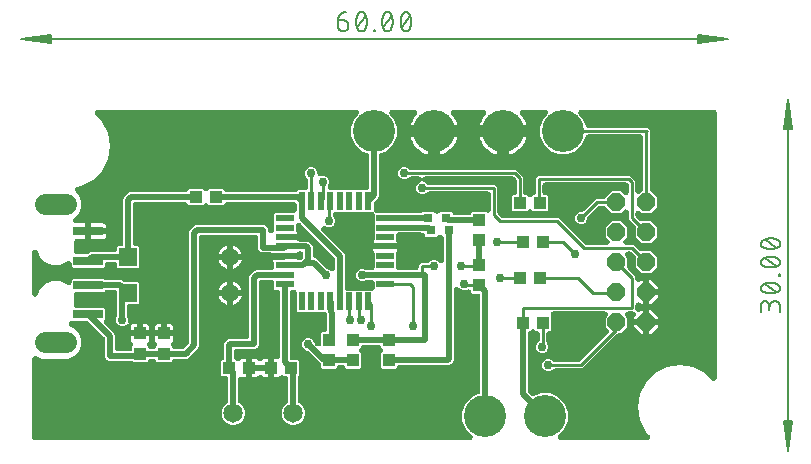
<source format=gbr>
G04 EAGLE Gerber RS-274X export*
G75*
%MOMM*%
%FSLAX34Y34*%
%LPD*%
%INTop Copper*%
%IPPOS*%
%AMOC8*
5,1,8,0,0,1.08239X$1,22.5*%
G01*
%ADD10C,0.130000*%
%ADD11C,0.130000*%
%ADD12C,0.152400*%
%ADD13R,1.100000X1.000000*%
%ADD14R,1.508000X1.508000*%
%ADD15C,1.508000*%
%ADD16R,1.500000X0.600000*%
%ADD17R,0.600000X1.500000*%
%ADD18C,3.556000*%
%ADD19R,2.500000X0.800000*%
%ADD20C,1.778000*%
%ADD21R,0.800000X0.800000*%
%ADD22R,1.000000X1.100000*%
%ADD23P,1.649562X8X292.500000*%
%ADD24C,1.651000*%
%ADD25C,0.756400*%
%ADD26C,0.508000*%
%ADD27C,0.254000*%

G36*
X380718Y10172D02*
X380718Y10172D01*
X380847Y10174D01*
X380941Y10192D01*
X381036Y10201D01*
X381162Y10235D01*
X381290Y10260D01*
X381379Y10294D01*
X381471Y10319D01*
X381588Y10375D01*
X381710Y10422D01*
X381791Y10472D01*
X381877Y10513D01*
X381983Y10588D01*
X382094Y10656D01*
X382166Y10719D01*
X382244Y10775D01*
X382334Y10868D01*
X382432Y10954D01*
X382491Y11029D01*
X382558Y11097D01*
X382630Y11205D01*
X382711Y11307D01*
X382756Y11391D01*
X382810Y11470D01*
X382862Y11589D01*
X382924Y11704D01*
X382953Y11795D01*
X382992Y11882D01*
X383023Y12009D01*
X383063Y12132D01*
X383076Y12227D01*
X383099Y12320D01*
X383107Y12449D01*
X383124Y12578D01*
X383120Y12674D01*
X383126Y12769D01*
X383111Y12898D01*
X383106Y13028D01*
X383085Y13121D01*
X383074Y13216D01*
X383036Y13341D01*
X383008Y13468D01*
X382972Y13556D01*
X382944Y13647D01*
X382885Y13763D01*
X382835Y13883D01*
X382783Y13963D01*
X382740Y14049D01*
X382661Y14152D01*
X382590Y14261D01*
X382504Y14359D01*
X382468Y14407D01*
X382435Y14438D01*
X382383Y14496D01*
X377334Y19545D01*
X374395Y26640D01*
X374395Y34320D01*
X377334Y41415D01*
X382765Y46846D01*
X388068Y49042D01*
X388255Y49140D01*
X388445Y49237D01*
X388455Y49245D01*
X388467Y49251D01*
X388634Y49381D01*
X388803Y49509D01*
X388812Y49518D01*
X388823Y49527D01*
X388964Y49683D01*
X389109Y49840D01*
X389116Y49851D01*
X389124Y49861D01*
X389236Y50040D01*
X389350Y50220D01*
X389355Y50232D01*
X389362Y50243D01*
X389441Y50440D01*
X389521Y50636D01*
X389524Y50649D01*
X389529Y50661D01*
X389572Y50869D01*
X389616Y51076D01*
X389617Y51092D01*
X389619Y51103D01*
X389620Y51142D01*
X389635Y51388D01*
X389635Y131796D01*
X389632Y131831D01*
X389634Y131865D01*
X389612Y132054D01*
X389595Y132245D01*
X389586Y132278D01*
X389582Y132312D01*
X389527Y132495D01*
X389477Y132679D01*
X389462Y132710D01*
X389452Y132743D01*
X389365Y132914D01*
X389283Y133086D01*
X389263Y133114D01*
X389248Y133145D01*
X389132Y133297D01*
X389021Y133452D01*
X388996Y133476D01*
X388976Y133503D01*
X388836Y133632D01*
X388699Y133766D01*
X388670Y133785D01*
X388644Y133809D01*
X388484Y133911D01*
X388326Y134018D01*
X388294Y134032D01*
X388265Y134050D01*
X388088Y134123D01*
X387914Y134200D01*
X387880Y134208D01*
X387848Y134221D01*
X387661Y134261D01*
X387476Y134307D01*
X387442Y134309D01*
X387408Y134316D01*
X387096Y134335D01*
X382988Y134335D01*
X382095Y135228D01*
X382095Y135254D01*
X382088Y135336D01*
X382090Y135418D01*
X382068Y135559D01*
X382055Y135702D01*
X382034Y135782D01*
X382021Y135863D01*
X381975Y135998D01*
X381937Y136137D01*
X381902Y136211D01*
X381875Y136289D01*
X381805Y136414D01*
X381743Y136543D01*
X381696Y136610D01*
X381655Y136682D01*
X381565Y136793D01*
X381481Y136909D01*
X381422Y136967D01*
X381370Y137030D01*
X381261Y137124D01*
X381159Y137223D01*
X381090Y137269D01*
X381028Y137323D01*
X380904Y137395D01*
X380786Y137475D01*
X380710Y137509D01*
X380639Y137550D01*
X380505Y137600D01*
X380374Y137658D01*
X380294Y137677D01*
X380216Y137706D01*
X380075Y137730D01*
X379936Y137764D01*
X379854Y137769D01*
X379773Y137784D01*
X379630Y137783D01*
X379487Y137792D01*
X379405Y137782D01*
X379323Y137782D01*
X379182Y137756D01*
X379040Y137740D01*
X378961Y137716D01*
X378880Y137701D01*
X378647Y137621D01*
X378609Y137610D01*
X378599Y137605D01*
X378584Y137600D01*
X376976Y136933D01*
X374864Y136933D01*
X372914Y137741D01*
X371620Y139036D01*
X371520Y139119D01*
X371427Y139210D01*
X371347Y139263D01*
X371274Y139325D01*
X371161Y139389D01*
X371054Y139462D01*
X370966Y139501D01*
X370883Y139548D01*
X370761Y139591D01*
X370642Y139644D01*
X370549Y139667D01*
X370459Y139699D01*
X370331Y139720D01*
X370204Y139751D01*
X370109Y139757D01*
X370015Y139772D01*
X369885Y139770D01*
X369755Y139778D01*
X369660Y139767D01*
X369564Y139766D01*
X369437Y139741D01*
X369308Y139726D01*
X369216Y139699D01*
X369122Y139681D01*
X369001Y139634D01*
X368877Y139596D01*
X368791Y139553D01*
X368702Y139518D01*
X368591Y139451D01*
X368475Y139392D01*
X368399Y139334D01*
X368318Y139284D01*
X368220Y139198D01*
X368117Y139120D01*
X368052Y139049D01*
X367980Y138986D01*
X367900Y138884D01*
X367811Y138789D01*
X367760Y138708D01*
X367701Y138633D01*
X367639Y138518D01*
X367570Y138409D01*
X367533Y138320D01*
X367488Y138236D01*
X367448Y138112D01*
X367399Y137992D01*
X367379Y137899D01*
X367349Y137808D01*
X367331Y137679D01*
X367304Y137552D01*
X367296Y137422D01*
X367288Y137362D01*
X367289Y137317D01*
X367285Y137240D01*
X367285Y77931D01*
X366666Y76438D01*
X364642Y74414D01*
X363149Y73795D01*
X321484Y73795D01*
X321449Y73792D01*
X321415Y73794D01*
X321226Y73772D01*
X321035Y73755D01*
X321002Y73746D01*
X320968Y73742D01*
X320785Y73687D01*
X320601Y73637D01*
X320570Y73622D01*
X320537Y73612D01*
X320366Y73525D01*
X320194Y73443D01*
X320166Y73423D01*
X320135Y73408D01*
X319983Y73292D01*
X319828Y73181D01*
X319804Y73156D01*
X319777Y73136D01*
X319648Y72996D01*
X319514Y72859D01*
X319495Y72830D01*
X319471Y72804D01*
X319369Y72643D01*
X319262Y72486D01*
X319248Y72454D01*
X319230Y72425D01*
X319157Y72248D01*
X319080Y72074D01*
X319072Y72040D01*
X319059Y72008D01*
X319019Y71821D01*
X319012Y71796D01*
X318052Y70835D01*
X306788Y70835D01*
X305895Y71728D01*
X305895Y83992D01*
X306468Y84564D01*
X306490Y84591D01*
X306516Y84614D01*
X306578Y84692D01*
X306621Y84736D01*
X306659Y84793D01*
X306757Y84910D01*
X306774Y84940D01*
X306796Y84967D01*
X306868Y85102D01*
X306873Y85109D01*
X306877Y85119D01*
X306886Y85135D01*
X306980Y85301D01*
X306992Y85333D01*
X307008Y85364D01*
X307067Y85545D01*
X307131Y85725D01*
X307137Y85759D01*
X307148Y85792D01*
X307174Y85981D01*
X307205Y86169D01*
X307204Y86204D01*
X307209Y86238D01*
X307201Y86429D01*
X307199Y86620D01*
X307192Y86654D01*
X307191Y86688D01*
X307149Y86874D01*
X307113Y87062D01*
X307101Y87094D01*
X307093Y87128D01*
X307020Y87303D01*
X306951Y87482D01*
X306933Y87511D01*
X306919Y87543D01*
X306816Y87703D01*
X306717Y87866D01*
X306694Y87892D01*
X306675Y87921D01*
X306468Y88156D01*
X305838Y88785D01*
X305787Y88955D01*
X305737Y89139D01*
X305722Y89170D01*
X305712Y89203D01*
X305625Y89373D01*
X305543Y89546D01*
X305523Y89574D01*
X305508Y89605D01*
X305392Y89757D01*
X305281Y89912D01*
X305256Y89936D01*
X305236Y89963D01*
X305096Y90092D01*
X304959Y90226D01*
X304930Y90245D01*
X304904Y90269D01*
X304743Y90371D01*
X304586Y90478D01*
X304554Y90492D01*
X304525Y90510D01*
X304348Y90583D01*
X304174Y90660D01*
X304140Y90668D01*
X304108Y90681D01*
X303921Y90721D01*
X303736Y90767D01*
X303702Y90769D01*
X303668Y90776D01*
X303356Y90795D01*
X291004Y90795D01*
X290969Y90792D01*
X290935Y90794D01*
X290746Y90772D01*
X290555Y90755D01*
X290522Y90746D01*
X290488Y90742D01*
X290305Y90687D01*
X290121Y90637D01*
X290090Y90622D01*
X290057Y90612D01*
X289886Y90525D01*
X289714Y90443D01*
X289686Y90423D01*
X289655Y90408D01*
X289503Y90292D01*
X289348Y90181D01*
X289324Y90156D01*
X289297Y90136D01*
X289168Y89996D01*
X289034Y89859D01*
X289015Y89830D01*
X288991Y89804D01*
X288889Y89643D01*
X288782Y89486D01*
X288768Y89454D01*
X288750Y89425D01*
X288677Y89248D01*
X288600Y89074D01*
X288592Y89040D01*
X288579Y89008D01*
X288539Y88821D01*
X288532Y88796D01*
X287892Y88156D01*
X287870Y88129D01*
X287844Y88106D01*
X287725Y87957D01*
X287603Y87810D01*
X287586Y87780D01*
X287564Y87753D01*
X287474Y87585D01*
X287380Y87419D01*
X287368Y87387D01*
X287352Y87356D01*
X287293Y87175D01*
X287229Y86995D01*
X287223Y86961D01*
X287212Y86928D01*
X287186Y86739D01*
X287155Y86551D01*
X287156Y86516D01*
X287151Y86482D01*
X287159Y86291D01*
X287161Y86100D01*
X287168Y86066D01*
X287169Y86032D01*
X287211Y85846D01*
X287247Y85658D01*
X287259Y85626D01*
X287267Y85592D01*
X287340Y85417D01*
X287409Y85238D01*
X287427Y85209D01*
X287441Y85177D01*
X287543Y85018D01*
X287558Y84990D01*
X287572Y84971D01*
X287643Y84854D01*
X287666Y84828D01*
X287685Y84799D01*
X287808Y84659D01*
X287830Y84631D01*
X287849Y84613D01*
X287892Y84564D01*
X288465Y83992D01*
X288465Y71728D01*
X287572Y70835D01*
X276308Y70835D01*
X275358Y71785D01*
X275307Y71955D01*
X275257Y72139D01*
X275242Y72170D01*
X275232Y72203D01*
X275145Y72374D01*
X275063Y72546D01*
X275043Y72574D01*
X275028Y72605D01*
X274912Y72757D01*
X274801Y72912D01*
X274776Y72936D01*
X274756Y72963D01*
X274616Y73092D01*
X274479Y73226D01*
X274450Y73245D01*
X274424Y73269D01*
X274263Y73371D01*
X274106Y73478D01*
X274074Y73492D01*
X274045Y73510D01*
X273868Y73583D01*
X273694Y73660D01*
X273660Y73668D01*
X273628Y73681D01*
X273441Y73721D01*
X273256Y73767D01*
X273222Y73769D01*
X273188Y73776D01*
X272876Y73795D01*
X270684Y73795D01*
X270649Y73792D01*
X270615Y73794D01*
X270426Y73772D01*
X270235Y73755D01*
X270202Y73746D01*
X270168Y73742D01*
X269985Y73687D01*
X269801Y73637D01*
X269770Y73622D01*
X269737Y73612D01*
X269566Y73525D01*
X269394Y73443D01*
X269366Y73423D01*
X269335Y73408D01*
X269183Y73292D01*
X269028Y73181D01*
X269004Y73156D01*
X268977Y73136D01*
X268848Y72996D01*
X268714Y72859D01*
X268695Y72830D01*
X268671Y72804D01*
X268569Y72643D01*
X268462Y72486D01*
X268448Y72454D01*
X268430Y72425D01*
X268357Y72248D01*
X268280Y72074D01*
X268272Y72040D01*
X268259Y72008D01*
X268219Y71821D01*
X268212Y71796D01*
X267252Y70835D01*
X255988Y70835D01*
X255095Y71728D01*
X255095Y73385D01*
X255081Y73548D01*
X255074Y73713D01*
X255061Y73772D01*
X255055Y73833D01*
X255012Y73992D01*
X254976Y74152D01*
X254953Y74209D01*
X254937Y74267D01*
X254866Y74416D01*
X254803Y74568D01*
X254770Y74619D01*
X254743Y74674D01*
X254648Y74808D01*
X254558Y74946D01*
X254507Y75004D01*
X254481Y75040D01*
X254438Y75083D01*
X254352Y75180D01*
X244142Y85390D01*
X244016Y85495D01*
X243895Y85607D01*
X243844Y85639D01*
X243797Y85678D01*
X243654Y85760D01*
X243515Y85848D01*
X243459Y85872D01*
X243406Y85902D01*
X243251Y85957D01*
X243099Y86019D01*
X243039Y86032D01*
X242981Y86053D01*
X242978Y86053D01*
X240834Y86941D01*
X239341Y88434D01*
X238533Y90384D01*
X238533Y92496D01*
X239341Y94446D01*
X240834Y95939D01*
X242784Y96747D01*
X244896Y96747D01*
X246846Y95939D01*
X248339Y94446D01*
X249245Y92258D01*
X249266Y92166D01*
X249289Y92109D01*
X249305Y92051D01*
X249376Y91902D01*
X249439Y91750D01*
X249472Y91699D01*
X249499Y91644D01*
X249594Y91510D01*
X249683Y91372D01*
X249735Y91314D01*
X249761Y91278D01*
X249804Y91235D01*
X249890Y91138D01*
X250760Y90268D01*
X250860Y90184D01*
X250953Y90094D01*
X251033Y90040D01*
X251106Y89979D01*
X251219Y89914D01*
X251326Y89842D01*
X251414Y89803D01*
X251497Y89756D01*
X251619Y89712D01*
X251738Y89659D01*
X251831Y89637D01*
X251921Y89605D01*
X252049Y89584D01*
X252176Y89553D01*
X252271Y89547D01*
X252365Y89531D01*
X252495Y89533D01*
X252625Y89525D01*
X252720Y89536D01*
X252815Y89537D01*
X252943Y89562D01*
X253072Y89577D01*
X253164Y89605D01*
X253258Y89623D01*
X253379Y89670D01*
X253503Y89707D01*
X253588Y89751D01*
X253678Y89785D01*
X253789Y89853D01*
X253905Y89912D01*
X253981Y89970D01*
X254062Y90019D01*
X254160Y90105D01*
X254263Y90184D01*
X254328Y90254D01*
X254400Y90317D01*
X254480Y90419D01*
X254569Y90515D01*
X254620Y90596D01*
X254679Y90670D01*
X254740Y90785D01*
X254810Y90895D01*
X254847Y90983D01*
X254892Y91067D01*
X254932Y91191D01*
X254981Y91311D01*
X255001Y91405D01*
X255031Y91496D01*
X255049Y91624D01*
X255076Y91751D01*
X255084Y91881D01*
X255092Y91942D01*
X255091Y91986D01*
X255095Y92063D01*
X255095Y100992D01*
X255988Y101885D01*
X257556Y101885D01*
X257591Y101888D01*
X257625Y101886D01*
X257814Y101908D01*
X258005Y101925D01*
X258038Y101934D01*
X258072Y101938D01*
X258255Y101993D01*
X258439Y102043D01*
X258470Y102058D01*
X258503Y102068D01*
X258674Y102155D01*
X258846Y102237D01*
X258874Y102257D01*
X258905Y102272D01*
X259057Y102388D01*
X259212Y102499D01*
X259236Y102524D01*
X259263Y102544D01*
X259392Y102684D01*
X259526Y102821D01*
X259545Y102850D01*
X259569Y102876D01*
X259671Y103037D01*
X259778Y103194D01*
X259792Y103226D01*
X259810Y103255D01*
X259883Y103432D01*
X259960Y103606D01*
X259968Y103640D01*
X259981Y103672D01*
X260021Y103859D01*
X260067Y104044D01*
X260069Y104078D01*
X260076Y104112D01*
X260095Y104424D01*
X260095Y115918D01*
X260085Y116035D01*
X260085Y116151D01*
X260065Y116258D01*
X260055Y116366D01*
X260025Y116479D01*
X260004Y116594D01*
X259953Y116740D01*
X259937Y116801D01*
X259921Y116834D01*
X259902Y116890D01*
X259820Y117088D01*
X259722Y117276D01*
X259626Y117465D01*
X259618Y117475D01*
X259611Y117487D01*
X259482Y117655D01*
X259354Y117823D01*
X259344Y117832D01*
X259336Y117843D01*
X259179Y117984D01*
X259022Y118129D01*
X259011Y118136D01*
X259001Y118144D01*
X258823Y118256D01*
X258643Y118370D01*
X258630Y118375D01*
X258619Y118382D01*
X258422Y118461D01*
X258226Y118541D01*
X258213Y118544D01*
X258201Y118549D01*
X257994Y118591D01*
X257786Y118636D01*
X257770Y118637D01*
X257760Y118639D01*
X257720Y118640D01*
X257474Y118655D01*
X235068Y118655D01*
X234175Y119548D01*
X234175Y135116D01*
X234172Y135151D01*
X234174Y135185D01*
X234152Y135374D01*
X234135Y135565D01*
X234126Y135598D01*
X234122Y135632D01*
X234067Y135815D01*
X234017Y135999D01*
X234002Y136030D01*
X233992Y136063D01*
X233905Y136234D01*
X233823Y136406D01*
X233803Y136434D01*
X233788Y136465D01*
X233672Y136617D01*
X233561Y136772D01*
X233536Y136796D01*
X233516Y136823D01*
X233376Y136952D01*
X233239Y137086D01*
X233210Y137105D01*
X233184Y137129D01*
X233023Y137231D01*
X232866Y137338D01*
X232834Y137352D01*
X232805Y137370D01*
X232628Y137443D01*
X232454Y137520D01*
X232420Y137528D01*
X232388Y137541D01*
X232201Y137581D01*
X232016Y137627D01*
X231982Y137629D01*
X231948Y137636D01*
X231636Y137655D01*
X230804Y137655D01*
X230769Y137652D01*
X230735Y137654D01*
X230546Y137632D01*
X230355Y137615D01*
X230322Y137606D01*
X230288Y137602D01*
X230105Y137547D01*
X229921Y137497D01*
X229890Y137482D01*
X229857Y137472D01*
X229686Y137385D01*
X229514Y137303D01*
X229486Y137283D01*
X229455Y137268D01*
X229303Y137152D01*
X229148Y137041D01*
X229124Y137016D01*
X229097Y136996D01*
X228968Y136856D01*
X228834Y136719D01*
X228815Y136690D01*
X228791Y136664D01*
X228689Y136503D01*
X228582Y136346D01*
X228568Y136314D01*
X228550Y136285D01*
X228477Y136108D01*
X228400Y135934D01*
X228392Y135900D01*
X228379Y135868D01*
X228339Y135681D01*
X228293Y135496D01*
X228291Y135462D01*
X228284Y135428D01*
X228265Y135116D01*
X228265Y80184D01*
X228268Y80149D01*
X228266Y80115D01*
X228288Y79926D01*
X228305Y79735D01*
X228314Y79702D01*
X228318Y79668D01*
X228373Y79485D01*
X228423Y79301D01*
X228438Y79270D01*
X228448Y79237D01*
X228535Y79066D01*
X228617Y78894D01*
X228637Y78866D01*
X228652Y78835D01*
X228768Y78683D01*
X228879Y78528D01*
X228904Y78504D01*
X228924Y78477D01*
X229064Y78348D01*
X229201Y78214D01*
X229230Y78195D01*
X229256Y78171D01*
X229417Y78069D01*
X229574Y77962D01*
X229606Y77948D01*
X229635Y77930D01*
X229812Y77857D01*
X229986Y77780D01*
X230020Y77772D01*
X230052Y77759D01*
X230239Y77719D01*
X230424Y77673D01*
X230458Y77671D01*
X230492Y77664D01*
X230804Y77645D01*
X235612Y77645D01*
X236505Y76752D01*
X236505Y65488D01*
X235948Y64932D01*
X235843Y64806D01*
X235731Y64685D01*
X235699Y64634D01*
X235660Y64587D01*
X235578Y64444D01*
X235490Y64305D01*
X235466Y64249D01*
X235436Y64196D01*
X235381Y64041D01*
X235319Y63889D01*
X235306Y63829D01*
X235285Y63772D01*
X235259Y63609D01*
X235224Y63449D01*
X235219Y63371D01*
X235212Y63327D01*
X235213Y63267D01*
X235205Y63137D01*
X235205Y43619D01*
X235224Y43407D01*
X235240Y43196D01*
X235243Y43183D01*
X235245Y43170D01*
X235300Y42966D01*
X235354Y42760D01*
X235360Y42748D01*
X235363Y42736D01*
X235454Y42546D01*
X235543Y42352D01*
X235551Y42341D01*
X235557Y42329D01*
X235680Y42157D01*
X235802Y41983D01*
X235811Y41974D01*
X235819Y41963D01*
X235971Y41814D01*
X236121Y41666D01*
X236132Y41658D01*
X236141Y41649D01*
X236317Y41530D01*
X236492Y41410D01*
X236506Y41403D01*
X236514Y41397D01*
X236550Y41381D01*
X236666Y41324D01*
X239431Y38560D01*
X240920Y34965D01*
X240920Y31075D01*
X239431Y27480D01*
X236680Y24729D01*
X233085Y23240D01*
X229195Y23240D01*
X225600Y24729D01*
X222849Y27480D01*
X221360Y31075D01*
X221360Y34965D01*
X222849Y38560D01*
X225621Y41332D01*
X225696Y41371D01*
X225885Y41467D01*
X225895Y41475D01*
X225907Y41481D01*
X226075Y41612D01*
X226243Y41739D01*
X226252Y41749D01*
X226263Y41757D01*
X226405Y41914D01*
X226549Y42070D01*
X226556Y42081D01*
X226564Y42091D01*
X226676Y42270D01*
X226790Y42450D01*
X226795Y42462D01*
X226802Y42473D01*
X226881Y42670D01*
X226961Y42866D01*
X226964Y42879D01*
X226969Y42892D01*
X227011Y43099D01*
X227056Y43307D01*
X227057Y43322D01*
X227059Y43333D01*
X227060Y43372D01*
X227075Y43619D01*
X227075Y62056D01*
X227072Y62091D01*
X227074Y62125D01*
X227052Y62314D01*
X227035Y62505D01*
X227026Y62538D01*
X227022Y62572D01*
X226967Y62755D01*
X226917Y62939D01*
X226902Y62970D01*
X226892Y63003D01*
X226805Y63174D01*
X226723Y63346D01*
X226703Y63374D01*
X226688Y63405D01*
X226572Y63557D01*
X226461Y63712D01*
X226436Y63736D01*
X226416Y63763D01*
X226276Y63892D01*
X226139Y64026D01*
X226110Y64045D01*
X226084Y64069D01*
X225923Y64171D01*
X225766Y64278D01*
X225734Y64292D01*
X225705Y64310D01*
X225528Y64383D01*
X225354Y64460D01*
X225320Y64468D01*
X225288Y64481D01*
X225101Y64521D01*
X224916Y64567D01*
X224882Y64569D01*
X224848Y64576D01*
X224536Y64595D01*
X223321Y64595D01*
X223295Y64616D01*
X223149Y64739D01*
X223119Y64756D01*
X223091Y64777D01*
X222923Y64867D01*
X222758Y64962D01*
X222725Y64974D01*
X222694Y64990D01*
X222513Y65049D01*
X222333Y65113D01*
X222299Y65118D01*
X222266Y65129D01*
X222077Y65155D01*
X221889Y65186D01*
X221855Y65186D01*
X221820Y65191D01*
X221629Y65183D01*
X221439Y65180D01*
X221405Y65174D01*
X221370Y65172D01*
X221185Y65131D01*
X220997Y65095D01*
X220964Y65082D01*
X220931Y65075D01*
X220755Y65001D01*
X220577Y64932D01*
X220547Y64914D01*
X220515Y64901D01*
X220355Y64798D01*
X220192Y64698D01*
X220166Y64675D01*
X220137Y64657D01*
X219903Y64450D01*
X219540Y64087D01*
X218961Y63752D01*
X218315Y63579D01*
X215019Y63579D01*
X215019Y71120D01*
X215019Y78661D01*
X217596Y78661D01*
X217631Y78664D01*
X217665Y78662D01*
X217854Y78684D01*
X218045Y78701D01*
X218078Y78710D01*
X218112Y78714D01*
X218295Y78769D01*
X218479Y78819D01*
X218510Y78834D01*
X218543Y78844D01*
X218714Y78931D01*
X218886Y79013D01*
X218914Y79033D01*
X218945Y79048D01*
X219096Y79164D01*
X219252Y79275D01*
X219276Y79300D01*
X219303Y79320D01*
X219432Y79460D01*
X219566Y79597D01*
X219585Y79626D01*
X219609Y79652D01*
X219711Y79813D01*
X219818Y79970D01*
X219832Y80002D01*
X219850Y80031D01*
X219923Y80208D01*
X220000Y80382D01*
X220008Y80416D01*
X220021Y80448D01*
X220061Y80635D01*
X220107Y80820D01*
X220109Y80854D01*
X220116Y80888D01*
X220135Y81200D01*
X220135Y135116D01*
X220132Y135151D01*
X220134Y135185D01*
X220112Y135374D01*
X220095Y135565D01*
X220086Y135598D01*
X220082Y135632D01*
X220027Y135815D01*
X219977Y135999D01*
X219962Y136030D01*
X219952Y136063D01*
X219865Y136234D01*
X219783Y136406D01*
X219763Y136434D01*
X219748Y136465D01*
X219632Y136617D01*
X219521Y136772D01*
X219496Y136796D01*
X219476Y136823D01*
X219336Y136952D01*
X219199Y137086D01*
X219170Y137105D01*
X219144Y137129D01*
X218983Y137231D01*
X218826Y137338D01*
X218794Y137352D01*
X218765Y137370D01*
X218588Y137443D01*
X218414Y137520D01*
X218380Y137528D01*
X218348Y137541D01*
X218161Y137581D01*
X217976Y137627D01*
X217942Y137629D01*
X217908Y137636D01*
X217596Y137655D01*
X216068Y137655D01*
X215175Y138548D01*
X215175Y143576D01*
X215172Y143611D01*
X215174Y143645D01*
X215152Y143834D01*
X215135Y144025D01*
X215126Y144058D01*
X215122Y144092D01*
X215067Y144275D01*
X215017Y144459D01*
X215002Y144490D01*
X214992Y144523D01*
X214905Y144694D01*
X214823Y144866D01*
X214803Y144894D01*
X214788Y144925D01*
X214672Y145077D01*
X214561Y145232D01*
X214536Y145256D01*
X214516Y145283D01*
X214376Y145412D01*
X214239Y145546D01*
X214210Y145565D01*
X214184Y145589D01*
X214023Y145691D01*
X213866Y145798D01*
X213834Y145812D01*
X213805Y145830D01*
X213628Y145903D01*
X213454Y145980D01*
X213420Y145988D01*
X213388Y146001D01*
X213201Y146041D01*
X213016Y146087D01*
X212982Y146089D01*
X212948Y146096D01*
X212636Y146115D01*
X204724Y146115D01*
X204689Y146112D01*
X204655Y146114D01*
X204466Y146092D01*
X204275Y146075D01*
X204242Y146066D01*
X204208Y146062D01*
X204025Y146007D01*
X203841Y145957D01*
X203810Y145942D01*
X203777Y145932D01*
X203606Y145845D01*
X203434Y145763D01*
X203406Y145743D01*
X203375Y145728D01*
X203223Y145612D01*
X203068Y145501D01*
X203044Y145476D01*
X203017Y145456D01*
X202888Y145316D01*
X202754Y145179D01*
X202735Y145150D01*
X202711Y145124D01*
X202609Y144963D01*
X202502Y144806D01*
X202488Y144774D01*
X202470Y144745D01*
X202397Y144568D01*
X202320Y144394D01*
X202312Y144360D01*
X202299Y144328D01*
X202259Y144141D01*
X202213Y143956D01*
X202211Y143922D01*
X202204Y143888D01*
X202185Y143576D01*
X202185Y90631D01*
X201566Y89138D01*
X200422Y87994D01*
X198929Y87375D01*
X183524Y87375D01*
X183489Y87372D01*
X183455Y87374D01*
X183266Y87352D01*
X183075Y87335D01*
X183042Y87326D01*
X183008Y87322D01*
X182825Y87267D01*
X182641Y87217D01*
X182610Y87202D01*
X182577Y87192D01*
X182406Y87105D01*
X182234Y87023D01*
X182206Y87003D01*
X182175Y86988D01*
X182023Y86872D01*
X181868Y86761D01*
X181844Y86736D01*
X181817Y86716D01*
X181688Y86576D01*
X181554Y86439D01*
X181535Y86410D01*
X181511Y86384D01*
X181409Y86223D01*
X181302Y86066D01*
X181288Y86034D01*
X181270Y86005D01*
X181197Y85828D01*
X181120Y85654D01*
X181112Y85620D01*
X181099Y85588D01*
X181059Y85401D01*
X181013Y85216D01*
X181011Y85182D01*
X181004Y85148D01*
X180985Y84836D01*
X180985Y80184D01*
X180988Y80149D01*
X180986Y80115D01*
X181008Y79926D01*
X181025Y79735D01*
X181034Y79702D01*
X181038Y79668D01*
X181093Y79485D01*
X181143Y79301D01*
X181158Y79270D01*
X181168Y79237D01*
X181255Y79066D01*
X181337Y78894D01*
X181357Y78866D01*
X181372Y78835D01*
X181488Y78683D01*
X181599Y78528D01*
X181624Y78504D01*
X181644Y78477D01*
X181784Y78348D01*
X181921Y78214D01*
X181950Y78195D01*
X181976Y78171D01*
X182137Y78069D01*
X182294Y77962D01*
X182326Y77948D01*
X182355Y77930D01*
X182532Y77857D01*
X182706Y77780D01*
X182740Y77772D01*
X182772Y77759D01*
X182959Y77719D01*
X182997Y77709D01*
X183105Y77624D01*
X183251Y77501D01*
X183281Y77484D01*
X183309Y77463D01*
X183477Y77373D01*
X183642Y77278D01*
X183675Y77266D01*
X183706Y77250D01*
X183887Y77191D01*
X184067Y77127D01*
X184101Y77122D01*
X184134Y77111D01*
X184323Y77085D01*
X184511Y77054D01*
X184545Y77054D01*
X184580Y77049D01*
X184771Y77057D01*
X184961Y77060D01*
X184995Y77066D01*
X185030Y77068D01*
X185215Y77109D01*
X185403Y77145D01*
X185436Y77158D01*
X185469Y77165D01*
X185645Y77239D01*
X185823Y77308D01*
X185853Y77326D01*
X185885Y77339D01*
X186045Y77442D01*
X186208Y77542D01*
X186234Y77565D01*
X186263Y77583D01*
X186497Y77790D01*
X186860Y78153D01*
X187439Y78488D01*
X188085Y78661D01*
X191381Y78661D01*
X191381Y71120D01*
X191381Y63579D01*
X188086Y63579D01*
X187601Y63709D01*
X187462Y63733D01*
X187324Y63767D01*
X187241Y63772D01*
X187158Y63787D01*
X187016Y63786D01*
X186875Y63795D01*
X186792Y63785D01*
X186707Y63785D01*
X186568Y63759D01*
X186428Y63743D01*
X186347Y63718D01*
X186265Y63703D01*
X186132Y63653D01*
X185997Y63612D01*
X185922Y63574D01*
X185843Y63545D01*
X185722Y63472D01*
X185595Y63408D01*
X185529Y63357D01*
X185456Y63314D01*
X185349Y63221D01*
X185237Y63136D01*
X185180Y63074D01*
X185116Y63019D01*
X185028Y62909D01*
X184931Y62805D01*
X184886Y62734D01*
X184834Y62668D01*
X184766Y62545D01*
X184690Y62425D01*
X184658Y62347D01*
X184617Y62274D01*
X184572Y62139D01*
X184519Y62008D01*
X184501Y61926D01*
X184474Y61847D01*
X184454Y61707D01*
X184424Y61568D01*
X184417Y61457D01*
X184409Y61401D01*
X184410Y61350D01*
X184405Y61256D01*
X184405Y43619D01*
X184424Y43407D01*
X184440Y43196D01*
X184443Y43183D01*
X184445Y43170D01*
X184500Y42966D01*
X184554Y42760D01*
X184560Y42748D01*
X184563Y42736D01*
X184654Y42546D01*
X184743Y42352D01*
X184751Y42341D01*
X184757Y42329D01*
X184880Y42157D01*
X185002Y41983D01*
X185011Y41974D01*
X185019Y41963D01*
X185171Y41814D01*
X185321Y41666D01*
X185332Y41658D01*
X185341Y41649D01*
X185517Y41530D01*
X185692Y41410D01*
X185706Y41403D01*
X185714Y41397D01*
X185750Y41381D01*
X185866Y41324D01*
X188631Y38560D01*
X190120Y34965D01*
X190120Y31075D01*
X188631Y27480D01*
X185880Y24729D01*
X182285Y23240D01*
X178395Y23240D01*
X174800Y24729D01*
X172049Y27480D01*
X170560Y31075D01*
X170560Y34965D01*
X172049Y38560D01*
X174821Y41332D01*
X174896Y41371D01*
X175085Y41467D01*
X175095Y41475D01*
X175107Y41481D01*
X175275Y41612D01*
X175443Y41739D01*
X175452Y41749D01*
X175463Y41757D01*
X175605Y41914D01*
X175749Y42070D01*
X175756Y42081D01*
X175764Y42091D01*
X175876Y42270D01*
X175990Y42450D01*
X175995Y42462D01*
X176002Y42473D01*
X176081Y42670D01*
X176161Y42866D01*
X176164Y42879D01*
X176169Y42892D01*
X176211Y43099D01*
X176256Y43307D01*
X176257Y43322D01*
X176259Y43333D01*
X176260Y43372D01*
X176275Y43619D01*
X176275Y62056D01*
X176272Y62091D01*
X176274Y62125D01*
X176252Y62314D01*
X176235Y62505D01*
X176226Y62538D01*
X176222Y62572D01*
X176167Y62755D01*
X176117Y62939D01*
X176102Y62970D01*
X176092Y63003D01*
X176005Y63174D01*
X175923Y63346D01*
X175903Y63374D01*
X175888Y63405D01*
X175772Y63557D01*
X175661Y63712D01*
X175636Y63736D01*
X175616Y63763D01*
X175476Y63892D01*
X175339Y64026D01*
X175310Y64045D01*
X175284Y64069D01*
X175123Y64171D01*
X174966Y64278D01*
X174934Y64292D01*
X174905Y64310D01*
X174728Y64383D01*
X174554Y64460D01*
X174520Y64468D01*
X174488Y64481D01*
X174301Y64521D01*
X174116Y64567D01*
X174082Y64569D01*
X174048Y64576D01*
X173736Y64595D01*
X170788Y64595D01*
X169895Y65488D01*
X169895Y76752D01*
X170845Y77702D01*
X171015Y77753D01*
X171199Y77803D01*
X171230Y77818D01*
X171263Y77828D01*
X171434Y77915D01*
X171606Y77997D01*
X171634Y78017D01*
X171665Y78032D01*
X171817Y78148D01*
X171972Y78259D01*
X171996Y78284D01*
X172023Y78304D01*
X172152Y78444D01*
X172286Y78581D01*
X172305Y78610D01*
X172329Y78636D01*
X172431Y78797D01*
X172538Y78954D01*
X172552Y78986D01*
X172570Y79015D01*
X172643Y79192D01*
X172720Y79366D01*
X172728Y79400D01*
X172741Y79432D01*
X172781Y79619D01*
X172827Y79804D01*
X172829Y79838D01*
X172836Y79872D01*
X172855Y80184D01*
X172855Y91369D01*
X173474Y92862D01*
X175498Y94886D01*
X176991Y95505D01*
X191516Y95505D01*
X191551Y95508D01*
X191585Y95506D01*
X191774Y95528D01*
X191965Y95545D01*
X191998Y95554D01*
X192032Y95558D01*
X192215Y95613D01*
X192399Y95663D01*
X192430Y95678D01*
X192463Y95688D01*
X192634Y95775D01*
X192806Y95857D01*
X192834Y95877D01*
X192865Y95892D01*
X193017Y96008D01*
X193172Y96119D01*
X193196Y96144D01*
X193223Y96164D01*
X193352Y96304D01*
X193486Y96441D01*
X193505Y96470D01*
X193529Y96496D01*
X193631Y96657D01*
X193738Y96814D01*
X193752Y96846D01*
X193770Y96875D01*
X193843Y97052D01*
X193920Y97226D01*
X193928Y97260D01*
X193941Y97292D01*
X193981Y97479D01*
X194027Y97664D01*
X194029Y97698D01*
X194036Y97732D01*
X194055Y98044D01*
X194055Y148129D01*
X194674Y149622D01*
X198678Y153626D01*
X200171Y154245D01*
X212636Y154245D01*
X212671Y154248D01*
X212705Y154246D01*
X212894Y154268D01*
X213085Y154285D01*
X213118Y154294D01*
X213152Y154298D01*
X213335Y154353D01*
X213519Y154403D01*
X213550Y154418D01*
X213583Y154428D01*
X213754Y154515D01*
X213926Y154597D01*
X213954Y154617D01*
X213985Y154632D01*
X214137Y154748D01*
X214292Y154859D01*
X214316Y154884D01*
X214343Y154904D01*
X214472Y155044D01*
X214606Y155181D01*
X214625Y155210D01*
X214649Y155236D01*
X214751Y155397D01*
X214858Y155554D01*
X214872Y155586D01*
X214890Y155615D01*
X214963Y155792D01*
X215040Y155966D01*
X215048Y156000D01*
X215061Y156032D01*
X215101Y156219D01*
X215147Y156404D01*
X215149Y156438D01*
X215156Y156472D01*
X215175Y156784D01*
X215175Y160060D01*
X215169Y160125D01*
X215172Y160176D01*
X215159Y160271D01*
X215154Y160388D01*
X215141Y160447D01*
X215135Y160508D01*
X215118Y160570D01*
X215111Y160622D01*
X215081Y160716D01*
X215056Y160827D01*
X215033Y160884D01*
X215017Y160943D01*
X214990Y160999D01*
X214973Y161051D01*
X214910Y161178D01*
X214883Y161243D01*
X214860Y161278D01*
X214834Y161330D01*
X214825Y161346D01*
X214823Y161349D01*
X214822Y161351D01*
X214332Y162199D01*
X214159Y162845D01*
X214159Y163641D01*
X224200Y163641D01*
X234549Y163641D01*
X234552Y163636D01*
X234593Y163550D01*
X234668Y163444D01*
X234736Y163333D01*
X234799Y163261D01*
X234855Y163184D01*
X234948Y163093D01*
X235034Y162996D01*
X235109Y162936D01*
X235177Y162870D01*
X235285Y162797D01*
X235387Y162716D01*
X235471Y162671D01*
X235550Y162618D01*
X235669Y162565D01*
X235784Y162504D01*
X235875Y162474D01*
X235962Y162435D01*
X236089Y162405D01*
X236212Y162364D01*
X236307Y162351D01*
X236400Y162329D01*
X236529Y162321D01*
X236658Y162303D01*
X236754Y162307D01*
X236849Y162301D01*
X236978Y162316D01*
X237108Y162321D01*
X237201Y162342D01*
X237296Y162353D01*
X237421Y162391D01*
X237548Y162419D01*
X237636Y162456D01*
X237727Y162483D01*
X237843Y162543D01*
X237963Y162593D01*
X238043Y162644D01*
X238129Y162688D01*
X238232Y162766D01*
X238341Y162837D01*
X238439Y162923D01*
X238487Y162960D01*
X238518Y162993D01*
X238576Y163044D01*
X239032Y163500D01*
X239137Y163626D01*
X239249Y163747D01*
X239281Y163799D01*
X239320Y163845D01*
X239402Y163988D01*
X239490Y164127D01*
X239514Y164183D01*
X239544Y164236D01*
X239599Y164391D01*
X239661Y164543D01*
X239674Y164603D01*
X239695Y164661D01*
X239721Y164823D01*
X239756Y164984D01*
X239761Y165061D01*
X239768Y165105D01*
X239767Y165166D01*
X239775Y165295D01*
X239775Y167576D01*
X239772Y167610D01*
X239774Y167645D01*
X239752Y167834D01*
X239735Y168025D01*
X239726Y168058D01*
X239722Y168092D01*
X239667Y168275D01*
X239617Y168459D01*
X239602Y168490D01*
X239592Y168523D01*
X239505Y168694D01*
X239423Y168866D01*
X239403Y168894D01*
X239388Y168925D01*
X239272Y169077D01*
X239161Y169232D01*
X239136Y169256D01*
X239116Y169283D01*
X238976Y169412D01*
X238839Y169546D01*
X238810Y169565D01*
X238784Y169589D01*
X238623Y169691D01*
X238466Y169798D01*
X238434Y169812D01*
X238405Y169830D01*
X238228Y169903D01*
X238054Y169980D01*
X238020Y169988D01*
X237988Y170001D01*
X237801Y170041D01*
X237616Y170087D01*
X237582Y170089D01*
X237548Y170096D01*
X237236Y170115D01*
X236780Y170115D01*
X236745Y170112D01*
X236711Y170114D01*
X236522Y170092D01*
X236331Y170075D01*
X236298Y170066D01*
X236264Y170062D01*
X236081Y170007D01*
X235897Y169957D01*
X235866Y169942D01*
X235833Y169932D01*
X235662Y169845D01*
X235490Y169763D01*
X235462Y169743D01*
X235431Y169728D01*
X235279Y169612D01*
X235124Y169501D01*
X235100Y169476D01*
X235073Y169456D01*
X234944Y169316D01*
X234810Y169179D01*
X234791Y169150D01*
X234767Y169124D01*
X234665Y168963D01*
X234558Y168806D01*
X234544Y168774D01*
X234526Y168745D01*
X234515Y168719D01*
X224200Y168719D01*
X213063Y168719D01*
X213007Y168755D01*
X212850Y168862D01*
X212818Y168876D01*
X212789Y168894D01*
X212612Y168967D01*
X212438Y169044D01*
X212404Y169052D01*
X212372Y169065D01*
X212185Y169105D01*
X212000Y169151D01*
X211966Y169153D01*
X211932Y169160D01*
X211620Y169179D01*
X204931Y169179D01*
X203438Y169798D01*
X202294Y170942D01*
X201675Y172435D01*
X201675Y181356D01*
X201672Y181391D01*
X201674Y181425D01*
X201652Y181614D01*
X201635Y181805D01*
X201626Y181838D01*
X201622Y181872D01*
X201567Y182055D01*
X201517Y182239D01*
X201502Y182270D01*
X201492Y182303D01*
X201405Y182474D01*
X201323Y182646D01*
X201303Y182674D01*
X201288Y182705D01*
X201172Y182857D01*
X201061Y183012D01*
X201036Y183036D01*
X201016Y183063D01*
X200876Y183192D01*
X200739Y183326D01*
X200710Y183345D01*
X200684Y183369D01*
X200523Y183471D01*
X200366Y183578D01*
X200334Y183592D01*
X200305Y183610D01*
X200128Y183683D01*
X199954Y183760D01*
X199920Y183768D01*
X199888Y183781D01*
X199701Y183821D01*
X199516Y183867D01*
X199482Y183869D01*
X199448Y183876D01*
X199136Y183895D01*
X153924Y183895D01*
X153889Y183892D01*
X153855Y183894D01*
X153666Y183872D01*
X153475Y183855D01*
X153442Y183846D01*
X153408Y183842D01*
X153225Y183787D01*
X153041Y183737D01*
X153010Y183722D01*
X152977Y183712D01*
X152806Y183625D01*
X152634Y183543D01*
X152606Y183523D01*
X152575Y183508D01*
X152423Y183392D01*
X152268Y183281D01*
X152244Y183256D01*
X152217Y183236D01*
X152088Y183096D01*
X151954Y182959D01*
X151935Y182930D01*
X151911Y182904D01*
X151809Y182743D01*
X151702Y182586D01*
X151688Y182554D01*
X151670Y182525D01*
X151597Y182348D01*
X151520Y182174D01*
X151512Y182140D01*
X151499Y182108D01*
X151459Y181921D01*
X151413Y181736D01*
X151411Y181702D01*
X151404Y181668D01*
X151385Y181356D01*
X151385Y89691D01*
X150766Y88198D01*
X142472Y79904D01*
X140979Y79285D01*
X130984Y79285D01*
X130949Y79282D01*
X130915Y79284D01*
X130726Y79262D01*
X130535Y79245D01*
X130502Y79236D01*
X130468Y79232D01*
X130285Y79177D01*
X130101Y79127D01*
X130070Y79112D01*
X130037Y79102D01*
X129866Y79015D01*
X129694Y78933D01*
X129666Y78913D01*
X129635Y78898D01*
X129483Y78782D01*
X129328Y78671D01*
X129304Y78646D01*
X129277Y78626D01*
X129148Y78486D01*
X129014Y78349D01*
X128995Y78320D01*
X128971Y78294D01*
X128869Y78133D01*
X128762Y77976D01*
X128748Y77944D01*
X128730Y77915D01*
X128657Y77738D01*
X128580Y77564D01*
X128572Y77530D01*
X128559Y77498D01*
X128519Y77311D01*
X128512Y77286D01*
X127552Y76325D01*
X116288Y76325D01*
X115338Y77275D01*
X115287Y77445D01*
X115237Y77629D01*
X115222Y77660D01*
X115212Y77693D01*
X115125Y77864D01*
X115043Y78036D01*
X115023Y78064D01*
X115008Y78095D01*
X114892Y78247D01*
X114781Y78402D01*
X114756Y78426D01*
X114736Y78453D01*
X114596Y78582D01*
X114459Y78716D01*
X114430Y78735D01*
X114404Y78759D01*
X114243Y78861D01*
X114086Y78968D01*
X114054Y78982D01*
X114025Y79000D01*
X113848Y79073D01*
X113674Y79150D01*
X113640Y79158D01*
X113608Y79171D01*
X113421Y79211D01*
X113236Y79257D01*
X113202Y79259D01*
X113168Y79266D01*
X112856Y79285D01*
X110664Y79285D01*
X110629Y79282D01*
X110595Y79284D01*
X110406Y79262D01*
X110215Y79245D01*
X110182Y79236D01*
X110148Y79232D01*
X109965Y79177D01*
X109781Y79127D01*
X109750Y79112D01*
X109717Y79102D01*
X109546Y79015D01*
X109374Y78933D01*
X109346Y78913D01*
X109315Y78898D01*
X109163Y78782D01*
X109008Y78671D01*
X108984Y78646D01*
X108957Y78626D01*
X108828Y78486D01*
X108694Y78349D01*
X108675Y78320D01*
X108651Y78294D01*
X108549Y78133D01*
X108442Y77976D01*
X108428Y77944D01*
X108410Y77915D01*
X108337Y77738D01*
X108260Y77564D01*
X108252Y77530D01*
X108239Y77498D01*
X108199Y77311D01*
X108192Y77286D01*
X107232Y76325D01*
X95968Y76325D01*
X95822Y76472D01*
X95696Y76577D01*
X95575Y76689D01*
X95524Y76721D01*
X95477Y76760D01*
X95334Y76842D01*
X95195Y76930D01*
X95139Y76954D01*
X95086Y76984D01*
X94931Y77039D01*
X94779Y77101D01*
X94719Y77114D01*
X94662Y77135D01*
X94499Y77161D01*
X94339Y77196D01*
X94262Y77201D01*
X94217Y77208D01*
X94156Y77207D01*
X94027Y77215D01*
X75391Y77215D01*
X73898Y77834D01*
X72754Y78978D01*
X72135Y80471D01*
X72135Y95425D01*
X72121Y95588D01*
X72114Y95753D01*
X72101Y95812D01*
X72095Y95873D01*
X72052Y96032D01*
X72016Y96192D01*
X71993Y96249D01*
X71977Y96307D01*
X71906Y96455D01*
X71843Y96608D01*
X71810Y96659D01*
X71783Y96714D01*
X71688Y96848D01*
X71598Y96986D01*
X71547Y97044D01*
X71521Y97080D01*
X71478Y97123D01*
X71392Y97220D01*
X58280Y110332D01*
X58154Y110437D01*
X58033Y110549D01*
X57982Y110581D01*
X57935Y110620D01*
X57792Y110702D01*
X57653Y110790D01*
X57597Y110814D01*
X57544Y110844D01*
X57389Y110899D01*
X57237Y110961D01*
X57177Y110974D01*
X57119Y110995D01*
X56957Y111021D01*
X56796Y111056D01*
X56720Y111061D01*
X56675Y111068D01*
X56614Y111067D01*
X56485Y111075D01*
X43933Y111075D01*
X43756Y111060D01*
X43579Y111050D01*
X43533Y111040D01*
X43485Y111035D01*
X43313Y110989D01*
X43140Y110948D01*
X43096Y110929D01*
X43050Y110917D01*
X42890Y110841D01*
X42727Y110770D01*
X42687Y110744D01*
X42644Y110723D01*
X42500Y110620D01*
X42351Y110522D01*
X42317Y110489D01*
X42278Y110461D01*
X42154Y110334D01*
X42025Y110211D01*
X41997Y110173D01*
X41964Y110139D01*
X41864Y109991D01*
X41759Y109848D01*
X41738Y109805D01*
X41712Y109766D01*
X41640Y109603D01*
X41562Y109444D01*
X41549Y109398D01*
X41529Y109354D01*
X41487Y109181D01*
X41439Y109010D01*
X41434Y108963D01*
X41423Y108916D01*
X41412Y108739D01*
X41394Y108562D01*
X41398Y108515D01*
X41395Y108467D01*
X41416Y108290D01*
X41429Y108113D01*
X41442Y108067D01*
X41447Y108020D01*
X41499Y107849D01*
X41543Y107678D01*
X41564Y107635D01*
X41577Y107589D01*
X41658Y107430D01*
X41733Y107269D01*
X41760Y107230D01*
X41782Y107187D01*
X41889Y107046D01*
X41991Y106900D01*
X42025Y106867D01*
X42054Y106829D01*
X42184Y106708D01*
X42310Y106583D01*
X42350Y106556D01*
X42385Y106524D01*
X42535Y106428D01*
X42681Y106327D01*
X42734Y106301D01*
X42765Y106282D01*
X42823Y106258D01*
X42962Y106190D01*
X45581Y105105D01*
X49565Y101121D01*
X51721Y95917D01*
X51721Y90283D01*
X49565Y85079D01*
X45581Y81095D01*
X40377Y78939D01*
X30743Y78939D01*
X30532Y79027D01*
X30375Y79076D01*
X30220Y79133D01*
X30160Y79143D01*
X30102Y79162D01*
X29939Y79182D01*
X29777Y79211D01*
X29716Y79211D01*
X29655Y79218D01*
X29491Y79210D01*
X29327Y79209D01*
X29267Y79198D01*
X29206Y79195D01*
X29045Y79158D01*
X28884Y79128D01*
X28811Y79103D01*
X28767Y79093D01*
X28711Y79069D01*
X28588Y79027D01*
X28377Y78939D01*
X18743Y78939D01*
X13672Y81040D01*
X13593Y81065D01*
X13518Y81098D01*
X13379Y81132D01*
X13242Y81175D01*
X13160Y81185D01*
X13080Y81205D01*
X12938Y81213D01*
X12795Y81231D01*
X12713Y81227D01*
X12631Y81232D01*
X12489Y81216D01*
X12346Y81208D01*
X12266Y81190D01*
X12184Y81180D01*
X12046Y81139D01*
X11907Y81106D01*
X11832Y81074D01*
X11753Y81050D01*
X11625Y80985D01*
X11494Y80928D01*
X11425Y80883D01*
X11351Y80846D01*
X11237Y80759D01*
X11118Y80680D01*
X11058Y80623D01*
X10993Y80574D01*
X10896Y80468D01*
X10792Y80370D01*
X10743Y80303D01*
X10687Y80242D01*
X10610Y80122D01*
X10526Y80006D01*
X10490Y79932D01*
X10446Y79863D01*
X10391Y79730D01*
X10328Y79602D01*
X10306Y79522D01*
X10275Y79446D01*
X10245Y79306D01*
X10205Y79168D01*
X10197Y79087D01*
X10180Y79006D01*
X10165Y78760D01*
X10161Y78720D01*
X10162Y78710D01*
X10161Y78694D01*
X10161Y12700D01*
X10164Y12665D01*
X10162Y12631D01*
X10184Y12442D01*
X10201Y12251D01*
X10210Y12218D01*
X10214Y12184D01*
X10269Y12001D01*
X10319Y11817D01*
X10334Y11786D01*
X10344Y11753D01*
X10431Y11582D01*
X10513Y11410D01*
X10533Y11382D01*
X10548Y11351D01*
X10664Y11199D01*
X10775Y11044D01*
X10800Y11020D01*
X10820Y10993D01*
X10960Y10864D01*
X11097Y10730D01*
X11126Y10711D01*
X11152Y10687D01*
X11313Y10585D01*
X11470Y10478D01*
X11502Y10464D01*
X11531Y10446D01*
X11708Y10373D01*
X11882Y10296D01*
X11916Y10288D01*
X11948Y10275D01*
X12135Y10235D01*
X12320Y10189D01*
X12354Y10187D01*
X12388Y10180D01*
X12700Y10161D01*
X380588Y10161D01*
X380718Y10172D01*
G37*
G36*
X531112Y10172D02*
X531112Y10172D01*
X531241Y10174D01*
X531335Y10192D01*
X531430Y10201D01*
X531556Y10235D01*
X531683Y10260D01*
X531773Y10294D01*
X531865Y10319D01*
X531982Y10375D01*
X532103Y10422D01*
X532185Y10472D01*
X532271Y10513D01*
X532377Y10588D01*
X532488Y10656D01*
X532560Y10719D01*
X532637Y10775D01*
X532728Y10868D01*
X532826Y10954D01*
X532885Y11029D01*
X532952Y11097D01*
X533024Y11205D01*
X533105Y11307D01*
X533150Y11391D01*
X533204Y11470D01*
X533256Y11589D01*
X533318Y11704D01*
X533347Y11795D01*
X533386Y11882D01*
X533417Y12009D01*
X533457Y12132D01*
X533470Y12227D01*
X533492Y12320D01*
X533500Y12449D01*
X533518Y12578D01*
X533514Y12674D01*
X533520Y12769D01*
X533505Y12898D01*
X533500Y13028D01*
X533479Y13121D01*
X533468Y13216D01*
X533430Y13341D01*
X533402Y13468D01*
X533366Y13556D01*
X533338Y13647D01*
X533279Y13763D01*
X533229Y13883D01*
X533177Y13963D01*
X533133Y14049D01*
X533055Y14152D01*
X532984Y14261D01*
X532898Y14359D01*
X532861Y14407D01*
X532828Y14438D01*
X532777Y14496D01*
X530056Y17216D01*
X525010Y27121D01*
X523271Y38100D01*
X525010Y49079D01*
X530056Y58983D01*
X537917Y66844D01*
X547821Y71890D01*
X558800Y73629D01*
X569779Y71890D01*
X579683Y66844D01*
X585504Y61023D01*
X585604Y60939D01*
X585697Y60848D01*
X585777Y60795D01*
X585850Y60734D01*
X585963Y60669D01*
X586070Y60596D01*
X586158Y60558D01*
X586241Y60510D01*
X586363Y60467D01*
X586482Y60414D01*
X586575Y60392D01*
X586665Y60360D01*
X586793Y60338D01*
X586920Y60308D01*
X587015Y60302D01*
X587109Y60286D01*
X587239Y60288D01*
X587369Y60280D01*
X587464Y60291D01*
X587560Y60292D01*
X587687Y60317D01*
X587816Y60332D01*
X587908Y60360D01*
X588002Y60378D01*
X588123Y60425D01*
X588247Y60462D01*
X588332Y60506D01*
X588422Y60540D01*
X588533Y60608D01*
X588649Y60667D01*
X588725Y60724D01*
X588806Y60774D01*
X588904Y60860D01*
X589007Y60939D01*
X589072Y61009D01*
X589144Y61072D01*
X589224Y61174D01*
X589313Y61270D01*
X589364Y61350D01*
X589423Y61425D01*
X589484Y61540D01*
X589554Y61649D01*
X589591Y61738D01*
X589636Y61822D01*
X589676Y61946D01*
X589725Y62066D01*
X589745Y62160D01*
X589775Y62250D01*
X589793Y62379D01*
X589820Y62506D01*
X589828Y62636D01*
X589836Y62696D01*
X589835Y62741D01*
X589839Y62818D01*
X589839Y287300D01*
X589836Y287335D01*
X589838Y287369D01*
X589816Y287558D01*
X589799Y287749D01*
X589790Y287782D01*
X589786Y287816D01*
X589731Y287999D01*
X589681Y288183D01*
X589666Y288214D01*
X589656Y288247D01*
X589569Y288418D01*
X589487Y288590D01*
X589467Y288618D01*
X589452Y288649D01*
X589336Y288801D01*
X589225Y288956D01*
X589200Y288980D01*
X589180Y289007D01*
X589040Y289136D01*
X588903Y289270D01*
X588874Y289289D01*
X588848Y289313D01*
X588687Y289415D01*
X588530Y289522D01*
X588498Y289536D01*
X588469Y289554D01*
X588292Y289627D01*
X588118Y289704D01*
X588084Y289712D01*
X588052Y289725D01*
X587865Y289765D01*
X587680Y289811D01*
X587646Y289813D01*
X587612Y289820D01*
X587300Y289839D01*
X475112Y289839D01*
X474982Y289828D01*
X474853Y289826D01*
X474759Y289808D01*
X474664Y289799D01*
X474538Y289765D01*
X474410Y289740D01*
X474321Y289706D01*
X474229Y289681D01*
X474112Y289625D01*
X473990Y289578D01*
X473909Y289528D01*
X473823Y289487D01*
X473717Y289412D01*
X473606Y289344D01*
X473534Y289281D01*
X473456Y289225D01*
X473366Y289132D01*
X473268Y289046D01*
X473209Y288971D01*
X473142Y288903D01*
X473070Y288795D01*
X472989Y288693D01*
X472944Y288609D01*
X472890Y288530D01*
X472838Y288411D01*
X472776Y288296D01*
X472747Y288205D01*
X472708Y288118D01*
X472677Y287991D01*
X472637Y287868D01*
X472624Y287773D01*
X472601Y287680D01*
X472593Y287551D01*
X472576Y287422D01*
X472580Y287326D01*
X472574Y287231D01*
X472589Y287102D01*
X472594Y286972D01*
X472615Y286879D01*
X472626Y286784D01*
X472664Y286659D01*
X472692Y286532D01*
X472728Y286444D01*
X472756Y286353D01*
X472815Y286237D01*
X472865Y286117D01*
X472917Y286037D01*
X472960Y285951D01*
X473039Y285848D01*
X473110Y285739D01*
X473196Y285641D01*
X473232Y285593D01*
X473265Y285562D01*
X473317Y285504D01*
X476106Y282715D01*
X478828Y276142D01*
X478926Y275955D01*
X479023Y275765D01*
X479031Y275755D01*
X479037Y275743D01*
X479167Y275576D01*
X479295Y275407D01*
X479305Y275398D01*
X479313Y275387D01*
X479470Y275245D01*
X479626Y275101D01*
X479637Y275094D01*
X479647Y275086D01*
X479827Y274974D01*
X480006Y274860D01*
X480018Y274855D01*
X480029Y274848D01*
X480226Y274769D01*
X480422Y274689D01*
X480435Y274686D01*
X480447Y274681D01*
X480655Y274639D01*
X480862Y274594D01*
X480878Y274593D01*
X480889Y274591D01*
X480928Y274590D01*
X481174Y274575D01*
X532018Y274575D01*
X533655Y272938D01*
X533655Y270588D01*
X533629Y270548D01*
X533590Y270501D01*
X533508Y270358D01*
X533420Y270219D01*
X533396Y270163D01*
X533366Y270110D01*
X533311Y269955D01*
X533249Y269803D01*
X533236Y269743D01*
X533215Y269686D01*
X533189Y269523D01*
X533154Y269362D01*
X533149Y269286D01*
X533142Y269241D01*
X533143Y269180D01*
X533135Y269051D01*
X533135Y222810D01*
X533149Y222646D01*
X533156Y222482D01*
X533169Y222422D01*
X533175Y222361D01*
X533218Y222202D01*
X533254Y222042D01*
X533277Y221986D01*
X533293Y221927D01*
X533364Y221779D01*
X533427Y221627D01*
X533460Y221575D01*
X533487Y221520D01*
X533582Y221387D01*
X533672Y221248D01*
X533723Y221190D01*
X533749Y221154D01*
X533792Y221112D01*
X533878Y221014D01*
X539485Y215408D01*
X539485Y207832D01*
X534128Y202475D01*
X526552Y202475D01*
X525290Y203738D01*
X525190Y203821D01*
X525097Y203912D01*
X525017Y203966D01*
X524944Y204027D01*
X524831Y204091D01*
X524724Y204164D01*
X524636Y204203D01*
X524553Y204250D01*
X524431Y204294D01*
X524312Y204346D01*
X524219Y204369D01*
X524129Y204401D01*
X524001Y204422D01*
X523874Y204453D01*
X523779Y204459D01*
X523685Y204474D01*
X523555Y204473D01*
X523425Y204481D01*
X523330Y204470D01*
X523234Y204468D01*
X523107Y204444D01*
X522978Y204429D01*
X522886Y204401D01*
X522792Y204383D01*
X522671Y204336D01*
X522547Y204298D01*
X522461Y204255D01*
X522372Y204221D01*
X522261Y204153D01*
X522145Y204094D01*
X522069Y204036D01*
X521988Y203987D01*
X521890Y203900D01*
X521787Y203822D01*
X521722Y203752D01*
X521650Y203688D01*
X521570Y203586D01*
X521481Y203491D01*
X521430Y203410D01*
X521371Y203335D01*
X521309Y203221D01*
X521240Y203111D01*
X521203Y203023D01*
X521158Y202938D01*
X521118Y202815D01*
X521069Y202694D01*
X521049Y202601D01*
X521019Y202510D01*
X521001Y202382D01*
X520974Y202254D01*
X520966Y202125D01*
X520958Y202064D01*
X520959Y202019D01*
X520955Y201942D01*
X520955Y200609D01*
X520961Y200540D01*
X520961Y200535D01*
X520964Y200509D01*
X520969Y200446D01*
X520976Y200281D01*
X520989Y200222D01*
X520995Y200161D01*
X521011Y200100D01*
X521013Y200088D01*
X521031Y200027D01*
X521038Y200002D01*
X521074Y199842D01*
X521097Y199785D01*
X521113Y199727D01*
X521137Y199676D01*
X521143Y199657D01*
X521186Y199573D01*
X521247Y199426D01*
X521280Y199375D01*
X521307Y199320D01*
X521335Y199280D01*
X521347Y199256D01*
X521414Y199168D01*
X521492Y199048D01*
X521543Y198990D01*
X521569Y198954D01*
X521598Y198925D01*
X521619Y198897D01*
X521649Y198870D01*
X521698Y198814D01*
X524404Y196108D01*
X524530Y196003D01*
X524651Y195891D01*
X524702Y195859D01*
X524749Y195820D01*
X524892Y195738D01*
X525031Y195650D01*
X525087Y195626D01*
X525140Y195596D01*
X525295Y195541D01*
X525447Y195479D01*
X525507Y195466D01*
X525564Y195445D01*
X525727Y195419D01*
X525887Y195384D01*
X525964Y195379D01*
X526009Y195372D01*
X526070Y195373D01*
X526199Y195365D01*
X534128Y195365D01*
X539485Y190008D01*
X539485Y182432D01*
X534128Y177075D01*
X526552Y177075D01*
X521195Y182432D01*
X521195Y190361D01*
X521181Y190524D01*
X521174Y190689D01*
X521161Y190748D01*
X521155Y190809D01*
X521112Y190968D01*
X521076Y191128D01*
X521053Y191185D01*
X521037Y191243D01*
X520966Y191392D01*
X520903Y191544D01*
X520870Y191595D01*
X520843Y191650D01*
X520748Y191784D01*
X520658Y191922D01*
X520607Y191980D01*
X520581Y192016D01*
X520538Y192059D01*
X520452Y192156D01*
X517746Y194862D01*
X515365Y197242D01*
X515365Y202982D01*
X515354Y203112D01*
X515352Y203242D01*
X515334Y203336D01*
X515325Y203431D01*
X515291Y203556D01*
X515266Y203684D01*
X515232Y203773D01*
X515207Y203865D01*
X515151Y203982D01*
X515104Y204104D01*
X515054Y204186D01*
X515013Y204272D01*
X514938Y204377D01*
X514870Y204489D01*
X514807Y204560D01*
X514751Y204638D01*
X514658Y204729D01*
X514572Y204826D01*
X514497Y204885D01*
X514429Y204952D01*
X514321Y205025D01*
X514219Y205105D01*
X514135Y205151D01*
X514056Y205204D01*
X513937Y205257D01*
X513822Y205318D01*
X513731Y205348D01*
X513644Y205386D01*
X513517Y205417D01*
X513394Y205457D01*
X513299Y205470D01*
X513206Y205493D01*
X513077Y205501D01*
X512948Y205519D01*
X512852Y205515D01*
X512757Y205521D01*
X512628Y205506D01*
X512498Y205500D01*
X512405Y205480D01*
X512310Y205469D01*
X512185Y205431D01*
X512058Y205403D01*
X511970Y205366D01*
X511879Y205338D01*
X511763Y205279D01*
X511643Y205229D01*
X511563Y205177D01*
X511477Y205134D01*
X511374Y205055D01*
X511265Y204985D01*
X511167Y204899D01*
X511119Y204862D01*
X511088Y204829D01*
X511030Y204778D01*
X508728Y202475D01*
X501152Y202475D01*
X495546Y208082D01*
X495420Y208187D01*
X495299Y208299D01*
X495247Y208331D01*
X495200Y208370D01*
X495058Y208452D01*
X494919Y208540D01*
X494862Y208564D01*
X494810Y208594D01*
X494655Y208649D01*
X494502Y208711D01*
X494443Y208724D01*
X494385Y208745D01*
X494223Y208771D01*
X494062Y208806D01*
X493985Y208811D01*
X493941Y208818D01*
X493880Y208817D01*
X493750Y208825D01*
X490689Y208825D01*
X490526Y208811D01*
X490361Y208804D01*
X490302Y208791D01*
X490241Y208785D01*
X490082Y208742D01*
X489922Y208706D01*
X489865Y208683D01*
X489807Y208667D01*
X489658Y208596D01*
X489506Y208533D01*
X489455Y208500D01*
X489400Y208473D01*
X489266Y208378D01*
X489128Y208288D01*
X489070Y208237D01*
X489034Y208211D01*
X488991Y208168D01*
X488894Y208082D01*
X481030Y200218D01*
X480925Y200092D01*
X480813Y199971D01*
X480781Y199920D01*
X480742Y199873D01*
X480660Y199730D01*
X480572Y199591D01*
X480548Y199535D01*
X480518Y199482D01*
X480463Y199327D01*
X480401Y199175D01*
X480388Y199115D01*
X480367Y199058D01*
X480341Y198895D01*
X480306Y198734D01*
X480301Y198658D01*
X480294Y198613D01*
X480295Y198552D01*
X480287Y198423D01*
X480287Y197064D01*
X479479Y195114D01*
X477986Y193621D01*
X476036Y192813D01*
X473924Y192813D01*
X471974Y193621D01*
X470481Y195114D01*
X469673Y197064D01*
X469673Y199176D01*
X470481Y201126D01*
X471974Y202619D01*
X473924Y203427D01*
X475283Y203427D01*
X475446Y203441D01*
X475611Y203448D01*
X475670Y203461D01*
X475731Y203467D01*
X475890Y203510D01*
X476050Y203546D01*
X476107Y203569D01*
X476165Y203585D01*
X476314Y203656D01*
X476466Y203719D01*
X476517Y203752D01*
X476572Y203779D01*
X476706Y203874D01*
X476844Y203964D01*
X476902Y204015D01*
X476938Y204041D01*
X476981Y204084D01*
X477078Y204170D01*
X487322Y214415D01*
X493750Y214415D01*
X493914Y214429D01*
X494078Y214436D01*
X494138Y214449D01*
X494199Y214455D01*
X494358Y214498D01*
X494518Y214534D01*
X494574Y214557D01*
X494633Y214573D01*
X494781Y214644D01*
X494933Y214707D01*
X494985Y214740D01*
X495040Y214767D01*
X495173Y214862D01*
X495312Y214952D01*
X495369Y215003D01*
X495406Y215029D01*
X495448Y215072D01*
X495546Y215158D01*
X501152Y220765D01*
X508728Y220765D01*
X511030Y218462D01*
X511130Y218379D01*
X511223Y218288D01*
X511303Y218234D01*
X511376Y218173D01*
X511489Y218109D01*
X511596Y218036D01*
X511684Y217997D01*
X511767Y217950D01*
X511889Y217906D01*
X512008Y217854D01*
X512101Y217831D01*
X512191Y217799D01*
X512319Y217778D01*
X512446Y217747D01*
X512541Y217741D01*
X512635Y217726D01*
X512765Y217727D01*
X512895Y217719D01*
X512990Y217730D01*
X513086Y217732D01*
X513213Y217756D01*
X513342Y217771D01*
X513434Y217799D01*
X513528Y217817D01*
X513649Y217864D01*
X513773Y217902D01*
X513859Y217945D01*
X513948Y217979D01*
X514059Y218047D01*
X514175Y218106D01*
X514251Y218164D01*
X514332Y218213D01*
X514430Y218300D01*
X514533Y218378D01*
X514598Y218448D01*
X514670Y218512D01*
X514750Y218614D01*
X514839Y218709D01*
X514890Y218790D01*
X514949Y218865D01*
X515010Y218979D01*
X515080Y219089D01*
X515117Y219177D01*
X515162Y219262D01*
X515202Y219385D01*
X515251Y219506D01*
X515271Y219599D01*
X515301Y219690D01*
X515319Y219818D01*
X515346Y219946D01*
X515354Y220075D01*
X515362Y220136D01*
X515361Y220181D01*
X515365Y220258D01*
X515365Y225806D01*
X515362Y225841D01*
X515364Y225875D01*
X515342Y226064D01*
X515325Y226255D01*
X515316Y226288D01*
X515312Y226322D01*
X515257Y226505D01*
X515207Y226689D01*
X515192Y226720D01*
X515182Y226753D01*
X515095Y226924D01*
X515013Y227096D01*
X514993Y227124D01*
X514978Y227155D01*
X514862Y227307D01*
X514751Y227462D01*
X514726Y227486D01*
X514706Y227513D01*
X514566Y227642D01*
X514429Y227776D01*
X514400Y227795D01*
X514374Y227819D01*
X514213Y227921D01*
X514056Y228028D01*
X514024Y228042D01*
X513995Y228060D01*
X513818Y228133D01*
X513644Y228210D01*
X513610Y228218D01*
X513578Y228231D01*
X513391Y228271D01*
X513206Y228317D01*
X513172Y228319D01*
X513138Y228326D01*
X512826Y228345D01*
X444754Y228345D01*
X444719Y228342D01*
X444685Y228344D01*
X444496Y228322D01*
X444305Y228305D01*
X444272Y228296D01*
X444238Y228292D01*
X444055Y228237D01*
X443871Y228187D01*
X443840Y228172D01*
X443807Y228162D01*
X443636Y228075D01*
X443464Y227993D01*
X443436Y227973D01*
X443405Y227958D01*
X443253Y227842D01*
X443098Y227731D01*
X443074Y227706D01*
X443047Y227686D01*
X442918Y227546D01*
X442784Y227409D01*
X442765Y227380D01*
X442741Y227354D01*
X442639Y227193D01*
X442532Y227036D01*
X442518Y227004D01*
X442500Y226975D01*
X442427Y226798D01*
X442350Y226624D01*
X442342Y226590D01*
X442329Y226558D01*
X442289Y226371D01*
X442243Y226186D01*
X442241Y226152D01*
X442234Y226118D01*
X442215Y225806D01*
X442215Y219884D01*
X442218Y219849D01*
X442216Y219815D01*
X442238Y219626D01*
X442255Y219435D01*
X442264Y219402D01*
X442268Y219368D01*
X442323Y219185D01*
X442373Y219001D01*
X442388Y218970D01*
X442398Y218937D01*
X442485Y218766D01*
X442567Y218594D01*
X442587Y218566D01*
X442602Y218535D01*
X442718Y218383D01*
X442829Y218228D01*
X442854Y218204D01*
X442874Y218177D01*
X443014Y218048D01*
X443151Y217914D01*
X443180Y217895D01*
X443206Y217871D01*
X443367Y217769D01*
X443524Y217662D01*
X443556Y217648D01*
X443585Y217630D01*
X443762Y217557D01*
X443936Y217480D01*
X443970Y217472D01*
X444002Y217459D01*
X444189Y217419D01*
X444374Y217373D01*
X444408Y217371D01*
X444442Y217364D01*
X444754Y217345D01*
X446432Y217345D01*
X447325Y216452D01*
X447325Y205188D01*
X446432Y204295D01*
X434168Y204295D01*
X433596Y204868D01*
X433569Y204890D01*
X433546Y204916D01*
X433397Y205034D01*
X433250Y205157D01*
X433220Y205174D01*
X433193Y205196D01*
X433025Y205286D01*
X432859Y205380D01*
X432827Y205392D01*
X432796Y205408D01*
X432615Y205467D01*
X432435Y205531D01*
X432401Y205537D01*
X432368Y205548D01*
X432179Y205574D01*
X431991Y205605D01*
X431956Y205604D01*
X431922Y205609D01*
X431731Y205601D01*
X431541Y205599D01*
X431506Y205592D01*
X431472Y205591D01*
X431286Y205549D01*
X431098Y205513D01*
X431066Y205501D01*
X431032Y205493D01*
X430856Y205419D01*
X430678Y205351D01*
X430649Y205333D01*
X430617Y205319D01*
X430456Y205216D01*
X430294Y205117D01*
X430268Y205094D01*
X430239Y205075D01*
X430004Y204868D01*
X429432Y204295D01*
X417168Y204295D01*
X416275Y205188D01*
X416275Y216452D01*
X417168Y217345D01*
X417966Y217345D01*
X418001Y217348D01*
X418035Y217346D01*
X418224Y217368D01*
X418415Y217385D01*
X418448Y217394D01*
X418482Y217398D01*
X418665Y217453D01*
X418849Y217503D01*
X418880Y217518D01*
X418913Y217528D01*
X419084Y217615D01*
X419256Y217697D01*
X419284Y217717D01*
X419315Y217732D01*
X419467Y217848D01*
X419622Y217959D01*
X419646Y217984D01*
X419673Y218004D01*
X419802Y218144D01*
X419936Y218281D01*
X419955Y218310D01*
X419979Y218336D01*
X420081Y218497D01*
X420188Y218654D01*
X420202Y218686D01*
X420220Y218715D01*
X420293Y218892D01*
X420370Y219066D01*
X420378Y219100D01*
X420391Y219132D01*
X420431Y219319D01*
X420477Y219504D01*
X420479Y219538D01*
X420486Y219572D01*
X420505Y219884D01*
X420505Y229811D01*
X420491Y229974D01*
X420484Y230139D01*
X420471Y230198D01*
X420465Y230259D01*
X420422Y230418D01*
X420386Y230578D01*
X420363Y230635D01*
X420347Y230693D01*
X420276Y230842D01*
X420213Y230994D01*
X420180Y231045D01*
X420153Y231100D01*
X420058Y231234D01*
X419968Y231372D01*
X419917Y231430D01*
X419891Y231466D01*
X419848Y231509D01*
X419762Y231606D01*
X418686Y232682D01*
X418560Y232787D01*
X418439Y232899D01*
X418388Y232931D01*
X418341Y232970D01*
X418198Y233052D01*
X418059Y233140D01*
X418003Y233164D01*
X417950Y233194D01*
X417795Y233249D01*
X417643Y233311D01*
X417583Y233324D01*
X417526Y233345D01*
X417363Y233371D01*
X417202Y233406D01*
X417126Y233411D01*
X417081Y233418D01*
X417020Y233417D01*
X416891Y233425D01*
X343079Y233425D01*
X342902Y233410D01*
X342725Y233400D01*
X342679Y233390D01*
X342631Y233385D01*
X342459Y233339D01*
X342287Y233298D01*
X342242Y233279D01*
X342196Y233267D01*
X342037Y233191D01*
X341873Y233120D01*
X341833Y233094D01*
X341790Y233073D01*
X341646Y232970D01*
X341497Y232872D01*
X341463Y232839D01*
X341424Y232811D01*
X341300Y232684D01*
X341171Y232561D01*
X341143Y232523D01*
X341110Y232489D01*
X341010Y232341D01*
X340905Y232198D01*
X340884Y232155D01*
X340858Y232116D01*
X340786Y231953D01*
X340708Y231794D01*
X340695Y231748D01*
X340675Y231704D01*
X340633Y231531D01*
X340585Y231360D01*
X340580Y231313D01*
X340569Y231266D01*
X340558Y231089D01*
X340540Y230912D01*
X340544Y230865D01*
X340541Y230817D01*
X340562Y230640D01*
X340576Y230463D01*
X340588Y230417D01*
X340593Y230370D01*
X340645Y230199D01*
X340690Y230028D01*
X340710Y229985D01*
X340723Y229939D01*
X340804Y229780D01*
X340879Y229619D01*
X340906Y229580D01*
X340928Y229537D01*
X341035Y229396D01*
X341137Y229250D01*
X341171Y229217D01*
X341200Y229179D01*
X341330Y229058D01*
X341456Y228933D01*
X341496Y228906D01*
X341531Y228874D01*
X341681Y228778D01*
X341827Y228677D01*
X341880Y228651D01*
X341911Y228632D01*
X341969Y228608D01*
X342108Y228540D01*
X343366Y228019D01*
X344326Y227058D01*
X344453Y226953D01*
X344573Y226841D01*
X344625Y226809D01*
X344672Y226770D01*
X344814Y226688D01*
X344953Y226600D01*
X345010Y226576D01*
X345063Y226546D01*
X345218Y226491D01*
X345370Y226429D01*
X345429Y226416D01*
X345487Y226395D01*
X345649Y226369D01*
X345810Y226334D01*
X345887Y226329D01*
X345931Y226322D01*
X345992Y226323D01*
X346122Y226315D01*
X402478Y226315D01*
X404115Y224678D01*
X404115Y202869D01*
X404129Y202706D01*
X404136Y202541D01*
X404149Y202482D01*
X404155Y202421D01*
X404198Y202262D01*
X404234Y202102D01*
X404257Y202045D01*
X404273Y201987D01*
X404344Y201838D01*
X404407Y201686D01*
X404440Y201635D01*
X404467Y201580D01*
X404562Y201446D01*
X404652Y201308D01*
X404703Y201250D01*
X404729Y201214D01*
X404772Y201171D01*
X404858Y201074D01*
X406814Y199118D01*
X406940Y199013D01*
X407061Y198901D01*
X407112Y198869D01*
X407159Y198830D01*
X407302Y198748D01*
X407441Y198660D01*
X407497Y198636D01*
X407550Y198606D01*
X407705Y198551D01*
X407857Y198489D01*
X407917Y198476D01*
X407974Y198455D01*
X408137Y198429D01*
X408298Y198394D01*
X408374Y198389D01*
X408419Y198382D01*
X408480Y198383D01*
X408609Y198375D01*
X455818Y198375D01*
X477934Y176258D01*
X478060Y176153D01*
X478181Y176041D01*
X478232Y176009D01*
X478279Y175970D01*
X478422Y175888D01*
X478561Y175800D01*
X478617Y175776D01*
X478670Y175746D01*
X478825Y175691D01*
X478977Y175629D01*
X479037Y175616D01*
X479094Y175595D01*
X479257Y175569D01*
X479418Y175534D01*
X479494Y175529D01*
X479539Y175522D01*
X479600Y175523D01*
X479729Y175515D01*
X496582Y175515D01*
X496712Y175526D01*
X496842Y175528D01*
X496936Y175546D01*
X497031Y175555D01*
X497156Y175589D01*
X497284Y175614D01*
X497373Y175648D01*
X497465Y175673D01*
X497582Y175729D01*
X497704Y175776D01*
X497786Y175826D01*
X497872Y175867D01*
X497977Y175942D01*
X498089Y176010D01*
X498160Y176073D01*
X498238Y176129D01*
X498329Y176222D01*
X498426Y176308D01*
X498485Y176383D01*
X498552Y176451D01*
X498625Y176559D01*
X498705Y176661D01*
X498751Y176745D01*
X498804Y176824D01*
X498857Y176943D01*
X498918Y177058D01*
X498948Y177149D01*
X498986Y177236D01*
X499017Y177363D01*
X499057Y177486D01*
X499070Y177581D01*
X499093Y177674D01*
X499101Y177803D01*
X499119Y177932D01*
X499115Y178028D01*
X499121Y178123D01*
X499106Y178252D01*
X499100Y178382D01*
X499080Y178475D01*
X499069Y178570D01*
X499031Y178695D01*
X499003Y178822D01*
X498966Y178910D01*
X498938Y179001D01*
X498879Y179117D01*
X498829Y179237D01*
X498777Y179317D01*
X498734Y179403D01*
X498655Y179506D01*
X498585Y179615D01*
X498499Y179713D01*
X498462Y179761D01*
X498429Y179792D01*
X498378Y179850D01*
X495795Y182432D01*
X495795Y190008D01*
X501152Y195365D01*
X508728Y195365D01*
X514085Y190008D01*
X514085Y182432D01*
X511502Y179850D01*
X511419Y179750D01*
X511328Y179657D01*
X511274Y179577D01*
X511213Y179504D01*
X511149Y179391D01*
X511076Y179284D01*
X511037Y179196D01*
X510990Y179113D01*
X510946Y178991D01*
X510894Y178872D01*
X510871Y178779D01*
X510839Y178689D01*
X510818Y178561D01*
X510787Y178434D01*
X510781Y178339D01*
X510766Y178245D01*
X510767Y178115D01*
X510759Y177985D01*
X510770Y177890D01*
X510772Y177794D01*
X510796Y177667D01*
X510811Y177538D01*
X510839Y177446D01*
X510857Y177352D01*
X510904Y177231D01*
X510942Y177107D01*
X510985Y177021D01*
X511019Y176932D01*
X511087Y176821D01*
X511146Y176705D01*
X511204Y176629D01*
X511253Y176548D01*
X511340Y176450D01*
X511418Y176347D01*
X511488Y176282D01*
X511552Y176210D01*
X511654Y176130D01*
X511749Y176041D01*
X511830Y175990D01*
X511905Y175931D01*
X512019Y175870D01*
X512129Y175800D01*
X512217Y175763D01*
X512302Y175718D01*
X512425Y175678D01*
X512546Y175629D01*
X512639Y175609D01*
X512730Y175579D01*
X512858Y175561D01*
X512986Y175534D01*
X513115Y175526D01*
X513176Y175518D01*
X513221Y175519D01*
X513298Y175515D01*
X519598Y175515D01*
X524404Y170708D01*
X524530Y170603D01*
X524651Y170491D01*
X524702Y170459D01*
X524749Y170420D01*
X524892Y170338D01*
X525031Y170250D01*
X525087Y170226D01*
X525140Y170196D01*
X525295Y170141D01*
X525447Y170079D01*
X525507Y170066D01*
X525564Y170045D01*
X525727Y170019D01*
X525888Y169984D01*
X525964Y169979D01*
X526009Y169972D01*
X526070Y169973D01*
X526199Y169965D01*
X534128Y169965D01*
X539485Y164608D01*
X539485Y157032D01*
X534128Y151675D01*
X526552Y151675D01*
X521195Y157032D01*
X521195Y164961D01*
X521181Y165124D01*
X521174Y165289D01*
X521161Y165348D01*
X521155Y165409D01*
X521112Y165568D01*
X521076Y165728D01*
X521053Y165785D01*
X521037Y165843D01*
X520966Y165992D01*
X520903Y166144D01*
X520870Y166195D01*
X520843Y166250D01*
X520748Y166384D01*
X520658Y166522D01*
X520607Y166580D01*
X520581Y166616D01*
X520538Y166659D01*
X520452Y166756D01*
X518026Y169182D01*
X517900Y169287D01*
X517779Y169399D01*
X517728Y169431D01*
X517681Y169470D01*
X517538Y169552D01*
X517399Y169640D01*
X517343Y169664D01*
X517290Y169694D01*
X517135Y169749D01*
X516983Y169811D01*
X516923Y169824D01*
X516866Y169845D01*
X516703Y169871D01*
X516542Y169906D01*
X516466Y169911D01*
X516421Y169918D01*
X516360Y169917D01*
X516231Y169925D01*
X514898Y169925D01*
X514768Y169914D01*
X514638Y169912D01*
X514544Y169894D01*
X514449Y169885D01*
X514324Y169851D01*
X514196Y169826D01*
X514107Y169792D01*
X514015Y169767D01*
X513898Y169711D01*
X513776Y169664D01*
X513694Y169614D01*
X513608Y169573D01*
X513503Y169498D01*
X513391Y169430D01*
X513320Y169367D01*
X513242Y169311D01*
X513151Y169218D01*
X513054Y169132D01*
X512995Y169057D01*
X512928Y168989D01*
X512855Y168881D01*
X512774Y168779D01*
X512729Y168695D01*
X512676Y168616D01*
X512623Y168497D01*
X512562Y168382D01*
X512532Y168291D01*
X512494Y168204D01*
X512463Y168078D01*
X512423Y167954D01*
X512410Y167859D01*
X512387Y167766D01*
X512379Y167637D01*
X512361Y167508D01*
X512365Y167412D01*
X512359Y167317D01*
X512374Y167188D01*
X512380Y167058D01*
X512400Y166965D01*
X512411Y166870D01*
X512449Y166745D01*
X512477Y166618D01*
X512514Y166530D01*
X512542Y166439D01*
X512601Y166323D01*
X512651Y166203D01*
X512703Y166123D01*
X512746Y166037D01*
X512824Y165934D01*
X512895Y165825D01*
X512981Y165727D01*
X513018Y165679D01*
X513051Y165648D01*
X513102Y165590D01*
X514085Y164608D01*
X514085Y156679D01*
X514099Y156516D01*
X514106Y156351D01*
X514119Y156292D01*
X514125Y156231D01*
X514168Y156072D01*
X514204Y155912D01*
X514227Y155855D01*
X514243Y155797D01*
X514314Y155648D01*
X514377Y155496D01*
X514410Y155445D01*
X514437Y155390D01*
X514532Y155256D01*
X514622Y155118D01*
X514673Y155060D01*
X514699Y155024D01*
X514742Y154981D01*
X514828Y154884D01*
X520955Y148758D01*
X520955Y146534D01*
X520966Y146405D01*
X520968Y146275D01*
X520986Y146181D01*
X520995Y146086D01*
X521029Y145960D01*
X521054Y145833D01*
X521088Y145744D01*
X521113Y145652D01*
X521169Y145534D01*
X521216Y145413D01*
X521266Y145331D01*
X521307Y145245D01*
X521382Y145139D01*
X521450Y145028D01*
X521513Y144957D01*
X521569Y144879D01*
X521662Y144788D01*
X521748Y144691D01*
X521823Y144631D01*
X521891Y144565D01*
X521999Y144492D01*
X522101Y144411D01*
X522185Y144366D01*
X522264Y144313D01*
X522383Y144260D01*
X522498Y144199D01*
X522589Y144169D01*
X522676Y144130D01*
X522802Y144100D01*
X522926Y144059D01*
X523021Y144046D01*
X523114Y144024D01*
X523243Y144016D01*
X523372Y143998D01*
X523468Y144002D01*
X523563Y143996D01*
X523692Y144011D01*
X523822Y144016D01*
X523915Y144037D01*
X524010Y144048D01*
X524135Y144086D01*
X524262Y144114D01*
X524350Y144151D01*
X524441Y144178D01*
X524557Y144238D01*
X524677Y144288D01*
X524757Y144339D01*
X524843Y144383D01*
X524946Y144461D01*
X525055Y144532D01*
X525153Y144618D01*
X525201Y144655D01*
X525232Y144688D01*
X525290Y144739D01*
X526131Y145581D01*
X527801Y145581D01*
X527801Y135420D01*
X527801Y125259D01*
X526131Y125259D01*
X525290Y126101D01*
X525190Y126184D01*
X525097Y126275D01*
X525017Y126329D01*
X524944Y126390D01*
X524831Y126454D01*
X524724Y126527D01*
X524636Y126566D01*
X524553Y126613D01*
X524431Y126657D01*
X524312Y126710D01*
X524219Y126732D01*
X524129Y126764D01*
X524001Y126785D01*
X523874Y126816D01*
X523779Y126822D01*
X523685Y126838D01*
X523555Y126836D01*
X523425Y126844D01*
X523330Y126833D01*
X523234Y126832D01*
X523107Y126807D01*
X522978Y126792D01*
X522886Y126764D01*
X522792Y126746D01*
X522671Y126699D01*
X522547Y126662D01*
X522461Y126618D01*
X522372Y126584D01*
X522261Y126516D01*
X522145Y126457D01*
X522069Y126399D01*
X521988Y126350D01*
X521890Y126264D01*
X521787Y126185D01*
X521722Y126115D01*
X521650Y126052D01*
X521570Y125950D01*
X521481Y125854D01*
X521430Y125773D01*
X521371Y125699D01*
X521309Y125584D01*
X521240Y125474D01*
X521203Y125386D01*
X521158Y125302D01*
X521118Y125178D01*
X521069Y125058D01*
X521049Y124964D01*
X521019Y124873D01*
X521001Y124745D01*
X520974Y124617D01*
X520966Y124487D01*
X520958Y124427D01*
X520959Y124383D01*
X520955Y124306D01*
X520955Y121134D01*
X520966Y121005D01*
X520968Y120875D01*
X520986Y120781D01*
X520995Y120686D01*
X521029Y120560D01*
X521054Y120433D01*
X521088Y120344D01*
X521113Y120252D01*
X521169Y120134D01*
X521216Y120013D01*
X521266Y119931D01*
X521307Y119845D01*
X521382Y119739D01*
X521450Y119628D01*
X521513Y119557D01*
X521569Y119479D01*
X521662Y119388D01*
X521748Y119291D01*
X521823Y119231D01*
X521891Y119165D01*
X521999Y119092D01*
X522101Y119011D01*
X522185Y118966D01*
X522264Y118913D01*
X522383Y118860D01*
X522498Y118799D01*
X522589Y118769D01*
X522676Y118730D01*
X522802Y118700D01*
X522926Y118659D01*
X523021Y118646D01*
X523114Y118624D01*
X523243Y118616D01*
X523372Y118598D01*
X523468Y118602D01*
X523563Y118596D01*
X523692Y118611D01*
X523822Y118616D01*
X523915Y118637D01*
X524010Y118648D01*
X524135Y118686D01*
X524262Y118714D01*
X524350Y118751D01*
X524441Y118778D01*
X524557Y118838D01*
X524677Y118888D01*
X524757Y118939D01*
X524843Y118983D01*
X524946Y119061D01*
X525055Y119132D01*
X525153Y119218D01*
X525201Y119255D01*
X525232Y119288D01*
X525290Y119339D01*
X526131Y120181D01*
X527801Y120181D01*
X527801Y112559D01*
X520179Y112559D01*
X520179Y114229D01*
X520741Y114790D01*
X520824Y114890D01*
X520915Y114983D01*
X520969Y115063D01*
X521030Y115136D01*
X521094Y115249D01*
X521167Y115356D01*
X521206Y115444D01*
X521253Y115527D01*
X521297Y115649D01*
X521350Y115768D01*
X521372Y115861D01*
X521404Y115951D01*
X521425Y116079D01*
X521456Y116206D01*
X521462Y116301D01*
X521478Y116395D01*
X521476Y116525D01*
X521484Y116655D01*
X521473Y116750D01*
X521472Y116846D01*
X521447Y116973D01*
X521432Y117102D01*
X521404Y117194D01*
X521386Y117288D01*
X521339Y117409D01*
X521302Y117533D01*
X521258Y117619D01*
X521224Y117708D01*
X521156Y117819D01*
X521097Y117935D01*
X521039Y118011D01*
X520990Y118092D01*
X520904Y118190D01*
X520825Y118293D01*
X520755Y118358D01*
X520692Y118430D01*
X520590Y118510D01*
X520494Y118599D01*
X520413Y118650D01*
X520339Y118709D01*
X520224Y118771D01*
X520114Y118840D01*
X520026Y118877D01*
X519942Y118922D01*
X519818Y118962D01*
X519698Y119011D01*
X519604Y119031D01*
X519513Y119061D01*
X519385Y119079D01*
X519257Y119106D01*
X519127Y119114D01*
X519067Y119122D01*
X519023Y119121D01*
X518946Y119125D01*
X514898Y119125D01*
X514768Y119114D01*
X514638Y119112D01*
X514544Y119094D01*
X514449Y119085D01*
X514324Y119051D01*
X514196Y119026D01*
X514107Y118992D01*
X514015Y118967D01*
X513898Y118911D01*
X513776Y118864D01*
X513694Y118814D01*
X513608Y118773D01*
X513503Y118698D01*
X513391Y118630D01*
X513320Y118567D01*
X513242Y118511D01*
X513151Y118418D01*
X513054Y118332D01*
X512995Y118257D01*
X512928Y118189D01*
X512855Y118081D01*
X512774Y117979D01*
X512729Y117895D01*
X512676Y117816D01*
X512623Y117697D01*
X512562Y117582D01*
X512532Y117491D01*
X512494Y117404D01*
X512463Y117278D01*
X512423Y117154D01*
X512410Y117059D01*
X512387Y116966D01*
X512379Y116837D01*
X512361Y116708D01*
X512365Y116612D01*
X512359Y116517D01*
X512374Y116388D01*
X512380Y116258D01*
X512400Y116165D01*
X512411Y116070D01*
X512449Y115945D01*
X512477Y115818D01*
X512514Y115730D01*
X512542Y115639D01*
X512601Y115523D01*
X512651Y115403D01*
X512703Y115323D01*
X512746Y115237D01*
X512824Y115134D01*
X512895Y115025D01*
X512981Y114927D01*
X513018Y114879D01*
X513051Y114848D01*
X513102Y114790D01*
X514085Y113808D01*
X514085Y106232D01*
X508728Y100875D01*
X507199Y100875D01*
X507036Y100861D01*
X506871Y100854D01*
X506812Y100841D01*
X506751Y100835D01*
X506592Y100792D01*
X506432Y100756D01*
X506375Y100733D01*
X506317Y100717D01*
X506168Y100646D01*
X506016Y100583D01*
X505965Y100550D01*
X505910Y100523D01*
X505776Y100428D01*
X505638Y100338D01*
X505580Y100287D01*
X505544Y100261D01*
X505501Y100218D01*
X505404Y100132D01*
X476138Y70865D01*
X452802Y70865D01*
X452638Y70851D01*
X452474Y70844D01*
X452414Y70831D01*
X452353Y70825D01*
X452195Y70782D01*
X452034Y70746D01*
X451978Y70723D01*
X451919Y70707D01*
X451771Y70636D01*
X451619Y70573D01*
X451567Y70540D01*
X451512Y70513D01*
X451379Y70418D01*
X451241Y70328D01*
X451183Y70277D01*
X451146Y70251D01*
X451104Y70208D01*
X451006Y70122D01*
X450046Y69161D01*
X448096Y68353D01*
X445984Y68353D01*
X444034Y69161D01*
X442541Y70654D01*
X441733Y72604D01*
X441733Y74716D01*
X442541Y76666D01*
X444034Y78159D01*
X445984Y78967D01*
X448096Y78967D01*
X450046Y78159D01*
X451006Y77198D01*
X451133Y77093D01*
X451253Y76981D01*
X451305Y76949D01*
X451352Y76910D01*
X451494Y76828D01*
X451633Y76740D01*
X451690Y76716D01*
X451743Y76686D01*
X451898Y76631D01*
X452050Y76569D01*
X452109Y76556D01*
X452167Y76535D01*
X452329Y76509D01*
X452490Y76474D01*
X452567Y76469D01*
X452611Y76462D01*
X452672Y76463D01*
X452802Y76455D01*
X472771Y76455D01*
X472934Y76469D01*
X473099Y76476D01*
X473158Y76489D01*
X473219Y76495D01*
X473378Y76538D01*
X473538Y76574D01*
X473595Y76597D01*
X473653Y76613D01*
X473802Y76684D01*
X473954Y76747D01*
X474005Y76780D01*
X474060Y76807D01*
X474194Y76902D01*
X474332Y76992D01*
X474390Y77043D01*
X474426Y77069D01*
X474469Y77112D01*
X474566Y77198D01*
X497902Y100534D01*
X497924Y100561D01*
X497950Y100584D01*
X498068Y100733D01*
X498191Y100880D01*
X498208Y100910D01*
X498230Y100937D01*
X498320Y101105D01*
X498414Y101271D01*
X498426Y101303D01*
X498442Y101334D01*
X498501Y101515D01*
X498565Y101695D01*
X498571Y101729D01*
X498581Y101762D01*
X498607Y101950D01*
X498639Y102139D01*
X498638Y102174D01*
X498643Y102208D01*
X498635Y102399D01*
X498632Y102589D01*
X498626Y102623D01*
X498624Y102658D01*
X498583Y102844D01*
X498547Y103031D01*
X498534Y103064D01*
X498527Y103098D01*
X498454Y103273D01*
X498385Y103451D01*
X498367Y103481D01*
X498353Y103513D01*
X498250Y103673D01*
X498151Y103836D01*
X498128Y103862D01*
X498109Y103891D01*
X497902Y104125D01*
X495795Y106232D01*
X495795Y113808D01*
X496778Y114790D01*
X496861Y114890D01*
X496952Y114983D01*
X497006Y115063D01*
X497067Y115136D01*
X497131Y115249D01*
X497204Y115356D01*
X497243Y115444D01*
X497290Y115527D01*
X497334Y115649D01*
X497386Y115768D01*
X497409Y115861D01*
X497441Y115951D01*
X497462Y116079D01*
X497493Y116206D01*
X497499Y116301D01*
X497514Y116395D01*
X497513Y116525D01*
X497521Y116655D01*
X497510Y116750D01*
X497508Y116846D01*
X497484Y116973D01*
X497469Y117102D01*
X497441Y117194D01*
X497423Y117288D01*
X497376Y117409D01*
X497338Y117533D01*
X497295Y117619D01*
X497261Y117708D01*
X497193Y117819D01*
X497134Y117935D01*
X497076Y118011D01*
X497027Y118092D01*
X496940Y118190D01*
X496862Y118293D01*
X496792Y118358D01*
X496728Y118430D01*
X496626Y118510D01*
X496531Y118599D01*
X496450Y118650D01*
X496375Y118709D01*
X496261Y118771D01*
X496151Y118840D01*
X496063Y118877D01*
X495978Y118922D01*
X495855Y118962D01*
X495734Y119011D01*
X495641Y119031D01*
X495550Y119061D01*
X495422Y119079D01*
X495294Y119106D01*
X495164Y119114D01*
X495104Y119122D01*
X495060Y119121D01*
X494982Y119125D01*
X451721Y119125D01*
X451592Y119114D01*
X451462Y119112D01*
X451368Y119094D01*
X451273Y119085D01*
X451147Y119051D01*
X451020Y119026D01*
X450931Y118992D01*
X450838Y118967D01*
X450721Y118911D01*
X450600Y118864D01*
X450518Y118814D01*
X450432Y118773D01*
X450326Y118698D01*
X450215Y118630D01*
X450143Y118567D01*
X450066Y118511D01*
X449975Y118418D01*
X449878Y118332D01*
X449818Y118257D01*
X449752Y118189D01*
X449679Y118081D01*
X449598Y117979D01*
X449553Y117895D01*
X449500Y117816D01*
X449447Y117697D01*
X449386Y117582D01*
X449356Y117491D01*
X449317Y117404D01*
X449287Y117277D01*
X449246Y117154D01*
X449233Y117059D01*
X449211Y116966D01*
X449203Y116837D01*
X449185Y116708D01*
X449189Y116612D01*
X449183Y116517D01*
X449198Y116388D01*
X449203Y116258D01*
X449224Y116165D01*
X449235Y116070D01*
X449273Y115945D01*
X449301Y115818D01*
X449338Y115730D01*
X449365Y115639D01*
X449424Y115523D01*
X449475Y115403D01*
X449526Y115323D01*
X449570Y115237D01*
X449648Y115134D01*
X449719Y115025D01*
X449805Y114927D01*
X449842Y114879D01*
X449865Y114857D01*
X449865Y103588D01*
X448972Y102695D01*
X448174Y102695D01*
X448139Y102692D01*
X448105Y102694D01*
X447916Y102672D01*
X447725Y102655D01*
X447692Y102646D01*
X447658Y102642D01*
X447475Y102587D01*
X447291Y102537D01*
X447260Y102522D01*
X447227Y102512D01*
X447056Y102425D01*
X446884Y102343D01*
X446856Y102323D01*
X446825Y102308D01*
X446673Y102192D01*
X446518Y102081D01*
X446494Y102056D01*
X446467Y102036D01*
X446338Y101896D01*
X446204Y101759D01*
X446185Y101730D01*
X446161Y101704D01*
X446059Y101543D01*
X445952Y101386D01*
X445938Y101354D01*
X445920Y101325D01*
X445847Y101148D01*
X445770Y100974D01*
X445762Y100940D01*
X445749Y100908D01*
X445709Y100721D01*
X445663Y100536D01*
X445661Y100502D01*
X445654Y100468D01*
X445635Y100156D01*
X445635Y93782D01*
X445649Y93618D01*
X445656Y93454D01*
X445669Y93394D01*
X445675Y93333D01*
X445718Y93174D01*
X445754Y93014D01*
X445777Y92958D01*
X445793Y92899D01*
X445864Y92750D01*
X445927Y92599D01*
X445960Y92547D01*
X445987Y92492D01*
X446082Y92359D01*
X446172Y92220D01*
X446223Y92163D01*
X446249Y92126D01*
X446292Y92084D01*
X446379Y91986D01*
X446459Y91906D01*
X447267Y89956D01*
X447267Y87844D01*
X446459Y85894D01*
X444966Y84401D01*
X443016Y83593D01*
X440904Y83593D01*
X438954Y84401D01*
X437461Y85894D01*
X436653Y87844D01*
X436653Y89956D01*
X437461Y91906D01*
X439302Y93746D01*
X439407Y93872D01*
X439519Y93993D01*
X439551Y94045D01*
X439590Y94092D01*
X439672Y94234D01*
X439760Y94373D01*
X439784Y94430D01*
X439814Y94483D01*
X439869Y94638D01*
X439931Y94790D01*
X439944Y94849D01*
X439965Y94907D01*
X439991Y95069D01*
X440026Y95230D01*
X440031Y95307D01*
X440038Y95351D01*
X440037Y95412D01*
X440045Y95542D01*
X440045Y100156D01*
X440042Y100191D01*
X440044Y100225D01*
X440022Y100414D01*
X440005Y100605D01*
X439996Y100638D01*
X439992Y100672D01*
X439937Y100855D01*
X439887Y101039D01*
X439872Y101070D01*
X439862Y101103D01*
X439775Y101274D01*
X439693Y101446D01*
X439673Y101474D01*
X439658Y101505D01*
X439542Y101657D01*
X439431Y101812D01*
X439406Y101836D01*
X439386Y101863D01*
X439246Y101992D01*
X439109Y102126D01*
X439080Y102145D01*
X439054Y102169D01*
X438893Y102271D01*
X438736Y102378D01*
X438704Y102392D01*
X438675Y102410D01*
X438498Y102483D01*
X438324Y102560D01*
X438290Y102568D01*
X438258Y102581D01*
X438071Y102621D01*
X437886Y102667D01*
X437852Y102669D01*
X437818Y102676D01*
X437506Y102695D01*
X436708Y102695D01*
X436136Y103268D01*
X436109Y103290D01*
X436086Y103316D01*
X435937Y103435D01*
X435790Y103557D01*
X435760Y103574D01*
X435733Y103596D01*
X435565Y103686D01*
X435399Y103780D01*
X435367Y103792D01*
X435336Y103808D01*
X435155Y103867D01*
X434975Y103931D01*
X434941Y103937D01*
X434908Y103948D01*
X434719Y103974D01*
X434531Y104005D01*
X434496Y104004D01*
X434462Y104009D01*
X434271Y104001D01*
X434080Y103999D01*
X434046Y103992D01*
X434012Y103991D01*
X433826Y103949D01*
X433638Y103913D01*
X433606Y103901D01*
X433572Y103893D01*
X433397Y103820D01*
X433218Y103751D01*
X433189Y103733D01*
X433157Y103719D01*
X432997Y103616D01*
X432834Y103517D01*
X432808Y103494D01*
X432779Y103475D01*
X432544Y103268D01*
X431915Y102638D01*
X431745Y102587D01*
X431561Y102537D01*
X431530Y102522D01*
X431497Y102512D01*
X431326Y102425D01*
X431154Y102343D01*
X431126Y102323D01*
X431095Y102308D01*
X430943Y102192D01*
X430788Y102081D01*
X430764Y102056D01*
X430737Y102036D01*
X430608Y101896D01*
X430474Y101759D01*
X430455Y101730D01*
X430431Y101704D01*
X430329Y101543D01*
X430222Y101386D01*
X430208Y101354D01*
X430190Y101325D01*
X430117Y101148D01*
X430040Y100974D01*
X430032Y100940D01*
X430019Y100908D01*
X429979Y100721D01*
X429933Y100536D01*
X429931Y100502D01*
X429924Y100468D01*
X429905Y100156D01*
X429905Y51875D01*
X429919Y51712D01*
X429926Y51547D01*
X429939Y51488D01*
X429945Y51427D01*
X429988Y51268D01*
X430024Y51108D01*
X430047Y51051D01*
X430063Y50993D01*
X430134Y50844D01*
X430197Y50692D01*
X430230Y50641D01*
X430257Y50586D01*
X430352Y50452D01*
X430441Y50314D01*
X430493Y50256D01*
X430519Y50220D01*
X430562Y50177D01*
X430648Y50080D01*
X432590Y48139D01*
X432753Y48002D01*
X432914Y47865D01*
X432925Y47858D01*
X432935Y47850D01*
X433120Y47744D01*
X433302Y47637D01*
X433315Y47633D01*
X433326Y47626D01*
X433526Y47555D01*
X433725Y47482D01*
X433738Y47480D01*
X433750Y47476D01*
X433959Y47441D01*
X434168Y47404D01*
X434182Y47404D01*
X434195Y47402D01*
X434407Y47405D01*
X434619Y47406D01*
X434631Y47408D01*
X434645Y47408D01*
X434854Y47449D01*
X435062Y47487D01*
X435076Y47492D01*
X435087Y47494D01*
X435123Y47508D01*
X435357Y47588D01*
X440660Y49785D01*
X448340Y49785D01*
X455435Y46846D01*
X460866Y41415D01*
X463805Y34320D01*
X463805Y26640D01*
X460866Y19545D01*
X455817Y14496D01*
X455733Y14396D01*
X455642Y14303D01*
X455589Y14223D01*
X455528Y14150D01*
X455463Y14037D01*
X455390Y13930D01*
X455352Y13842D01*
X455304Y13759D01*
X455261Y13637D01*
X455208Y13518D01*
X455185Y13425D01*
X455153Y13335D01*
X455132Y13207D01*
X455101Y13080D01*
X455096Y12985D01*
X455080Y12891D01*
X455082Y12761D01*
X455074Y12631D01*
X455085Y12536D01*
X455086Y12440D01*
X455111Y12313D01*
X455126Y12184D01*
X455154Y12092D01*
X455172Y11998D01*
X455218Y11877D01*
X455256Y11753D01*
X455299Y11668D01*
X455334Y11578D01*
X455402Y11467D01*
X455460Y11351D01*
X455518Y11275D01*
X455568Y11194D01*
X455654Y11096D01*
X455732Y10993D01*
X455803Y10928D01*
X455866Y10856D01*
X455968Y10776D01*
X456064Y10687D01*
X456144Y10636D01*
X456219Y10577D01*
X456334Y10516D01*
X456443Y10446D01*
X456532Y10409D01*
X456616Y10364D01*
X456740Y10324D01*
X456860Y10275D01*
X456953Y10255D01*
X457044Y10225D01*
X457173Y10207D01*
X457300Y10180D01*
X457430Y10172D01*
X457490Y10164D01*
X457535Y10165D01*
X457612Y10161D01*
X530982Y10161D01*
X531112Y10172D01*
G37*
G36*
X56648Y167409D02*
X56648Y167409D01*
X56813Y167416D01*
X56872Y167429D01*
X56933Y167435D01*
X57092Y167478D01*
X57252Y167514D01*
X57309Y167537D01*
X57367Y167553D01*
X57516Y167624D01*
X57668Y167687D01*
X57719Y167720D01*
X57774Y167747D01*
X57908Y167842D01*
X58046Y167932D01*
X58104Y167983D01*
X58140Y168009D01*
X58183Y168052D01*
X58280Y168138D01*
X58688Y168546D01*
X60181Y169165D01*
X79766Y169165D01*
X79801Y169168D01*
X79835Y169166D01*
X80024Y169188D01*
X80215Y169205D01*
X80248Y169214D01*
X80282Y169218D01*
X80465Y169273D01*
X80649Y169323D01*
X80680Y169338D01*
X80713Y169348D01*
X80884Y169435D01*
X81056Y169517D01*
X81084Y169537D01*
X81115Y169552D01*
X81267Y169668D01*
X81422Y169779D01*
X81446Y169804D01*
X81473Y169824D01*
X81602Y169964D01*
X81736Y170101D01*
X81755Y170130D01*
X81779Y170156D01*
X81881Y170317D01*
X81988Y170474D01*
X82002Y170506D01*
X82020Y170535D01*
X82093Y170712D01*
X82170Y170886D01*
X82178Y170920D01*
X82191Y170952D01*
X82231Y171139D01*
X82277Y171324D01*
X82279Y171358D01*
X82286Y171392D01*
X82305Y171704D01*
X82305Y173272D01*
X83198Y174165D01*
X84766Y174165D01*
X84801Y174168D01*
X84835Y174166D01*
X85024Y174188D01*
X85215Y174205D01*
X85248Y174214D01*
X85282Y174218D01*
X85465Y174273D01*
X85649Y174323D01*
X85680Y174338D01*
X85713Y174348D01*
X85884Y174435D01*
X86056Y174517D01*
X86084Y174537D01*
X86115Y174552D01*
X86267Y174668D01*
X86422Y174779D01*
X86446Y174804D01*
X86473Y174824D01*
X86602Y174964D01*
X86736Y175101D01*
X86755Y175130D01*
X86779Y175156D01*
X86881Y175317D01*
X86988Y175474D01*
X87002Y175506D01*
X87020Y175535D01*
X87093Y175712D01*
X87170Y175886D01*
X87178Y175920D01*
X87191Y175952D01*
X87231Y176139D01*
X87277Y176324D01*
X87279Y176358D01*
X87286Y176392D01*
X87305Y176704D01*
X87305Y214099D01*
X87924Y215592D01*
X91678Y219346D01*
X93171Y219965D01*
X139416Y219965D01*
X139451Y219968D01*
X139485Y219966D01*
X139674Y219988D01*
X139865Y220005D01*
X139898Y220014D01*
X139932Y220018D01*
X140115Y220073D01*
X140299Y220123D01*
X140330Y220138D01*
X140363Y220148D01*
X140534Y220235D01*
X140706Y220317D01*
X140734Y220337D01*
X140765Y220352D01*
X140917Y220468D01*
X141072Y220579D01*
X141096Y220604D01*
X141123Y220624D01*
X141252Y220764D01*
X141386Y220901D01*
X141405Y220930D01*
X141429Y220956D01*
X141515Y221091D01*
X142848Y222425D01*
X155112Y222425D01*
X155684Y221852D01*
X155711Y221830D01*
X155734Y221804D01*
X155883Y221685D01*
X156030Y221563D01*
X156060Y221546D01*
X156087Y221524D01*
X156255Y221434D01*
X156421Y221340D01*
X156453Y221328D01*
X156484Y221312D01*
X156665Y221253D01*
X156845Y221189D01*
X156879Y221183D01*
X156912Y221172D01*
X157101Y221146D01*
X157289Y221115D01*
X157324Y221116D01*
X157358Y221111D01*
X157549Y221119D01*
X157740Y221121D01*
X157774Y221128D01*
X157808Y221129D01*
X157994Y221171D01*
X158182Y221207D01*
X158214Y221219D01*
X158248Y221227D01*
X158423Y221300D01*
X158602Y221369D01*
X158631Y221387D01*
X158663Y221401D01*
X158823Y221504D01*
X158986Y221603D01*
X159012Y221626D01*
X159041Y221645D01*
X159276Y221852D01*
X159848Y222425D01*
X172112Y222425D01*
X173429Y221108D01*
X173508Y221003D01*
X173619Y220848D01*
X173644Y220824D01*
X173664Y220797D01*
X173804Y220668D01*
X173941Y220534D01*
X173970Y220515D01*
X173996Y220491D01*
X174157Y220389D01*
X174314Y220282D01*
X174346Y220268D01*
X174375Y220250D01*
X174552Y220177D01*
X174726Y220100D01*
X174760Y220092D01*
X174792Y220079D01*
X174979Y220039D01*
X175164Y219993D01*
X175198Y219991D01*
X175232Y219984D01*
X175544Y219965D01*
X232277Y219965D01*
X232440Y219979D01*
X232605Y219986D01*
X232664Y219999D01*
X232725Y220005D01*
X232884Y220048D01*
X233044Y220084D01*
X233101Y220107D01*
X233160Y220123D01*
X233308Y220194D01*
X233460Y220257D01*
X233511Y220290D01*
X233566Y220317D01*
X233700Y220412D01*
X233838Y220502D01*
X233896Y220553D01*
X233932Y220579D01*
X233975Y220622D01*
X234072Y220708D01*
X235068Y221705D01*
X241046Y221705D01*
X241081Y221708D01*
X241115Y221706D01*
X241304Y221728D01*
X241495Y221745D01*
X241528Y221754D01*
X241562Y221758D01*
X241745Y221813D01*
X241929Y221863D01*
X241960Y221878D01*
X241993Y221888D01*
X242164Y221975D01*
X242336Y222057D01*
X242364Y222077D01*
X242395Y222092D01*
X242547Y222208D01*
X242702Y222319D01*
X242726Y222344D01*
X242753Y222364D01*
X242882Y222504D01*
X243016Y222641D01*
X243035Y222670D01*
X243059Y222696D01*
X243161Y222857D01*
X243268Y223014D01*
X243282Y223046D01*
X243300Y223075D01*
X243373Y223252D01*
X243450Y223426D01*
X243458Y223460D01*
X243471Y223492D01*
X243511Y223679D01*
X243557Y223864D01*
X243559Y223898D01*
X243566Y223932D01*
X243585Y224244D01*
X243585Y230458D01*
X243571Y230622D01*
X243564Y230786D01*
X243551Y230846D01*
X243545Y230907D01*
X243502Y231065D01*
X243466Y231226D01*
X243443Y231282D01*
X243427Y231341D01*
X243356Y231489D01*
X243293Y231641D01*
X243260Y231693D01*
X243233Y231748D01*
X243138Y231881D01*
X243048Y232019D01*
X242997Y232077D01*
X242971Y232114D01*
X242928Y232156D01*
X242842Y232254D01*
X241881Y233214D01*
X241073Y235164D01*
X241073Y237276D01*
X241881Y239226D01*
X243374Y240719D01*
X245324Y241527D01*
X247436Y241527D01*
X249386Y240719D01*
X250879Y239226D01*
X251687Y237276D01*
X251687Y236134D01*
X251689Y236108D01*
X251688Y236085D01*
X251694Y236034D01*
X251692Y235969D01*
X251714Y235828D01*
X251727Y235685D01*
X251748Y235606D01*
X251761Y235524D01*
X251807Y235389D01*
X251845Y235251D01*
X251881Y235177D01*
X251907Y235099D01*
X251977Y234974D01*
X252039Y234844D01*
X252086Y234777D01*
X252127Y234705D01*
X252217Y234595D01*
X252301Y234478D01*
X252360Y234421D01*
X252412Y234357D01*
X252521Y234264D01*
X252623Y234164D01*
X252692Y234118D01*
X252754Y234065D01*
X252878Y233992D01*
X252996Y233912D01*
X253072Y233879D01*
X253143Y233837D01*
X253277Y233788D01*
X253408Y233730D01*
X253488Y233710D01*
X253566Y233682D01*
X253707Y233657D01*
X253846Y233623D01*
X253928Y233618D01*
X254009Y233604D01*
X254152Y233604D01*
X254295Y233596D01*
X254377Y233605D01*
X254459Y233605D01*
X254600Y233631D01*
X254742Y233648D01*
X254821Y233672D01*
X254902Y233686D01*
X255135Y233766D01*
X255173Y233778D01*
X255183Y233783D01*
X255198Y233788D01*
X255484Y233907D01*
X257596Y233907D01*
X259546Y233099D01*
X261039Y231606D01*
X261847Y229656D01*
X261847Y227544D01*
X260882Y225216D01*
X260857Y225137D01*
X260824Y225062D01*
X260790Y224923D01*
X260747Y224786D01*
X260737Y224704D01*
X260718Y224624D01*
X260709Y224482D01*
X260691Y224339D01*
X260695Y224257D01*
X260690Y224175D01*
X260706Y224033D01*
X260714Y223890D01*
X260732Y223810D01*
X260742Y223728D01*
X260783Y223590D01*
X260816Y223451D01*
X260848Y223376D01*
X260872Y223297D01*
X260937Y223169D01*
X260994Y223038D01*
X261039Y222969D01*
X261077Y222895D01*
X261163Y222781D01*
X261242Y222662D01*
X261299Y222602D01*
X261349Y222537D01*
X261454Y222440D01*
X261553Y222336D01*
X261619Y222287D01*
X261680Y222231D01*
X261801Y222154D01*
X261916Y222070D01*
X261990Y222034D01*
X262059Y221990D01*
X262192Y221935D01*
X262321Y221872D01*
X262400Y221850D01*
X262476Y221819D01*
X262616Y221789D01*
X262754Y221749D01*
X262836Y221741D01*
X262916Y221724D01*
X263162Y221709D01*
X263202Y221705D01*
X263212Y221706D01*
X263228Y221705D01*
X293116Y221705D01*
X293151Y221708D01*
X293185Y221706D01*
X293374Y221728D01*
X293565Y221745D01*
X293598Y221754D01*
X293632Y221758D01*
X293815Y221813D01*
X293999Y221863D01*
X294030Y221878D01*
X294063Y221888D01*
X294234Y221975D01*
X294406Y222057D01*
X294434Y222077D01*
X294465Y222092D01*
X294617Y222208D01*
X294772Y222319D01*
X294796Y222344D01*
X294823Y222364D01*
X294952Y222504D01*
X295086Y222641D01*
X295105Y222670D01*
X295129Y222696D01*
X295231Y222857D01*
X295338Y223014D01*
X295352Y223046D01*
X295370Y223075D01*
X295443Y223252D01*
X295520Y223426D01*
X295528Y223460D01*
X295541Y223492D01*
X295581Y223679D01*
X295627Y223864D01*
X295629Y223898D01*
X295636Y223932D01*
X295655Y224244D01*
X295655Y250872D01*
X295637Y251081D01*
X295620Y251294D01*
X295617Y251307D01*
X295615Y251320D01*
X295559Y251526D01*
X295506Y251730D01*
X295500Y251742D01*
X295497Y251755D01*
X295406Y251945D01*
X295317Y252138D01*
X295309Y252149D01*
X295303Y252161D01*
X295181Y252333D01*
X295058Y252507D01*
X295049Y252517D01*
X295041Y252527D01*
X294889Y252676D01*
X294739Y252825D01*
X294728Y252832D01*
X294719Y252841D01*
X294543Y252960D01*
X294369Y253081D01*
X294354Y253087D01*
X294346Y253093D01*
X294310Y253109D01*
X294088Y253218D01*
X288785Y255414D01*
X283354Y260845D01*
X280415Y267940D01*
X280415Y275620D01*
X283354Y282715D01*
X286143Y285504D01*
X286227Y285604D01*
X286318Y285697D01*
X286371Y285777D01*
X286432Y285850D01*
X286497Y285963D01*
X286570Y286070D01*
X286608Y286158D01*
X286656Y286241D01*
X286699Y286363D01*
X286752Y286482D01*
X286775Y286575D01*
X286807Y286665D01*
X286828Y286793D01*
X286859Y286920D01*
X286864Y287015D01*
X286880Y287109D01*
X286878Y287239D01*
X286886Y287369D01*
X286875Y287464D01*
X286874Y287560D01*
X286849Y287687D01*
X286834Y287816D01*
X286806Y287908D01*
X286788Y288002D01*
X286742Y288123D01*
X286704Y288247D01*
X286660Y288333D01*
X286626Y288422D01*
X286559Y288533D01*
X286500Y288649D01*
X286442Y288725D01*
X286392Y288806D01*
X286306Y288904D01*
X286228Y289007D01*
X286157Y289072D01*
X286094Y289144D01*
X285992Y289224D01*
X285896Y289313D01*
X285816Y289364D01*
X285741Y289423D01*
X285626Y289484D01*
X285517Y289554D01*
X285428Y289591D01*
X285344Y289636D01*
X285220Y289676D01*
X285100Y289725D01*
X285007Y289745D01*
X284916Y289775D01*
X284787Y289793D01*
X284660Y289820D01*
X284530Y289828D01*
X284470Y289836D01*
X284425Y289835D01*
X284348Y289839D01*
X65638Y289839D01*
X65508Y289828D01*
X65379Y289826D01*
X65285Y289808D01*
X65190Y289799D01*
X65064Y289765D01*
X64937Y289740D01*
X64847Y289706D01*
X64755Y289681D01*
X64638Y289625D01*
X64517Y289578D01*
X64435Y289528D01*
X64349Y289487D01*
X64243Y289412D01*
X64132Y289344D01*
X64060Y289281D01*
X63983Y289225D01*
X63892Y289132D01*
X63794Y289046D01*
X63735Y288971D01*
X63668Y288903D01*
X63596Y288795D01*
X63515Y288693D01*
X63470Y288609D01*
X63416Y288530D01*
X63364Y288411D01*
X63302Y288296D01*
X63273Y288205D01*
X63234Y288118D01*
X63203Y287991D01*
X63163Y287868D01*
X63150Y287773D01*
X63128Y287680D01*
X63120Y287551D01*
X63102Y287422D01*
X63106Y287326D01*
X63100Y287231D01*
X63115Y287102D01*
X63120Y286972D01*
X63141Y286879D01*
X63152Y286784D01*
X63190Y286659D01*
X63218Y286532D01*
X63254Y286444D01*
X63282Y286353D01*
X63341Y286237D01*
X63391Y286117D01*
X63443Y286037D01*
X63487Y285951D01*
X63565Y285848D01*
X63636Y285739D01*
X63722Y285641D01*
X63759Y285593D01*
X63791Y285562D01*
X63843Y285504D01*
X69384Y279963D01*
X74430Y270059D01*
X76169Y259080D01*
X74430Y248101D01*
X69384Y238197D01*
X61523Y230336D01*
X51619Y225290D01*
X48580Y224808D01*
X48428Y224770D01*
X48275Y224741D01*
X48210Y224716D01*
X48143Y224699D01*
X48001Y224635D01*
X47855Y224579D01*
X47796Y224542D01*
X47732Y224514D01*
X47604Y224426D01*
X47471Y224345D01*
X47418Y224299D01*
X47361Y224259D01*
X47250Y224150D01*
X47133Y224046D01*
X47090Y223992D01*
X47040Y223943D01*
X46951Y223816D01*
X46854Y223693D01*
X46821Y223632D01*
X46781Y223575D01*
X46715Y223434D01*
X46641Y223296D01*
X46620Y223230D01*
X46590Y223167D01*
X46550Y223016D01*
X46502Y222868D01*
X46492Y222799D01*
X46475Y222732D01*
X46462Y222577D01*
X46441Y222422D01*
X46443Y222353D01*
X46438Y222283D01*
X46453Y222128D01*
X46459Y221972D01*
X46474Y221904D01*
X46481Y221835D01*
X46523Y221685D01*
X46556Y221533D01*
X46583Y221469D01*
X46602Y221402D01*
X46670Y221261D01*
X46730Y221117D01*
X46768Y221059D01*
X46798Y220996D01*
X46890Y220870D01*
X46974Y220739D01*
X47033Y220672D01*
X47063Y220632D01*
X47105Y220592D01*
X47181Y220505D01*
X49565Y218121D01*
X51721Y212917D01*
X51721Y207283D01*
X49565Y202079D01*
X45470Y197984D01*
X45387Y197884D01*
X45296Y197791D01*
X45242Y197711D01*
X45181Y197638D01*
X45116Y197525D01*
X45044Y197418D01*
X45005Y197330D01*
X44958Y197247D01*
X44914Y197125D01*
X44861Y197006D01*
X44839Y196913D01*
X44807Y196823D01*
X44786Y196695D01*
X44755Y196568D01*
X44749Y196473D01*
X44733Y196379D01*
X44735Y196249D01*
X44727Y196119D01*
X44738Y196024D01*
X44739Y195928D01*
X44764Y195801D01*
X44779Y195672D01*
X44807Y195580D01*
X44825Y195486D01*
X44872Y195365D01*
X44909Y195241D01*
X44953Y195156D01*
X44987Y195066D01*
X45055Y194955D01*
X45114Y194839D01*
X45171Y194763D01*
X45221Y194682D01*
X45307Y194584D01*
X45386Y194481D01*
X45456Y194416D01*
X45519Y194344D01*
X45621Y194264D01*
X45717Y194175D01*
X45797Y194124D01*
X45872Y194065D01*
X45987Y194004D01*
X46097Y193934D01*
X46185Y193897D01*
X46269Y193852D01*
X46393Y193812D01*
X46513Y193763D01*
X46607Y193743D01*
X46697Y193713D01*
X46826Y193695D01*
X46953Y193668D01*
X47083Y193660D01*
X47144Y193652D01*
X47188Y193653D01*
X47265Y193649D01*
X55221Y193649D01*
X55221Y187108D01*
X55221Y180567D01*
X48332Y180567D01*
X48250Y180560D01*
X48168Y180562D01*
X48027Y180540D01*
X47884Y180527D01*
X47804Y180506D01*
X47723Y180493D01*
X47588Y180446D01*
X47450Y180409D01*
X47375Y180373D01*
X47297Y180347D01*
X47172Y180277D01*
X47043Y180215D01*
X46976Y180167D01*
X46904Y180127D01*
X46793Y180037D01*
X46677Y179953D01*
X46619Y179894D01*
X46556Y179842D01*
X46463Y179733D01*
X46363Y179631D01*
X46317Y179562D01*
X46263Y179500D01*
X46191Y179376D01*
X46111Y179258D01*
X46077Y179182D01*
X46036Y179111D01*
X45987Y178977D01*
X45928Y178846D01*
X45909Y178765D01*
X45881Y178688D01*
X45856Y178547D01*
X45822Y178408D01*
X45817Y178326D01*
X45802Y178245D01*
X45803Y178102D01*
X45794Y177959D01*
X45804Y177877D01*
X45804Y177795D01*
X45830Y177654D01*
X45846Y177512D01*
X45870Y177433D01*
X45885Y177352D01*
X45921Y177248D01*
X45921Y170985D01*
X45888Y170906D01*
X45863Y170827D01*
X45830Y170752D01*
X45796Y170612D01*
X45753Y170476D01*
X45743Y170394D01*
X45723Y170314D01*
X45714Y170172D01*
X45696Y170029D01*
X45701Y169947D01*
X45696Y169865D01*
X45712Y169723D01*
X45719Y169580D01*
X45738Y169499D01*
X45748Y169418D01*
X45789Y169281D01*
X45822Y169141D01*
X45854Y169066D01*
X45878Y168987D01*
X45943Y168859D01*
X46000Y168728D01*
X46045Y168659D01*
X46082Y168585D01*
X46169Y168471D01*
X46248Y168352D01*
X46305Y168292D01*
X46354Y168227D01*
X46460Y168130D01*
X46558Y168026D01*
X46625Y167977D01*
X46685Y167921D01*
X46806Y167845D01*
X46922Y167760D01*
X46996Y167724D01*
X47065Y167680D01*
X47198Y167625D01*
X47326Y167562D01*
X47405Y167540D01*
X47482Y167509D01*
X47622Y167479D01*
X47759Y167439D01*
X47841Y167431D01*
X47922Y167414D01*
X48168Y167399D01*
X48207Y167395D01*
X48218Y167396D01*
X48234Y167395D01*
X56485Y167395D01*
X56648Y167409D01*
G37*
G36*
X379591Y200528D02*
X379591Y200528D01*
X379625Y200526D01*
X379814Y200548D01*
X380005Y200565D01*
X380038Y200574D01*
X380072Y200578D01*
X380255Y200633D01*
X380439Y200683D01*
X380470Y200698D01*
X380503Y200708D01*
X380674Y200795D01*
X380846Y200877D01*
X380874Y200897D01*
X380905Y200912D01*
X381057Y201028D01*
X381212Y201139D01*
X381236Y201164D01*
X381263Y201184D01*
X381392Y201324D01*
X381526Y201461D01*
X381545Y201490D01*
X381569Y201516D01*
X381671Y201677D01*
X381778Y201834D01*
X381792Y201866D01*
X381810Y201895D01*
X381883Y202072D01*
X381960Y202246D01*
X381968Y202280D01*
X381981Y202312D01*
X382021Y202499D01*
X382028Y202524D01*
X382988Y203485D01*
X394263Y203485D01*
X394290Y203462D01*
X394383Y203372D01*
X394462Y203318D01*
X394536Y203257D01*
X394649Y203192D01*
X394756Y203120D01*
X394844Y203081D01*
X394927Y203034D01*
X395049Y202990D01*
X395168Y202937D01*
X395261Y202915D01*
X395351Y202883D01*
X395479Y202862D01*
X395606Y202831D01*
X395701Y202825D01*
X395795Y202809D01*
X395925Y202811D01*
X396055Y202803D01*
X396150Y202814D01*
X396245Y202815D01*
X396373Y202840D01*
X396502Y202855D01*
X396594Y202883D01*
X396688Y202901D01*
X396809Y202948D01*
X396933Y202985D01*
X397018Y203029D01*
X397108Y203063D01*
X397219Y203131D01*
X397335Y203190D01*
X397411Y203247D01*
X397492Y203297D01*
X397590Y203383D01*
X397693Y203462D01*
X397758Y203532D01*
X397830Y203595D01*
X397910Y203697D01*
X397999Y203793D01*
X398050Y203874D01*
X398109Y203948D01*
X398170Y204063D01*
X398240Y204173D01*
X398277Y204261D01*
X398322Y204345D01*
X398362Y204469D01*
X398411Y204589D01*
X398431Y204683D01*
X398461Y204773D01*
X398479Y204902D01*
X398506Y205029D01*
X398514Y205159D01*
X398522Y205219D01*
X398521Y205264D01*
X398525Y205341D01*
X398525Y218186D01*
X398522Y218221D01*
X398524Y218255D01*
X398502Y218444D01*
X398485Y218635D01*
X398476Y218668D01*
X398472Y218702D01*
X398417Y218885D01*
X398367Y219069D01*
X398352Y219100D01*
X398342Y219133D01*
X398255Y219304D01*
X398173Y219476D01*
X398153Y219504D01*
X398138Y219535D01*
X398022Y219687D01*
X397911Y219842D01*
X397886Y219866D01*
X397866Y219893D01*
X397726Y220022D01*
X397589Y220156D01*
X397560Y220175D01*
X397534Y220199D01*
X397373Y220301D01*
X397216Y220408D01*
X397184Y220422D01*
X397155Y220440D01*
X396978Y220513D01*
X396804Y220590D01*
X396770Y220598D01*
X396738Y220611D01*
X396551Y220651D01*
X396366Y220697D01*
X396332Y220699D01*
X396298Y220706D01*
X395986Y220725D01*
X346122Y220725D01*
X345958Y220711D01*
X345794Y220704D01*
X345734Y220691D01*
X345673Y220685D01*
X345515Y220642D01*
X345354Y220606D01*
X345298Y220583D01*
X345239Y220567D01*
X345091Y220496D01*
X344939Y220433D01*
X344887Y220400D01*
X344832Y220373D01*
X344699Y220278D01*
X344561Y220188D01*
X344503Y220137D01*
X344466Y220111D01*
X344424Y220068D01*
X344326Y219982D01*
X343366Y219021D01*
X341416Y218213D01*
X339304Y218213D01*
X337354Y219021D01*
X335861Y220514D01*
X335053Y222464D01*
X335053Y224576D01*
X335861Y226526D01*
X337354Y228019D01*
X338612Y228540D01*
X338770Y228622D01*
X338930Y228699D01*
X338969Y228726D01*
X339011Y228749D01*
X339152Y228857D01*
X339296Y228961D01*
X339330Y228995D01*
X339367Y229024D01*
X339486Y229156D01*
X339610Y229283D01*
X339637Y229323D01*
X339669Y229359D01*
X339763Y229509D01*
X339862Y229656D01*
X339882Y229700D01*
X339907Y229741D01*
X339973Y229906D01*
X340045Y230068D01*
X340056Y230115D01*
X340074Y230159D01*
X340109Y230333D01*
X340151Y230506D01*
X340154Y230553D01*
X340164Y230600D01*
X340168Y230778D01*
X340179Y230955D01*
X340173Y231003D01*
X340175Y231050D01*
X340147Y231226D01*
X340127Y231402D01*
X340113Y231448D01*
X340106Y231495D01*
X340048Y231663D01*
X339997Y231833D01*
X339975Y231876D01*
X339959Y231921D01*
X339873Y232076D01*
X339792Y232235D01*
X339763Y232273D01*
X339740Y232314D01*
X339628Y232452D01*
X339520Y232593D01*
X339485Y232626D01*
X339455Y232663D01*
X339320Y232778D01*
X339189Y232899D01*
X339149Y232924D01*
X339112Y232955D01*
X338959Y233045D01*
X338809Y233140D01*
X338765Y233159D01*
X338724Y233183D01*
X338557Y233244D01*
X338393Y233311D01*
X338346Y233321D01*
X338301Y233338D01*
X338126Y233369D01*
X337953Y233406D01*
X337893Y233410D01*
X337858Y233416D01*
X337795Y233416D01*
X337641Y233425D01*
X330882Y233425D01*
X330718Y233411D01*
X330554Y233404D01*
X330494Y233391D01*
X330433Y233385D01*
X330275Y233342D01*
X330114Y233306D01*
X330058Y233283D01*
X329999Y233267D01*
X329851Y233196D01*
X329699Y233133D01*
X329647Y233100D01*
X329592Y233073D01*
X329459Y232978D01*
X329321Y232888D01*
X329263Y232837D01*
X329226Y232811D01*
X329184Y232768D01*
X329086Y232682D01*
X328126Y231721D01*
X326176Y230913D01*
X324064Y230913D01*
X322114Y231721D01*
X320621Y233214D01*
X319813Y235164D01*
X319813Y237276D01*
X320621Y239226D01*
X322114Y240719D01*
X324064Y241527D01*
X326176Y241527D01*
X328126Y240719D01*
X329086Y239758D01*
X329213Y239653D01*
X329333Y239541D01*
X329385Y239509D01*
X329432Y239470D01*
X329574Y239388D01*
X329713Y239300D01*
X329770Y239276D01*
X329823Y239246D01*
X329978Y239191D01*
X330130Y239129D01*
X330189Y239116D01*
X330247Y239095D01*
X330409Y239069D01*
X330570Y239034D01*
X330647Y239029D01*
X330691Y239022D01*
X330752Y239023D01*
X330882Y239015D01*
X420258Y239015D01*
X426095Y233178D01*
X426095Y219884D01*
X426098Y219849D01*
X426096Y219815D01*
X426118Y219626D01*
X426135Y219435D01*
X426144Y219402D01*
X426148Y219368D01*
X426203Y219185D01*
X426253Y219001D01*
X426268Y218970D01*
X426278Y218937D01*
X426365Y218766D01*
X426447Y218594D01*
X426467Y218566D01*
X426482Y218535D01*
X426598Y218383D01*
X426709Y218228D01*
X426734Y218204D01*
X426754Y218177D01*
X426894Y218048D01*
X427031Y217914D01*
X427060Y217895D01*
X427086Y217871D01*
X427247Y217769D01*
X427404Y217662D01*
X427436Y217648D01*
X427465Y217630D01*
X427642Y217557D01*
X427816Y217480D01*
X427850Y217472D01*
X427882Y217459D01*
X428069Y217419D01*
X428254Y217373D01*
X428288Y217371D01*
X428322Y217364D01*
X428634Y217345D01*
X429432Y217345D01*
X430004Y216772D01*
X430031Y216750D01*
X430054Y216724D01*
X430203Y216605D01*
X430350Y216483D01*
X430380Y216466D01*
X430407Y216444D01*
X430575Y216354D01*
X430741Y216260D01*
X430773Y216248D01*
X430804Y216232D01*
X430985Y216173D01*
X431165Y216109D01*
X431199Y216103D01*
X431232Y216092D01*
X431421Y216066D01*
X431609Y216035D01*
X431644Y216036D01*
X431678Y216031D01*
X431869Y216039D01*
X432060Y216041D01*
X432094Y216048D01*
X432128Y216049D01*
X432314Y216091D01*
X432502Y216127D01*
X432534Y216139D01*
X432568Y216147D01*
X432743Y216220D01*
X432922Y216289D01*
X432951Y216307D01*
X432983Y216321D01*
X433143Y216424D01*
X433306Y216523D01*
X433332Y216546D01*
X433361Y216565D01*
X433596Y216772D01*
X434171Y217348D01*
X434344Y217368D01*
X434535Y217385D01*
X434568Y217394D01*
X434602Y217398D01*
X434785Y217453D01*
X434969Y217503D01*
X435000Y217518D01*
X435033Y217528D01*
X435204Y217615D01*
X435376Y217697D01*
X435404Y217717D01*
X435435Y217732D01*
X435587Y217848D01*
X435742Y217959D01*
X435766Y217984D01*
X435793Y218004D01*
X435922Y218144D01*
X436056Y218281D01*
X436075Y218310D01*
X436099Y218336D01*
X436201Y218497D01*
X436308Y218654D01*
X436322Y218686D01*
X436340Y218715D01*
X436413Y218892D01*
X436490Y219066D01*
X436498Y219100D01*
X436511Y219132D01*
X436551Y219319D01*
X436597Y219504D01*
X436599Y219538D01*
X436606Y219572D01*
X436625Y219884D01*
X436625Y232298D01*
X438262Y233935D01*
X516778Y233935D01*
X520955Y229758D01*
X520955Y221298D01*
X520966Y221168D01*
X520968Y221038D01*
X520986Y220944D01*
X520995Y220849D01*
X521029Y220724D01*
X521054Y220596D01*
X521088Y220507D01*
X521113Y220415D01*
X521169Y220297D01*
X521216Y220176D01*
X521266Y220094D01*
X521307Y220008D01*
X521382Y219902D01*
X521450Y219791D01*
X521513Y219720D01*
X521569Y219642D01*
X521662Y219551D01*
X521748Y219454D01*
X521823Y219395D01*
X521891Y219328D01*
X521999Y219255D01*
X522101Y219174D01*
X522185Y219129D01*
X522264Y219076D01*
X522383Y219023D01*
X522498Y218962D01*
X522589Y218932D01*
X522676Y218894D01*
X522803Y218863D01*
X522926Y218823D01*
X523021Y218810D01*
X523114Y218787D01*
X523243Y218779D01*
X523372Y218761D01*
X523468Y218765D01*
X523563Y218759D01*
X523692Y218774D01*
X523822Y218780D01*
X523915Y218800D01*
X524010Y218811D01*
X524135Y218849D01*
X524262Y218877D01*
X524350Y218914D01*
X524441Y218942D01*
X524557Y219001D01*
X524677Y219051D01*
X524757Y219103D01*
X524843Y219146D01*
X524946Y219224D01*
X525055Y219295D01*
X525153Y219381D01*
X525201Y219418D01*
X525232Y219451D01*
X525290Y219502D01*
X526802Y221014D01*
X526907Y221140D01*
X527019Y221261D01*
X527051Y221313D01*
X527090Y221360D01*
X527172Y221502D01*
X527260Y221641D01*
X527284Y221697D01*
X527314Y221750D01*
X527369Y221906D01*
X527431Y222058D01*
X527444Y222117D01*
X527465Y222175D01*
X527491Y222337D01*
X527526Y222498D01*
X527531Y222575D01*
X527538Y222619D01*
X527537Y222680D01*
X527545Y222810D01*
X527545Y266446D01*
X527542Y266481D01*
X527544Y266515D01*
X527522Y266704D01*
X527505Y266895D01*
X527496Y266928D01*
X527492Y266962D01*
X527437Y267145D01*
X527387Y267329D01*
X527372Y267360D01*
X527362Y267393D01*
X527275Y267564D01*
X527193Y267736D01*
X527173Y267764D01*
X527158Y267795D01*
X527042Y267947D01*
X526931Y268102D01*
X526906Y268126D01*
X526886Y268153D01*
X526746Y268282D01*
X526609Y268416D01*
X526580Y268435D01*
X526554Y268459D01*
X526393Y268561D01*
X526236Y268668D01*
X526204Y268682D01*
X526175Y268700D01*
X525998Y268773D01*
X525824Y268850D01*
X525790Y268858D01*
X525758Y268871D01*
X525571Y268911D01*
X525386Y268957D01*
X525352Y268959D01*
X525318Y268966D01*
X525006Y268985D01*
X481174Y268985D01*
X480963Y268966D01*
X480752Y268950D01*
X480739Y268947D01*
X480726Y268945D01*
X480520Y268889D01*
X480316Y268836D01*
X480304Y268830D01*
X480291Y268827D01*
X480101Y268736D01*
X479908Y268647D01*
X479897Y268639D01*
X479885Y268633D01*
X479713Y268511D01*
X479539Y268388D01*
X479530Y268379D01*
X479519Y268371D01*
X479370Y268219D01*
X479221Y268069D01*
X479214Y268058D01*
X479205Y268049D01*
X479086Y267873D01*
X478966Y267699D01*
X478959Y267684D01*
X478953Y267676D01*
X478937Y267640D01*
X478828Y267418D01*
X476106Y260845D01*
X470675Y255414D01*
X463580Y252475D01*
X455900Y252475D01*
X448805Y255414D01*
X443374Y260845D01*
X440435Y267940D01*
X440435Y275620D01*
X443374Y282715D01*
X446163Y285504D01*
X446247Y285604D01*
X446338Y285697D01*
X446391Y285777D01*
X446452Y285850D01*
X446517Y285963D01*
X446590Y286070D01*
X446628Y286158D01*
X446676Y286241D01*
X446719Y286363D01*
X446772Y286482D01*
X446795Y286575D01*
X446827Y286665D01*
X446848Y286793D01*
X446879Y286920D01*
X446884Y287015D01*
X446900Y287109D01*
X446898Y287239D01*
X446906Y287369D01*
X446895Y287464D01*
X446894Y287560D01*
X446869Y287687D01*
X446854Y287816D01*
X446826Y287908D01*
X446808Y288002D01*
X446762Y288123D01*
X446724Y288247D01*
X446680Y288333D01*
X446646Y288422D01*
X446579Y288533D01*
X446520Y288649D01*
X446462Y288725D01*
X446412Y288806D01*
X446326Y288904D01*
X446248Y289007D01*
X446177Y289072D01*
X446114Y289144D01*
X446012Y289224D01*
X445916Y289313D01*
X445836Y289364D01*
X445761Y289423D01*
X445646Y289484D01*
X445537Y289554D01*
X445448Y289591D01*
X445364Y289636D01*
X445240Y289676D01*
X445120Y289725D01*
X445027Y289745D01*
X444936Y289775D01*
X444807Y289793D01*
X444680Y289820D01*
X444550Y289828D01*
X444490Y289836D01*
X444445Y289835D01*
X444368Y289839D01*
X425749Y289839D01*
X425619Y289828D01*
X425489Y289826D01*
X425396Y289808D01*
X425300Y289799D01*
X425175Y289765D01*
X425047Y289740D01*
X424958Y289706D01*
X424866Y289681D01*
X424749Y289625D01*
X424627Y289578D01*
X424545Y289528D01*
X424459Y289487D01*
X424354Y289412D01*
X424242Y289344D01*
X424171Y289281D01*
X424093Y289225D01*
X424002Y289132D01*
X423905Y289046D01*
X423846Y288971D01*
X423779Y288903D01*
X423706Y288795D01*
X423626Y288693D01*
X423581Y288609D01*
X423527Y288530D01*
X423474Y288411D01*
X423413Y288296D01*
X423384Y288205D01*
X423345Y288118D01*
X423314Y287991D01*
X423274Y287868D01*
X423261Y287773D01*
X423238Y287680D01*
X423230Y287551D01*
X423213Y287422D01*
X423216Y287326D01*
X423211Y287231D01*
X423226Y287102D01*
X423231Y286972D01*
X423252Y286879D01*
X423263Y286784D01*
X423300Y286659D01*
X423328Y286532D01*
X423365Y286444D01*
X423393Y286353D01*
X423452Y286237D01*
X423502Y286117D01*
X423554Y286037D01*
X423597Y285951D01*
X423676Y285848D01*
X423746Y285739D01*
X423832Y285641D01*
X423869Y285593D01*
X423902Y285562D01*
X423953Y285504D01*
X424251Y285207D01*
X425872Y283094D01*
X427204Y280787D01*
X428224Y278326D01*
X428617Y276859D01*
X411480Y276859D01*
X411446Y276856D01*
X411411Y276858D01*
X411222Y276836D01*
X411032Y276819D01*
X410998Y276810D01*
X410964Y276806D01*
X410781Y276751D01*
X410597Y276701D01*
X410566Y276686D01*
X410533Y276676D01*
X410362Y276589D01*
X410191Y276507D01*
X410163Y276487D01*
X410132Y276472D01*
X409980Y276356D01*
X409825Y276245D01*
X409800Y276220D01*
X409773Y276200D01*
X409644Y276059D01*
X409511Y275923D01*
X409491Y275894D01*
X409468Y275868D01*
X409365Y275707D01*
X409258Y275549D01*
X409244Y275518D01*
X409226Y275489D01*
X409153Y275312D01*
X409076Y275138D01*
X409068Y275104D01*
X409055Y275072D01*
X409015Y274885D01*
X408970Y274700D01*
X408967Y274666D01*
X408960Y274632D01*
X408941Y274320D01*
X408941Y271779D01*
X408939Y271779D01*
X408939Y274320D01*
X408936Y274354D01*
X408938Y274389D01*
X408916Y274578D01*
X408899Y274768D01*
X408890Y274802D01*
X408886Y274836D01*
X408831Y275019D01*
X408781Y275203D01*
X408766Y275234D01*
X408756Y275267D01*
X408669Y275438D01*
X408587Y275609D01*
X408567Y275638D01*
X408551Y275668D01*
X408436Y275820D01*
X408325Y275976D01*
X408300Y276000D01*
X408279Y276027D01*
X408139Y276156D01*
X408002Y276290D01*
X407974Y276309D01*
X407948Y276332D01*
X407787Y276435D01*
X407629Y276542D01*
X407598Y276556D01*
X407569Y276574D01*
X407392Y276647D01*
X407218Y276724D01*
X407184Y276732D01*
X407152Y276745D01*
X406965Y276785D01*
X406780Y276831D01*
X406746Y276833D01*
X406712Y276840D01*
X406400Y276859D01*
X389263Y276859D01*
X389656Y278326D01*
X390676Y280787D01*
X392008Y283094D01*
X393629Y285207D01*
X393927Y285504D01*
X394010Y285604D01*
X394101Y285697D01*
X394154Y285776D01*
X394216Y285850D01*
X394280Y285963D01*
X394353Y286070D01*
X394392Y286158D01*
X394439Y286241D01*
X394482Y286363D01*
X394535Y286482D01*
X394558Y286575D01*
X394590Y286665D01*
X394611Y286793D01*
X394642Y286920D01*
X394648Y287015D01*
X394663Y287109D01*
X394661Y287239D01*
X394669Y287369D01*
X394658Y287464D01*
X394657Y287559D01*
X394632Y287687D01*
X394617Y287816D01*
X394590Y287908D01*
X394572Y288002D01*
X394525Y288123D01*
X394487Y288247D01*
X394444Y288333D01*
X394409Y288422D01*
X394342Y288533D01*
X394283Y288649D01*
X394225Y288725D01*
X394175Y288806D01*
X394089Y288904D01*
X394011Y289007D01*
X393940Y289072D01*
X393877Y289144D01*
X393775Y289224D01*
X393680Y289313D01*
X393599Y289364D01*
X393524Y289423D01*
X393409Y289485D01*
X393300Y289554D01*
X393212Y289591D01*
X393127Y289636D01*
X393003Y289676D01*
X392883Y289725D01*
X392790Y289745D01*
X392699Y289775D01*
X392570Y289793D01*
X392443Y289820D01*
X392313Y289828D01*
X392253Y289836D01*
X392208Y289835D01*
X392131Y289839D01*
X367329Y289839D01*
X367199Y289828D01*
X367069Y289826D01*
X366976Y289808D01*
X366880Y289799D01*
X366755Y289765D01*
X366627Y289740D01*
X366538Y289706D01*
X366446Y289681D01*
X366329Y289625D01*
X366207Y289578D01*
X366125Y289528D01*
X366039Y289487D01*
X365934Y289412D01*
X365822Y289344D01*
X365751Y289281D01*
X365673Y289225D01*
X365582Y289132D01*
X365485Y289046D01*
X365426Y288971D01*
X365359Y288903D01*
X365286Y288795D01*
X365206Y288693D01*
X365161Y288609D01*
X365107Y288530D01*
X365054Y288411D01*
X364993Y288296D01*
X364964Y288205D01*
X364925Y288118D01*
X364894Y287991D01*
X364854Y287868D01*
X364841Y287773D01*
X364818Y287680D01*
X364810Y287551D01*
X364793Y287422D01*
X364796Y287326D01*
X364791Y287231D01*
X364806Y287102D01*
X364811Y286972D01*
X364832Y286879D01*
X364843Y286784D01*
X364880Y286659D01*
X364908Y286532D01*
X364945Y286444D01*
X364973Y286353D01*
X365032Y286237D01*
X365082Y286117D01*
X365134Y286037D01*
X365177Y285951D01*
X365256Y285848D01*
X365326Y285739D01*
X365412Y285641D01*
X365449Y285593D01*
X365482Y285562D01*
X365533Y285504D01*
X365831Y285207D01*
X367452Y283094D01*
X368784Y280787D01*
X369804Y278326D01*
X370197Y276859D01*
X353060Y276859D01*
X353026Y276856D01*
X352991Y276858D01*
X352802Y276836D01*
X352612Y276819D01*
X352578Y276810D01*
X352544Y276806D01*
X352361Y276751D01*
X352177Y276701D01*
X352146Y276686D01*
X352113Y276676D01*
X351942Y276589D01*
X351771Y276507D01*
X351743Y276487D01*
X351712Y276472D01*
X351560Y276356D01*
X351405Y276245D01*
X351380Y276220D01*
X351353Y276200D01*
X351224Y276059D01*
X351091Y275923D01*
X351071Y275894D01*
X351048Y275868D01*
X350945Y275707D01*
X350838Y275549D01*
X350824Y275518D01*
X350806Y275489D01*
X350733Y275312D01*
X350656Y275138D01*
X350648Y275104D01*
X350635Y275072D01*
X350595Y274885D01*
X350550Y274700D01*
X350547Y274666D01*
X350540Y274632D01*
X350521Y274320D01*
X350521Y271779D01*
X350519Y271779D01*
X350519Y274320D01*
X350516Y274354D01*
X350518Y274389D01*
X350496Y274578D01*
X350479Y274768D01*
X350470Y274802D01*
X350466Y274836D01*
X350411Y275019D01*
X350361Y275203D01*
X350346Y275234D01*
X350336Y275267D01*
X350249Y275438D01*
X350167Y275609D01*
X350147Y275638D01*
X350131Y275668D01*
X350016Y275820D01*
X349905Y275976D01*
X349880Y276000D01*
X349859Y276027D01*
X349719Y276156D01*
X349582Y276290D01*
X349554Y276309D01*
X349528Y276332D01*
X349367Y276435D01*
X349209Y276542D01*
X349178Y276556D01*
X349149Y276574D01*
X348972Y276647D01*
X348798Y276724D01*
X348764Y276732D01*
X348732Y276745D01*
X348545Y276785D01*
X348360Y276831D01*
X348326Y276833D01*
X348292Y276840D01*
X347980Y276859D01*
X330843Y276859D01*
X331236Y278326D01*
X332256Y280787D01*
X333588Y283094D01*
X335209Y285207D01*
X335507Y285504D01*
X335590Y285604D01*
X335681Y285697D01*
X335734Y285776D01*
X335796Y285850D01*
X335860Y285963D01*
X335933Y286070D01*
X335972Y286158D01*
X336019Y286241D01*
X336062Y286363D01*
X336115Y286482D01*
X336138Y286575D01*
X336170Y286665D01*
X336191Y286793D01*
X336222Y286920D01*
X336228Y287015D01*
X336243Y287109D01*
X336241Y287239D01*
X336249Y287369D01*
X336238Y287464D01*
X336237Y287559D01*
X336212Y287687D01*
X336197Y287816D01*
X336170Y287908D01*
X336152Y288002D01*
X336105Y288123D01*
X336067Y288247D01*
X336024Y288333D01*
X335989Y288422D01*
X335922Y288533D01*
X335863Y288649D01*
X335805Y288725D01*
X335755Y288806D01*
X335669Y288904D01*
X335591Y289007D01*
X335520Y289072D01*
X335457Y289144D01*
X335355Y289224D01*
X335260Y289313D01*
X335179Y289364D01*
X335104Y289423D01*
X334989Y289485D01*
X334880Y289554D01*
X334792Y289591D01*
X334707Y289636D01*
X334583Y289676D01*
X334463Y289725D01*
X334370Y289745D01*
X334279Y289775D01*
X334150Y289793D01*
X334023Y289820D01*
X333893Y289828D01*
X333833Y289836D01*
X333788Y289835D01*
X333711Y289839D01*
X315092Y289839D01*
X314962Y289828D01*
X314833Y289826D01*
X314739Y289808D01*
X314644Y289799D01*
X314518Y289765D01*
X314390Y289740D01*
X314301Y289706D01*
X314209Y289681D01*
X314092Y289625D01*
X313970Y289578D01*
X313889Y289528D01*
X313803Y289487D01*
X313697Y289412D01*
X313586Y289344D01*
X313514Y289281D01*
X313436Y289225D01*
X313346Y289132D01*
X313248Y289046D01*
X313189Y288971D01*
X313122Y288903D01*
X313050Y288795D01*
X312969Y288693D01*
X312924Y288609D01*
X312870Y288530D01*
X312818Y288411D01*
X312756Y288296D01*
X312727Y288205D01*
X312688Y288118D01*
X312657Y287991D01*
X312617Y287868D01*
X312604Y287773D01*
X312581Y287680D01*
X312573Y287551D01*
X312556Y287422D01*
X312560Y287326D01*
X312554Y287231D01*
X312569Y287102D01*
X312574Y286972D01*
X312595Y286879D01*
X312606Y286784D01*
X312644Y286659D01*
X312672Y286532D01*
X312708Y286444D01*
X312736Y286353D01*
X312795Y286237D01*
X312845Y286117D01*
X312897Y286037D01*
X312940Y285951D01*
X313019Y285848D01*
X313090Y285739D01*
X313176Y285641D01*
X313212Y285593D01*
X313245Y285562D01*
X313297Y285504D01*
X316086Y282715D01*
X319025Y275620D01*
X319025Y267940D01*
X316086Y260845D01*
X310655Y255414D01*
X305352Y253218D01*
X305165Y253120D01*
X304975Y253023D01*
X304965Y253015D01*
X304953Y253009D01*
X304786Y252879D01*
X304617Y252751D01*
X304608Y252742D01*
X304597Y252733D01*
X304456Y252577D01*
X304311Y252420D01*
X304304Y252409D01*
X304296Y252399D01*
X304184Y252220D01*
X304070Y252040D01*
X304065Y252028D01*
X304058Y252017D01*
X303979Y251820D01*
X303899Y251624D01*
X303896Y251611D01*
X303891Y251599D01*
X303848Y251389D01*
X303804Y251184D01*
X303803Y251168D01*
X303801Y251157D01*
X303800Y251118D01*
X303785Y250872D01*
X303785Y216891D01*
X303166Y215398D01*
X299968Y212200D01*
X299863Y212074D01*
X299751Y211953D01*
X299719Y211902D01*
X299680Y211855D01*
X299598Y211712D01*
X299510Y211573D01*
X299486Y211517D01*
X299456Y211464D01*
X299401Y211309D01*
X299339Y211157D01*
X299326Y211097D01*
X299305Y211039D01*
X299279Y210877D01*
X299244Y210716D01*
X299239Y210640D01*
X299232Y210595D01*
X299233Y210534D01*
X299225Y210405D01*
X299225Y205244D01*
X299228Y205209D01*
X299226Y205175D01*
X299248Y204985D01*
X299265Y204795D01*
X299274Y204762D01*
X299278Y204728D01*
X299333Y204545D01*
X299383Y204361D01*
X299398Y204330D01*
X299408Y204297D01*
X299495Y204126D01*
X299577Y203954D01*
X299597Y203926D01*
X299612Y203895D01*
X299728Y203743D01*
X299839Y203588D01*
X299864Y203564D01*
X299884Y203537D01*
X300024Y203408D01*
X300161Y203274D01*
X300190Y203255D01*
X300216Y203231D01*
X300377Y203129D01*
X300534Y203022D01*
X300566Y203008D01*
X300595Y202990D01*
X300772Y202917D01*
X300946Y202840D01*
X300980Y202832D01*
X301012Y202819D01*
X301199Y202779D01*
X301384Y202733D01*
X301418Y202731D01*
X301452Y202724D01*
X301764Y202705D01*
X317387Y202705D01*
X317393Y202700D01*
X317536Y202618D01*
X317675Y202530D01*
X317731Y202506D01*
X317784Y202476D01*
X317939Y202421D01*
X318091Y202359D01*
X318151Y202346D01*
X318208Y202325D01*
X318371Y202299D01*
X318531Y202264D01*
X318608Y202259D01*
X318653Y202252D01*
X318714Y202253D01*
X318843Y202245D01*
X338477Y202245D01*
X338640Y202259D01*
X338805Y202266D01*
X338864Y202279D01*
X338925Y202285D01*
X339084Y202328D01*
X339244Y202364D01*
X339301Y202387D01*
X339360Y202403D01*
X339508Y202474D01*
X339660Y202537D01*
X339711Y202570D01*
X339766Y202597D01*
X339900Y202692D01*
X340038Y202782D01*
X340096Y202833D01*
X340132Y202859D01*
X340175Y202902D01*
X340272Y202988D01*
X340928Y203645D01*
X350192Y203645D01*
X351264Y202572D01*
X351291Y202550D01*
X351314Y202524D01*
X351463Y202406D01*
X351610Y202283D01*
X351640Y202266D01*
X351667Y202244D01*
X351835Y202154D01*
X352001Y202060D01*
X352033Y202048D01*
X352064Y202032D01*
X352245Y201973D01*
X352425Y201909D01*
X352459Y201903D01*
X352492Y201892D01*
X352681Y201866D01*
X352869Y201835D01*
X352904Y201836D01*
X352938Y201831D01*
X353129Y201839D01*
X353319Y201841D01*
X353354Y201848D01*
X353388Y201849D01*
X353574Y201891D01*
X353762Y201927D01*
X353794Y201939D01*
X353828Y201947D01*
X354004Y202021D01*
X354182Y202089D01*
X354211Y202107D01*
X354243Y202121D01*
X354404Y202224D01*
X354566Y202323D01*
X354592Y202346D01*
X354621Y202365D01*
X354856Y202572D01*
X355928Y203645D01*
X365192Y203645D01*
X366115Y202721D01*
X366125Y202615D01*
X366134Y202582D01*
X366138Y202548D01*
X366193Y202365D01*
X366243Y202181D01*
X366258Y202150D01*
X366268Y202117D01*
X366355Y201946D01*
X366437Y201774D01*
X366457Y201746D01*
X366472Y201715D01*
X366588Y201563D01*
X366699Y201408D01*
X366724Y201384D01*
X366744Y201357D01*
X366884Y201228D01*
X367021Y201094D01*
X367050Y201075D01*
X367076Y201051D01*
X367237Y200949D01*
X367394Y200842D01*
X367426Y200828D01*
X367455Y200810D01*
X367632Y200737D01*
X367806Y200660D01*
X367840Y200652D01*
X367872Y200639D01*
X368059Y200599D01*
X368244Y200553D01*
X368278Y200551D01*
X368312Y200544D01*
X368624Y200525D01*
X379556Y200525D01*
X379591Y200528D01*
G37*
G36*
X92571Y85348D02*
X92571Y85348D01*
X92605Y85346D01*
X92794Y85368D01*
X92985Y85385D01*
X93018Y85394D01*
X93052Y85398D01*
X93235Y85453D01*
X93419Y85503D01*
X93450Y85518D01*
X93483Y85528D01*
X93654Y85615D01*
X93826Y85697D01*
X93854Y85717D01*
X93885Y85732D01*
X94037Y85848D01*
X94192Y85959D01*
X94216Y85984D01*
X94243Y86004D01*
X94372Y86144D01*
X94506Y86281D01*
X94525Y86310D01*
X94549Y86336D01*
X94651Y86497D01*
X94758Y86654D01*
X94772Y86686D01*
X94790Y86715D01*
X94863Y86892D01*
X94940Y87066D01*
X94948Y87100D01*
X94961Y87132D01*
X95001Y87319D01*
X95047Y87504D01*
X95049Y87538D01*
X95056Y87572D01*
X95075Y87884D01*
X95075Y89485D01*
X95186Y89625D01*
X95309Y89771D01*
X95326Y89802D01*
X95347Y89829D01*
X95437Y89997D01*
X95532Y90162D01*
X95544Y90195D01*
X95560Y90226D01*
X95619Y90407D01*
X95683Y90587D01*
X95688Y90621D01*
X95699Y90654D01*
X95725Y90843D01*
X95756Y91031D01*
X95756Y91066D01*
X95761Y91100D01*
X95753Y91290D01*
X95750Y91481D01*
X95744Y91515D01*
X95742Y91550D01*
X95701Y91735D01*
X95665Y91923D01*
X95652Y91956D01*
X95645Y91989D01*
X95571Y92165D01*
X95502Y92343D01*
X95484Y92373D01*
X95471Y92405D01*
X95368Y92565D01*
X95268Y92728D01*
X95245Y92754D01*
X95227Y92783D01*
X95020Y93017D01*
X94567Y93470D01*
X94232Y94049D01*
X94059Y94695D01*
X94059Y97991D01*
X101600Y97991D01*
X109141Y97991D01*
X109141Y94695D01*
X108968Y94049D01*
X108633Y93470D01*
X108180Y93017D01*
X108158Y92990D01*
X108132Y92968D01*
X108014Y92819D01*
X107891Y92672D01*
X107874Y92642D01*
X107853Y92614D01*
X107763Y92447D01*
X107668Y92281D01*
X107656Y92248D01*
X107640Y92218D01*
X107581Y92036D01*
X107517Y91857D01*
X107512Y91822D01*
X107501Y91789D01*
X107475Y91600D01*
X107444Y91412D01*
X107444Y91378D01*
X107439Y91343D01*
X107447Y91152D01*
X107450Y90962D01*
X107456Y90928D01*
X107458Y90893D01*
X107499Y90707D01*
X107535Y90520D01*
X107548Y90488D01*
X107555Y90454D01*
X107629Y90278D01*
X107698Y90100D01*
X107716Y90070D01*
X107729Y90038D01*
X107832Y89878D01*
X107932Y89715D01*
X107955Y89689D01*
X107973Y89660D01*
X108180Y89426D01*
X108182Y89425D01*
X108233Y89254D01*
X108283Y89071D01*
X108298Y89040D01*
X108308Y89007D01*
X108395Y88836D01*
X108477Y88664D01*
X108497Y88636D01*
X108512Y88605D01*
X108628Y88453D01*
X108739Y88298D01*
X108764Y88274D01*
X108784Y88247D01*
X108924Y88118D01*
X109061Y87984D01*
X109090Y87965D01*
X109116Y87941D01*
X109277Y87839D01*
X109434Y87732D01*
X109466Y87718D01*
X109495Y87700D01*
X109672Y87627D01*
X109846Y87550D01*
X109880Y87542D01*
X109912Y87529D01*
X110099Y87489D01*
X110284Y87443D01*
X110318Y87441D01*
X110352Y87434D01*
X110664Y87415D01*
X112856Y87415D01*
X112891Y87418D01*
X112925Y87416D01*
X113114Y87438D01*
X113305Y87455D01*
X113338Y87464D01*
X113372Y87468D01*
X113555Y87523D01*
X113739Y87573D01*
X113770Y87588D01*
X113803Y87598D01*
X113974Y87685D01*
X114146Y87767D01*
X114174Y87787D01*
X114205Y87802D01*
X114357Y87918D01*
X114512Y88029D01*
X114536Y88054D01*
X114563Y88074D01*
X114692Y88214D01*
X114826Y88351D01*
X114845Y88380D01*
X114869Y88406D01*
X114971Y88567D01*
X115078Y88724D01*
X115092Y88756D01*
X115110Y88785D01*
X115183Y88962D01*
X115260Y89136D01*
X115268Y89170D01*
X115281Y89202D01*
X115321Y89389D01*
X115328Y89414D01*
X115340Y89426D01*
X115362Y89453D01*
X115388Y89476D01*
X115506Y89625D01*
X115629Y89771D01*
X115646Y89802D01*
X115667Y89829D01*
X115757Y89997D01*
X115852Y90162D01*
X115864Y90195D01*
X115880Y90226D01*
X115939Y90407D01*
X116003Y90587D01*
X116008Y90621D01*
X116019Y90654D01*
X116045Y90843D01*
X116076Y91031D01*
X116076Y91066D01*
X116081Y91100D01*
X116073Y91290D01*
X116070Y91481D01*
X116064Y91515D01*
X116062Y91550D01*
X116021Y91735D01*
X115985Y91923D01*
X115972Y91956D01*
X115965Y91989D01*
X115891Y92165D01*
X115822Y92343D01*
X115804Y92373D01*
X115791Y92405D01*
X115688Y92565D01*
X115588Y92728D01*
X115565Y92754D01*
X115547Y92783D01*
X115340Y93017D01*
X114887Y93470D01*
X114552Y94049D01*
X114379Y94695D01*
X114379Y97991D01*
X121920Y97991D01*
X129461Y97991D01*
X129461Y94695D01*
X129288Y94049D01*
X128953Y93470D01*
X128500Y93017D01*
X128478Y92990D01*
X128452Y92968D01*
X128334Y92819D01*
X128211Y92672D01*
X128194Y92642D01*
X128173Y92614D01*
X128083Y92447D01*
X127988Y92281D01*
X127976Y92248D01*
X127960Y92218D01*
X127901Y92036D01*
X127837Y91857D01*
X127832Y91822D01*
X127821Y91789D01*
X127795Y91600D01*
X127764Y91412D01*
X127764Y91378D01*
X127759Y91343D01*
X127767Y91152D01*
X127770Y90962D01*
X127776Y90928D01*
X127778Y90893D01*
X127819Y90707D01*
X127855Y90520D01*
X127868Y90488D01*
X127875Y90454D01*
X127949Y90278D01*
X128018Y90100D01*
X128036Y90070D01*
X128049Y90038D01*
X128152Y89878D01*
X128252Y89715D01*
X128275Y89689D01*
X128293Y89660D01*
X128500Y89426D01*
X128502Y89425D01*
X128553Y89254D01*
X128603Y89071D01*
X128618Y89040D01*
X128628Y89007D01*
X128715Y88836D01*
X128797Y88664D01*
X128817Y88636D01*
X128832Y88605D01*
X128948Y88453D01*
X129059Y88298D01*
X129084Y88274D01*
X129104Y88247D01*
X129244Y88118D01*
X129381Y87984D01*
X129410Y87965D01*
X129436Y87941D01*
X129597Y87839D01*
X129754Y87732D01*
X129786Y87718D01*
X129815Y87700D01*
X129992Y87627D01*
X130166Y87550D01*
X130200Y87542D01*
X130232Y87529D01*
X130419Y87489D01*
X130604Y87443D01*
X130638Y87441D01*
X130672Y87434D01*
X130984Y87415D01*
X137435Y87415D01*
X137598Y87429D01*
X137763Y87436D01*
X137822Y87449D01*
X137883Y87455D01*
X138042Y87498D01*
X138202Y87534D01*
X138259Y87557D01*
X138317Y87573D01*
X138466Y87644D01*
X138618Y87707D01*
X138669Y87740D01*
X138724Y87767D01*
X138858Y87862D01*
X138996Y87952D01*
X139054Y88003D01*
X139090Y88029D01*
X139133Y88072D01*
X139230Y88158D01*
X142512Y91440D01*
X142617Y91566D01*
X142729Y91687D01*
X142761Y91738D01*
X142800Y91785D01*
X142882Y91928D01*
X142970Y92067D01*
X142994Y92123D01*
X143024Y92176D01*
X143079Y92331D01*
X143141Y92483D01*
X143154Y92543D01*
X143175Y92601D01*
X143201Y92763D01*
X143236Y92924D01*
X143241Y93000D01*
X143248Y93045D01*
X143247Y93106D01*
X143255Y93235D01*
X143255Y186229D01*
X143874Y187722D01*
X147558Y191406D01*
X149051Y192025D01*
X206549Y192025D01*
X208042Y191406D01*
X209186Y190262D01*
X209805Y188769D01*
X209805Y187795D01*
X209806Y187784D01*
X209805Y187772D01*
X209826Y187560D01*
X209845Y187347D01*
X209848Y187335D01*
X209849Y187324D01*
X209907Y187119D01*
X209963Y186912D01*
X209968Y186902D01*
X209971Y186891D01*
X210065Y186697D01*
X210157Y186506D01*
X210163Y186496D01*
X210168Y186486D01*
X210295Y186312D01*
X210419Y186140D01*
X210427Y186131D01*
X210434Y186122D01*
X210587Y185975D01*
X210741Y185825D01*
X210751Y185819D01*
X210759Y185811D01*
X210937Y185694D01*
X211114Y185573D01*
X211125Y185569D01*
X211135Y185562D01*
X211330Y185478D01*
X211526Y185391D01*
X211538Y185388D01*
X211548Y185384D01*
X211756Y185335D01*
X211964Y185285D01*
X211975Y185284D01*
X211987Y185281D01*
X212199Y185270D01*
X212413Y185257D01*
X212425Y185258D01*
X212436Y185258D01*
X212646Y185284D01*
X212860Y185309D01*
X212872Y185312D01*
X212883Y185314D01*
X213085Y185377D01*
X213291Y185439D01*
X213302Y185444D01*
X213313Y185448D01*
X213502Y185547D01*
X213693Y185644D01*
X213702Y185651D01*
X213712Y185656D01*
X213882Y185787D01*
X214051Y185916D01*
X214059Y185924D01*
X214068Y185931D01*
X214212Y186089D01*
X214356Y186247D01*
X214363Y186257D01*
X214371Y186265D01*
X214543Y186526D01*
X214834Y187030D01*
X214857Y187080D01*
X214890Y187132D01*
X214914Y187188D01*
X214944Y187241D01*
X214981Y187347D01*
X215024Y187438D01*
X215037Y187490D01*
X215061Y187548D01*
X215074Y187608D01*
X215095Y187665D01*
X215113Y187779D01*
X215138Y187874D01*
X215142Y187925D01*
X215156Y187988D01*
X215161Y188065D01*
X215168Y188110D01*
X215167Y188171D01*
X215175Y188300D01*
X215175Y201812D01*
X216068Y202705D01*
X231636Y202705D01*
X231671Y202708D01*
X231705Y202706D01*
X231894Y202728D01*
X232085Y202745D01*
X232118Y202754D01*
X232152Y202758D01*
X232335Y202813D01*
X232519Y202863D01*
X232550Y202878D01*
X232583Y202888D01*
X232754Y202975D01*
X232926Y203057D01*
X232954Y203077D01*
X232985Y203092D01*
X233137Y203208D01*
X233292Y203319D01*
X233316Y203344D01*
X233343Y203364D01*
X233472Y203504D01*
X233606Y203641D01*
X233625Y203670D01*
X233649Y203696D01*
X233751Y203857D01*
X233858Y204014D01*
X233872Y204046D01*
X233890Y204075D01*
X233963Y204252D01*
X234040Y204426D01*
X234048Y204460D01*
X234061Y204492D01*
X234101Y204679D01*
X234147Y204864D01*
X234149Y204898D01*
X234156Y204932D01*
X234175Y205244D01*
X234175Y209296D01*
X234172Y209331D01*
X234174Y209365D01*
X234152Y209554D01*
X234135Y209745D01*
X234126Y209778D01*
X234122Y209812D01*
X234067Y209995D01*
X234017Y210179D01*
X234002Y210210D01*
X233992Y210243D01*
X233905Y210414D01*
X233823Y210586D01*
X233803Y210614D01*
X233788Y210645D01*
X233672Y210797D01*
X233561Y210952D01*
X233536Y210976D01*
X233516Y211003D01*
X233376Y211132D01*
X233239Y211266D01*
X233210Y211285D01*
X233184Y211309D01*
X233023Y211411D01*
X232866Y211518D01*
X232834Y211532D01*
X232805Y211550D01*
X232628Y211623D01*
X232454Y211700D01*
X232420Y211708D01*
X232388Y211721D01*
X232201Y211761D01*
X232016Y211807D01*
X231982Y211809D01*
X231948Y211816D01*
X231636Y211835D01*
X175544Y211835D01*
X175509Y211832D01*
X175475Y211834D01*
X175286Y211812D01*
X175095Y211795D01*
X175062Y211786D01*
X175028Y211782D01*
X174845Y211727D01*
X174661Y211677D01*
X174630Y211662D01*
X174597Y211652D01*
X174426Y211565D01*
X174254Y211483D01*
X174226Y211463D01*
X174195Y211448D01*
X174043Y211332D01*
X173888Y211221D01*
X173864Y211196D01*
X173837Y211176D01*
X173708Y211036D01*
X173574Y210899D01*
X173555Y210870D01*
X173531Y210844D01*
X173445Y210709D01*
X172112Y209375D01*
X159848Y209375D01*
X159276Y209948D01*
X159249Y209970D01*
X159226Y209996D01*
X159077Y210114D01*
X158930Y210237D01*
X158900Y210254D01*
X158873Y210276D01*
X158705Y210366D01*
X158539Y210460D01*
X158507Y210472D01*
X158476Y210488D01*
X158295Y210547D01*
X158115Y210611D01*
X158081Y210617D01*
X158048Y210628D01*
X157859Y210654D01*
X157671Y210685D01*
X157636Y210684D01*
X157602Y210689D01*
X157411Y210681D01*
X157221Y210679D01*
X157186Y210672D01*
X157152Y210671D01*
X156966Y210629D01*
X156778Y210593D01*
X156746Y210581D01*
X156712Y210573D01*
X156536Y210499D01*
X156358Y210431D01*
X156329Y210413D01*
X156297Y210399D01*
X156136Y210296D01*
X155974Y210197D01*
X155948Y210174D01*
X155919Y210155D01*
X155684Y209948D01*
X155112Y209375D01*
X142848Y209375D01*
X141531Y210692D01*
X141452Y210797D01*
X141341Y210952D01*
X141316Y210976D01*
X141296Y211003D01*
X141156Y211132D01*
X141019Y211266D01*
X140990Y211285D01*
X140964Y211309D01*
X140803Y211411D01*
X140646Y211518D01*
X140614Y211532D01*
X140585Y211550D01*
X140408Y211623D01*
X140234Y211700D01*
X140200Y211708D01*
X140168Y211721D01*
X139981Y211761D01*
X139796Y211807D01*
X139762Y211809D01*
X139728Y211816D01*
X139416Y211835D01*
X97974Y211835D01*
X97939Y211832D01*
X97905Y211834D01*
X97716Y211812D01*
X97525Y211795D01*
X97492Y211786D01*
X97458Y211782D01*
X97275Y211727D01*
X97091Y211677D01*
X97060Y211662D01*
X97027Y211652D01*
X96856Y211565D01*
X96684Y211483D01*
X96656Y211463D01*
X96625Y211448D01*
X96473Y211332D01*
X96318Y211221D01*
X96294Y211196D01*
X96267Y211176D01*
X96138Y211036D01*
X96004Y210899D01*
X95985Y210870D01*
X95961Y210844D01*
X95859Y210683D01*
X95752Y210526D01*
X95738Y210494D01*
X95720Y210465D01*
X95647Y210288D01*
X95570Y210114D01*
X95562Y210080D01*
X95549Y210048D01*
X95509Y209861D01*
X95463Y209676D01*
X95461Y209642D01*
X95454Y209608D01*
X95435Y209296D01*
X95435Y176704D01*
X95438Y176669D01*
X95436Y176635D01*
X95458Y176445D01*
X95475Y176255D01*
X95484Y176222D01*
X95488Y176188D01*
X95543Y176005D01*
X95593Y175821D01*
X95608Y175790D01*
X95618Y175757D01*
X95705Y175586D01*
X95787Y175414D01*
X95807Y175386D01*
X95822Y175355D01*
X95938Y175203D01*
X96049Y175048D01*
X96074Y175024D01*
X96094Y174997D01*
X96234Y174868D01*
X96371Y174734D01*
X96400Y174715D01*
X96426Y174691D01*
X96587Y174589D01*
X96744Y174482D01*
X96776Y174468D01*
X96805Y174450D01*
X96982Y174377D01*
X97156Y174300D01*
X97190Y174292D01*
X97222Y174279D01*
X97409Y174239D01*
X97594Y174193D01*
X97628Y174191D01*
X97662Y174184D01*
X97974Y174165D01*
X99542Y174165D01*
X100435Y173272D01*
X100435Y156928D01*
X99542Y156035D01*
X83198Y156035D01*
X82305Y156928D01*
X82305Y158496D01*
X82302Y158531D01*
X82304Y158565D01*
X82282Y158754D01*
X82265Y158945D01*
X82256Y158978D01*
X82252Y159012D01*
X82197Y159195D01*
X82147Y159379D01*
X82132Y159410D01*
X82122Y159443D01*
X82035Y159614D01*
X81953Y159786D01*
X81933Y159814D01*
X81918Y159845D01*
X81802Y159997D01*
X81691Y160152D01*
X81666Y160176D01*
X81646Y160203D01*
X81506Y160332D01*
X81369Y160466D01*
X81340Y160485D01*
X81314Y160509D01*
X81153Y160611D01*
X80996Y160718D01*
X80964Y160732D01*
X80935Y160750D01*
X80758Y160823D01*
X80584Y160900D01*
X80550Y160908D01*
X80518Y160921D01*
X80331Y160961D01*
X80146Y161007D01*
X80112Y161009D01*
X80078Y161016D01*
X79766Y161035D01*
X74324Y161035D01*
X74289Y161032D01*
X74255Y161034D01*
X74066Y161012D01*
X73875Y160995D01*
X73842Y160986D01*
X73808Y160982D01*
X73625Y160927D01*
X73441Y160877D01*
X73410Y160862D01*
X73377Y160852D01*
X73206Y160765D01*
X73034Y160683D01*
X73006Y160663D01*
X72975Y160648D01*
X72823Y160532D01*
X72668Y160421D01*
X72644Y160396D01*
X72617Y160376D01*
X72488Y160236D01*
X72354Y160099D01*
X72335Y160070D01*
X72311Y160044D01*
X72209Y159883D01*
X72102Y159726D01*
X72088Y159694D01*
X72070Y159665D01*
X71997Y159488D01*
X71920Y159314D01*
X71912Y159280D01*
X71899Y159248D01*
X71859Y159061D01*
X71813Y158876D01*
X71811Y158842D01*
X71804Y158808D01*
X71785Y158496D01*
X71785Y157238D01*
X70892Y156345D01*
X44628Y156345D01*
X43735Y157238D01*
X43735Y159297D01*
X43724Y159427D01*
X43722Y159557D01*
X43704Y159651D01*
X43695Y159746D01*
X43661Y159872D01*
X43636Y159999D01*
X43602Y160088D01*
X43577Y160180D01*
X43521Y160298D01*
X43474Y160419D01*
X43424Y160501D01*
X43383Y160587D01*
X43308Y160693D01*
X43240Y160804D01*
X43177Y160875D01*
X43121Y160953D01*
X43028Y161044D01*
X42942Y161141D01*
X42867Y161200D01*
X42799Y161267D01*
X42691Y161340D01*
X42589Y161420D01*
X42505Y161466D01*
X42426Y161519D01*
X42307Y161572D01*
X42192Y161633D01*
X42101Y161663D01*
X42014Y161701D01*
X41887Y161732D01*
X41764Y161772D01*
X41669Y161785D01*
X41576Y161808D01*
X41447Y161816D01*
X41318Y161834D01*
X41222Y161830D01*
X41127Y161836D01*
X40998Y161821D01*
X40868Y161815D01*
X40775Y161795D01*
X40680Y161784D01*
X40555Y161746D01*
X40428Y161718D01*
X40340Y161681D01*
X40249Y161653D01*
X40133Y161594D01*
X40013Y161544D01*
X39933Y161492D01*
X39847Y161449D01*
X39744Y161370D01*
X39635Y161300D01*
X39537Y161214D01*
X39489Y161177D01*
X39458Y161144D01*
X39400Y161093D01*
X39131Y160823D01*
X33375Y158439D01*
X27145Y158439D01*
X21389Y160823D01*
X16983Y165229D01*
X15046Y169907D01*
X14963Y170064D01*
X14887Y170224D01*
X14860Y170263D01*
X14837Y170306D01*
X14728Y170446D01*
X14625Y170590D01*
X14591Y170624D01*
X14562Y170662D01*
X14430Y170781D01*
X14303Y170904D01*
X14263Y170931D01*
X14227Y170963D01*
X14077Y171057D01*
X13930Y171157D01*
X13886Y171176D01*
X13845Y171201D01*
X13680Y171267D01*
X13518Y171339D01*
X13471Y171350D01*
X13427Y171368D01*
X13253Y171403D01*
X13080Y171445D01*
X13033Y171448D01*
X12986Y171458D01*
X12808Y171462D01*
X12631Y171473D01*
X12583Y171468D01*
X12536Y171469D01*
X12360Y171442D01*
X12184Y171421D01*
X12138Y171407D01*
X12091Y171400D01*
X11923Y171342D01*
X11753Y171291D01*
X11710Y171269D01*
X11665Y171254D01*
X11510Y171167D01*
X11351Y171086D01*
X11313Y171058D01*
X11272Y171034D01*
X11134Y170922D01*
X10993Y170814D01*
X10960Y170779D01*
X10923Y170749D01*
X10808Y170614D01*
X10687Y170483D01*
X10662Y170443D01*
X10631Y170407D01*
X10541Y170253D01*
X10446Y170104D01*
X10427Y170059D01*
X10403Y170018D01*
X10342Y169851D01*
X10275Y169687D01*
X10265Y169640D01*
X10248Y169595D01*
X10217Y169421D01*
X10180Y169247D01*
X10176Y169188D01*
X10170Y169152D01*
X10170Y169089D01*
X10161Y168935D01*
X10161Y134265D01*
X10176Y134088D01*
X10186Y133911D01*
X10196Y133864D01*
X10201Y133817D01*
X10247Y133645D01*
X10288Y133472D01*
X10307Y133428D01*
X10319Y133382D01*
X10395Y133222D01*
X10466Y133059D01*
X10492Y133019D01*
X10513Y132976D01*
X10616Y132831D01*
X10714Y132683D01*
X10747Y132648D01*
X10775Y132610D01*
X10902Y132486D01*
X11025Y132357D01*
X11063Y132329D01*
X11097Y132296D01*
X11245Y132196D01*
X11388Y132091D01*
X11431Y132070D01*
X11470Y132043D01*
X11633Y131972D01*
X11792Y131894D01*
X11838Y131881D01*
X11882Y131861D01*
X12055Y131819D01*
X12226Y131771D01*
X12273Y131766D01*
X12320Y131755D01*
X12497Y131744D01*
X12674Y131726D01*
X12721Y131730D01*
X12769Y131727D01*
X12946Y131747D01*
X13123Y131761D01*
X13169Y131773D01*
X13216Y131779D01*
X13387Y131830D01*
X13558Y131875D01*
X13601Y131895D01*
X13647Y131909D01*
X13806Y131990D01*
X13967Y132064D01*
X14006Y132092D01*
X14049Y132114D01*
X14190Y132221D01*
X14336Y132323D01*
X14369Y132357D01*
X14407Y132386D01*
X14528Y132516D01*
X14653Y132642D01*
X14680Y132682D01*
X14712Y132717D01*
X14808Y132867D01*
X14909Y133013D01*
X14935Y133066D01*
X14954Y133096D01*
X14978Y133155D01*
X15046Y133293D01*
X16983Y137971D01*
X21389Y142377D01*
X27145Y144761D01*
X33375Y144761D01*
X39131Y142377D01*
X39400Y142107D01*
X39500Y142024D01*
X39593Y141933D01*
X39673Y141879D01*
X39746Y141818D01*
X39859Y141754D01*
X39966Y141681D01*
X40054Y141642D01*
X40137Y141595D01*
X40259Y141551D01*
X40378Y141499D01*
X40471Y141476D01*
X40561Y141444D01*
X40689Y141423D01*
X40816Y141392D01*
X40911Y141386D01*
X41005Y141371D01*
X41135Y141372D01*
X41265Y141364D01*
X41360Y141375D01*
X41455Y141377D01*
X41583Y141401D01*
X41712Y141416D01*
X41804Y141444D01*
X41898Y141462D01*
X42019Y141509D01*
X42143Y141547D01*
X42228Y141590D01*
X42318Y141624D01*
X42429Y141692D01*
X42545Y141751D01*
X42621Y141809D01*
X42702Y141858D01*
X42800Y141945D01*
X42903Y142023D01*
X42968Y142093D01*
X43040Y142157D01*
X43120Y142259D01*
X43209Y142354D01*
X43260Y142435D01*
X43319Y142510D01*
X43380Y142624D01*
X43450Y142734D01*
X43487Y142822D01*
X43532Y142907D01*
X43572Y143030D01*
X43621Y143151D01*
X43641Y143244D01*
X43671Y143335D01*
X43689Y143463D01*
X43716Y143591D01*
X43724Y143721D01*
X43732Y143781D01*
X43731Y143825D01*
X43735Y143903D01*
X43735Y145962D01*
X44628Y146855D01*
X70892Y146855D01*
X71608Y146138D01*
X71734Y146033D01*
X71855Y145921D01*
X71906Y145889D01*
X71953Y145850D01*
X72096Y145768D01*
X72235Y145680D01*
X72291Y145656D01*
X72344Y145626D01*
X72499Y145571D01*
X72651Y145509D01*
X72711Y145496D01*
X72768Y145475D01*
X72931Y145449D01*
X73091Y145414D01*
X73169Y145409D01*
X73213Y145402D01*
X73273Y145403D01*
X73403Y145395D01*
X85469Y145395D01*
X86962Y144776D01*
X87310Y144428D01*
X87436Y144323D01*
X87557Y144211D01*
X87608Y144179D01*
X87655Y144140D01*
X87798Y144058D01*
X87937Y143970D01*
X87993Y143946D01*
X88046Y143916D01*
X88201Y143861D01*
X88353Y143799D01*
X88413Y143786D01*
X88471Y143765D01*
X88633Y143739D01*
X88794Y143704D01*
X88870Y143699D01*
X88915Y143692D01*
X88976Y143693D01*
X89105Y143685D01*
X99542Y143685D01*
X100435Y142792D01*
X100435Y126448D01*
X99542Y125555D01*
X92964Y125555D01*
X92929Y125552D01*
X92895Y125554D01*
X92706Y125532D01*
X92515Y125515D01*
X92482Y125506D01*
X92448Y125502D01*
X92265Y125447D01*
X92081Y125397D01*
X92050Y125382D01*
X92017Y125372D01*
X91846Y125285D01*
X91674Y125203D01*
X91646Y125183D01*
X91615Y125168D01*
X91463Y125052D01*
X91308Y124941D01*
X91284Y124916D01*
X91257Y124896D01*
X91128Y124756D01*
X90994Y124619D01*
X90975Y124590D01*
X90951Y124564D01*
X90849Y124403D01*
X90742Y124246D01*
X90728Y124214D01*
X90710Y124185D01*
X90637Y124008D01*
X90560Y123834D01*
X90552Y123800D01*
X90539Y123768D01*
X90499Y123581D01*
X90453Y123396D01*
X90451Y123362D01*
X90444Y123328D01*
X90425Y123016D01*
X90425Y116252D01*
X90439Y116088D01*
X90446Y115924D01*
X90459Y115864D01*
X90465Y115803D01*
X90508Y115645D01*
X90544Y115484D01*
X90567Y115428D01*
X90583Y115369D01*
X90654Y115221D01*
X90717Y115069D01*
X90750Y115017D01*
X90777Y114962D01*
X90779Y114959D01*
X91667Y112816D01*
X91667Y110514D01*
X91669Y110491D01*
X91667Y110468D01*
X91689Y110267D01*
X91707Y110065D01*
X91713Y110043D01*
X91715Y110020D01*
X91772Y109826D01*
X91825Y109631D01*
X91835Y109610D01*
X91842Y109588D01*
X91932Y109406D01*
X92019Y109224D01*
X92032Y109205D01*
X92042Y109185D01*
X92163Y109022D01*
X92281Y108858D01*
X92297Y108842D01*
X92311Y108823D01*
X92458Y108686D01*
X92603Y108544D01*
X92623Y108531D01*
X92639Y108515D01*
X92808Y108406D01*
X92976Y108292D01*
X92998Y108283D01*
X93017Y108270D01*
X93203Y108192D01*
X93388Y108110D01*
X93411Y108104D01*
X93432Y108095D01*
X93629Y108051D01*
X93826Y108003D01*
X93849Y108002D01*
X93871Y107997D01*
X94073Y107988D01*
X94275Y107975D01*
X94298Y107978D01*
X94321Y107977D01*
X94521Y108004D01*
X94722Y108027D01*
X94744Y108034D01*
X94767Y108037D01*
X94959Y108099D01*
X95153Y108158D01*
X95174Y108168D01*
X95196Y108175D01*
X95476Y108315D01*
X95619Y108398D01*
X96265Y108571D01*
X99061Y108571D01*
X99061Y103069D01*
X94059Y103069D01*
X94059Y105824D01*
X94048Y105954D01*
X94046Y106084D01*
X94028Y106177D01*
X94019Y106273D01*
X93985Y106398D01*
X93960Y106526D01*
X93926Y106615D01*
X93901Y106707D01*
X93845Y106824D01*
X93798Y106946D01*
X93748Y107028D01*
X93707Y107114D01*
X93632Y107219D01*
X93564Y107331D01*
X93501Y107402D01*
X93445Y107480D01*
X93352Y107570D01*
X93266Y107668D01*
X93191Y107727D01*
X93123Y107794D01*
X93015Y107867D01*
X92913Y107947D01*
X92829Y107992D01*
X92750Y108046D01*
X92631Y108098D01*
X92516Y108160D01*
X92425Y108189D01*
X92338Y108228D01*
X92212Y108259D01*
X92088Y108299D01*
X91993Y108312D01*
X91900Y108335D01*
X91771Y108343D01*
X91642Y108360D01*
X91546Y108357D01*
X91451Y108362D01*
X91322Y108347D01*
X91192Y108342D01*
X91099Y108321D01*
X91004Y108310D01*
X90879Y108273D01*
X90752Y108245D01*
X90664Y108208D01*
X90573Y108180D01*
X90457Y108121D01*
X90337Y108071D01*
X90257Y108019D01*
X90171Y107976D01*
X90068Y107897D01*
X89959Y107827D01*
X89861Y107741D01*
X89813Y107704D01*
X89782Y107671D01*
X89724Y107620D01*
X89366Y107261D01*
X87416Y106453D01*
X85304Y106453D01*
X83354Y107261D01*
X81861Y108754D01*
X81053Y110704D01*
X81053Y112816D01*
X81959Y115003D01*
X82010Y115083D01*
X82034Y115140D01*
X82064Y115193D01*
X82119Y115348D01*
X82181Y115500D01*
X82194Y115559D01*
X82215Y115617D01*
X82241Y115779D01*
X82276Y115940D01*
X82281Y116017D01*
X82288Y116061D01*
X82287Y116122D01*
X82295Y116252D01*
X82295Y130786D01*
X82296Y130791D01*
X82303Y130853D01*
X82302Y130889D01*
X82305Y130948D01*
X82305Y134726D01*
X82302Y134761D01*
X82304Y134795D01*
X82282Y134984D01*
X82265Y135175D01*
X82256Y135208D01*
X82252Y135242D01*
X82197Y135425D01*
X82147Y135609D01*
X82132Y135640D01*
X82122Y135673D01*
X82035Y135844D01*
X81953Y136016D01*
X81933Y136044D01*
X81918Y136075D01*
X81802Y136227D01*
X81691Y136382D01*
X81666Y136406D01*
X81646Y136433D01*
X81506Y136562D01*
X81369Y136696D01*
X81340Y136715D01*
X81314Y136739D01*
X81153Y136841D01*
X80996Y136948D01*
X80964Y136962D01*
X80935Y136980D01*
X80758Y137053D01*
X80584Y137130D01*
X80550Y137138D01*
X80518Y137151D01*
X80331Y137191D01*
X80146Y137237D01*
X80112Y137239D01*
X80078Y137246D01*
X79766Y137265D01*
X73403Y137265D01*
X73240Y137251D01*
X73075Y137244D01*
X73016Y137231D01*
X72955Y137225D01*
X72796Y137182D01*
X72636Y137146D01*
X72579Y137123D01*
X72520Y137107D01*
X72372Y137036D01*
X72220Y136973D01*
X72169Y136940D01*
X72114Y136913D01*
X71980Y136818D01*
X71842Y136728D01*
X71784Y136677D01*
X71748Y136651D01*
X71705Y136608D01*
X71608Y136522D01*
X70892Y135805D01*
X48234Y135805D01*
X48152Y135798D01*
X48069Y135800D01*
X47928Y135778D01*
X47785Y135765D01*
X47706Y135744D01*
X47624Y135731D01*
X47489Y135685D01*
X47351Y135647D01*
X47277Y135612D01*
X47199Y135585D01*
X47073Y135515D01*
X46944Y135453D01*
X46877Y135406D01*
X46805Y135365D01*
X46695Y135275D01*
X46578Y135191D01*
X46521Y135132D01*
X46457Y135080D01*
X46364Y134971D01*
X46264Y134869D01*
X46218Y134800D01*
X46165Y134738D01*
X46092Y134614D01*
X46012Y134496D01*
X45979Y134420D01*
X45937Y134349D01*
X45888Y134215D01*
X45830Y134084D01*
X45810Y134004D01*
X45782Y133926D01*
X45757Y133785D01*
X45723Y133646D01*
X45718Y133564D01*
X45704Y133483D01*
X45704Y133340D01*
X45696Y133197D01*
X45705Y133115D01*
X45705Y133033D01*
X45731Y132892D01*
X45748Y132750D01*
X45772Y132671D01*
X45786Y132590D01*
X45866Y132357D01*
X45878Y132319D01*
X45883Y132309D01*
X45888Y132294D01*
X45921Y132215D01*
X45921Y125985D01*
X45776Y125636D01*
X45751Y125557D01*
X45718Y125482D01*
X45684Y125343D01*
X45641Y125206D01*
X45631Y125124D01*
X45611Y125044D01*
X45603Y124902D01*
X45585Y124759D01*
X45589Y124677D01*
X45584Y124595D01*
X45600Y124453D01*
X45608Y124310D01*
X45626Y124229D01*
X45636Y124148D01*
X45677Y124011D01*
X45710Y123871D01*
X45742Y123796D01*
X45766Y123717D01*
X45831Y123589D01*
X45888Y123458D01*
X45933Y123389D01*
X45970Y123315D01*
X46057Y123201D01*
X46136Y123082D01*
X46193Y123022D01*
X46242Y122957D01*
X46348Y122860D01*
X46447Y122756D01*
X46513Y122707D01*
X46574Y122651D01*
X46694Y122575D01*
X46810Y122490D01*
X46884Y122454D01*
X46953Y122410D01*
X47086Y122355D01*
X47214Y122292D01*
X47294Y122270D01*
X47370Y122239D01*
X47510Y122209D01*
X47648Y122169D01*
X47730Y122161D01*
X47810Y122144D01*
X48056Y122129D01*
X48096Y122125D01*
X48106Y122126D01*
X48122Y122125D01*
X70892Y122125D01*
X71785Y121232D01*
X71785Y111968D01*
X71758Y111942D01*
X71735Y111915D01*
X71710Y111892D01*
X71592Y111743D01*
X71469Y111596D01*
X71452Y111566D01*
X71430Y111539D01*
X71340Y111371D01*
X71246Y111205D01*
X71234Y111173D01*
X71218Y111142D01*
X71159Y110961D01*
X71095Y110781D01*
X71089Y110747D01*
X71078Y110714D01*
X71052Y110525D01*
X71021Y110337D01*
X71022Y110302D01*
X71017Y110268D01*
X71025Y110077D01*
X71027Y109887D01*
X71034Y109853D01*
X71035Y109818D01*
X71077Y109632D01*
X71113Y109445D01*
X71125Y109412D01*
X71133Y109378D01*
X71207Y109202D01*
X71275Y109025D01*
X71293Y108995D01*
X71307Y108963D01*
X71410Y108803D01*
X71509Y108640D01*
X71532Y108614D01*
X71551Y108585D01*
X71758Y108351D01*
X79646Y100462D01*
X80265Y98969D01*
X80265Y87884D01*
X80268Y87849D01*
X80266Y87815D01*
X80288Y87626D01*
X80305Y87435D01*
X80314Y87402D01*
X80318Y87368D01*
X80373Y87185D01*
X80423Y87001D01*
X80438Y86970D01*
X80448Y86937D01*
X80535Y86766D01*
X80617Y86594D01*
X80637Y86566D01*
X80652Y86535D01*
X80768Y86383D01*
X80879Y86228D01*
X80904Y86204D01*
X80924Y86177D01*
X81064Y86048D01*
X81201Y85914D01*
X81230Y85895D01*
X81256Y85871D01*
X81417Y85769D01*
X81574Y85662D01*
X81606Y85648D01*
X81635Y85630D01*
X81812Y85557D01*
X81986Y85480D01*
X82020Y85472D01*
X82052Y85459D01*
X82239Y85419D01*
X82424Y85373D01*
X82458Y85371D01*
X82492Y85364D01*
X82804Y85345D01*
X92536Y85345D01*
X92571Y85348D01*
G37*
G36*
X297671Y136708D02*
X297671Y136708D01*
X297705Y136706D01*
X297894Y136728D01*
X298085Y136745D01*
X298118Y136754D01*
X298152Y136758D01*
X298335Y136813D01*
X298519Y136863D01*
X298550Y136878D01*
X298583Y136888D01*
X298754Y136975D01*
X298926Y137057D01*
X298954Y137077D01*
X298985Y137092D01*
X299137Y137208D01*
X299292Y137319D01*
X299316Y137344D01*
X299343Y137364D01*
X299472Y137504D01*
X299606Y137641D01*
X299625Y137670D01*
X299649Y137696D01*
X299751Y137857D01*
X299858Y138014D01*
X299872Y138046D01*
X299890Y138075D01*
X299963Y138252D01*
X300040Y138426D01*
X300048Y138460D01*
X300061Y138492D01*
X300101Y138679D01*
X300147Y138864D01*
X300149Y138898D01*
X300156Y138932D01*
X300175Y139244D01*
X300175Y143256D01*
X300172Y143291D01*
X300174Y143325D01*
X300152Y143514D01*
X300135Y143705D01*
X300126Y143738D01*
X300122Y143772D01*
X300067Y143955D01*
X300017Y144139D01*
X300002Y144170D01*
X299992Y144203D01*
X299905Y144374D01*
X299823Y144546D01*
X299803Y144574D01*
X299788Y144605D01*
X299672Y144757D01*
X299561Y144912D01*
X299536Y144936D01*
X299516Y144963D01*
X299376Y145092D01*
X299239Y145226D01*
X299210Y145245D01*
X299184Y145269D01*
X299023Y145371D01*
X298866Y145478D01*
X298834Y145492D01*
X298805Y145510D01*
X298628Y145583D01*
X298454Y145660D01*
X298420Y145668D01*
X298388Y145681D01*
X298201Y145721D01*
X298016Y145767D01*
X297982Y145769D01*
X297948Y145776D01*
X297636Y145795D01*
X294052Y145795D01*
X293888Y145781D01*
X293724Y145774D01*
X293664Y145761D01*
X293603Y145755D01*
X293445Y145712D01*
X293284Y145676D01*
X293228Y145653D01*
X293169Y145637D01*
X293021Y145566D01*
X292869Y145503D01*
X292817Y145470D01*
X292762Y145443D01*
X292759Y145441D01*
X290616Y144553D01*
X288504Y144553D01*
X286554Y145361D01*
X285061Y146854D01*
X284253Y148804D01*
X284253Y150916D01*
X285061Y152866D01*
X286554Y154359D01*
X288504Y155167D01*
X290616Y155167D01*
X292803Y154261D01*
X292883Y154210D01*
X292940Y154186D01*
X292993Y154156D01*
X293148Y154101D01*
X293300Y154039D01*
X293359Y154026D01*
X293417Y154005D01*
X293579Y153979D01*
X293740Y153944D01*
X293817Y153939D01*
X293861Y153932D01*
X293922Y153933D01*
X294052Y153925D01*
X297636Y153925D01*
X297671Y153928D01*
X297705Y153926D01*
X297894Y153948D01*
X298085Y153965D01*
X298118Y153974D01*
X298152Y153978D01*
X298335Y154033D01*
X298519Y154083D01*
X298550Y154098D01*
X298583Y154108D01*
X298754Y154195D01*
X298926Y154277D01*
X298954Y154297D01*
X298985Y154312D01*
X299137Y154428D01*
X299292Y154539D01*
X299316Y154564D01*
X299343Y154584D01*
X299472Y154724D01*
X299606Y154861D01*
X299625Y154890D01*
X299649Y154916D01*
X299751Y155077D01*
X299858Y155234D01*
X299872Y155266D01*
X299890Y155295D01*
X299963Y155472D01*
X300040Y155646D01*
X300048Y155680D01*
X300061Y155712D01*
X300101Y155899D01*
X300147Y156084D01*
X300149Y156118D01*
X300156Y156152D01*
X300175Y156464D01*
X300175Y168060D01*
X300169Y168125D01*
X300172Y168176D01*
X300159Y168271D01*
X300154Y168388D01*
X300141Y168447D01*
X300135Y168508D01*
X300118Y168570D01*
X300111Y168622D01*
X300081Y168716D01*
X300056Y168827D01*
X300033Y168884D01*
X300017Y168943D01*
X299990Y168999D01*
X299973Y169051D01*
X299910Y169178D01*
X299883Y169243D01*
X299860Y169278D01*
X299834Y169330D01*
X299825Y169346D01*
X299823Y169349D01*
X299822Y169351D01*
X299332Y170199D01*
X299159Y170845D01*
X299159Y171641D01*
X309200Y171641D01*
X319241Y171641D01*
X319241Y170845D01*
X319068Y170199D01*
X318566Y169330D01*
X318543Y169280D01*
X318510Y169228D01*
X318486Y169172D01*
X318456Y169119D01*
X318419Y169013D01*
X318376Y168922D01*
X318363Y168870D01*
X318339Y168812D01*
X318326Y168752D01*
X318305Y168695D01*
X318287Y168581D01*
X318262Y168487D01*
X318258Y168435D01*
X318244Y168372D01*
X318239Y168295D01*
X318232Y168250D01*
X318233Y168189D01*
X318225Y168060D01*
X318225Y156784D01*
X318228Y156749D01*
X318226Y156715D01*
X318248Y156526D01*
X318265Y156335D01*
X318274Y156302D01*
X318278Y156268D01*
X318333Y156085D01*
X318383Y155901D01*
X318398Y155870D01*
X318408Y155837D01*
X318495Y155666D01*
X318577Y155494D01*
X318597Y155466D01*
X318612Y155435D01*
X318728Y155283D01*
X318839Y155128D01*
X318864Y155104D01*
X318884Y155077D01*
X319024Y154948D01*
X319161Y154814D01*
X319190Y154795D01*
X319216Y154771D01*
X319377Y154669D01*
X319534Y154562D01*
X319566Y154548D01*
X319595Y154530D01*
X319772Y154457D01*
X319946Y154380D01*
X319980Y154372D01*
X320012Y154359D01*
X320199Y154319D01*
X320384Y154273D01*
X320418Y154271D01*
X320452Y154264D01*
X320764Y154245D01*
X335026Y154245D01*
X335061Y154248D01*
X335095Y154246D01*
X335284Y154268D01*
X335475Y154285D01*
X335508Y154294D01*
X335542Y154298D01*
X335725Y154353D01*
X335909Y154403D01*
X335940Y154418D01*
X335973Y154428D01*
X336144Y154515D01*
X336316Y154597D01*
X336344Y154617D01*
X336375Y154632D01*
X336527Y154748D01*
X336682Y154859D01*
X336706Y154884D01*
X336733Y154904D01*
X336862Y155044D01*
X336996Y155181D01*
X337015Y155210D01*
X337039Y155236D01*
X337141Y155397D01*
X337248Y155554D01*
X337262Y155586D01*
X337280Y155615D01*
X337353Y155792D01*
X337430Y155966D01*
X337438Y156000D01*
X337451Y156032D01*
X337491Y156219D01*
X337537Y156404D01*
X337539Y156438D01*
X337546Y156472D01*
X337565Y156784D01*
X337565Y158638D01*
X339202Y160275D01*
X344758Y160275D01*
X344922Y160289D01*
X345086Y160296D01*
X345146Y160309D01*
X345207Y160315D01*
X345365Y160358D01*
X345526Y160394D01*
X345582Y160417D01*
X345641Y160433D01*
X345789Y160504D01*
X345941Y160567D01*
X345993Y160600D01*
X346048Y160627D01*
X346181Y160722D01*
X346319Y160812D01*
X346377Y160863D01*
X346414Y160889D01*
X346456Y160932D01*
X346554Y161018D01*
X347514Y161979D01*
X349464Y162787D01*
X351576Y162787D01*
X353526Y161979D01*
X354820Y160684D01*
X354920Y160601D01*
X355013Y160510D01*
X355093Y160457D01*
X355166Y160395D01*
X355279Y160331D01*
X355386Y160258D01*
X355474Y160219D01*
X355557Y160172D01*
X355679Y160129D01*
X355798Y160076D01*
X355891Y160053D01*
X355981Y160021D01*
X356109Y160000D01*
X356236Y159969D01*
X356331Y159963D01*
X356425Y159948D01*
X356555Y159950D01*
X356685Y159942D01*
X356780Y159953D01*
X356876Y159954D01*
X357003Y159979D01*
X357132Y159994D01*
X357224Y160021D01*
X357318Y160039D01*
X357439Y160086D01*
X357563Y160124D01*
X357649Y160167D01*
X357738Y160202D01*
X357849Y160269D01*
X357965Y160328D01*
X358041Y160386D01*
X358122Y160436D01*
X358220Y160522D01*
X358323Y160600D01*
X358388Y160671D01*
X358460Y160734D01*
X358540Y160836D01*
X358629Y160931D01*
X358680Y161012D01*
X358739Y161087D01*
X358801Y161202D01*
X358870Y161311D01*
X358907Y161400D01*
X358952Y161484D01*
X358992Y161608D01*
X359041Y161728D01*
X359061Y161821D01*
X359091Y161912D01*
X359109Y162041D01*
X359136Y162168D01*
X359144Y162298D01*
X359152Y162358D01*
X359151Y162403D01*
X359155Y162480D01*
X359155Y180697D01*
X359141Y180860D01*
X359134Y181025D01*
X359121Y181084D01*
X359115Y181145D01*
X359072Y181304D01*
X359036Y181464D01*
X359013Y181521D01*
X358997Y181580D01*
X358926Y181728D01*
X358863Y181880D01*
X358830Y181931D01*
X358803Y181986D01*
X358708Y182120D01*
X358618Y182258D01*
X358567Y182316D01*
X358541Y182352D01*
X358498Y182395D01*
X358412Y182492D01*
X357396Y183508D01*
X357369Y183530D01*
X357346Y183556D01*
X357197Y183675D01*
X357050Y183797D01*
X357020Y183814D01*
X356993Y183836D01*
X356825Y183926D01*
X356659Y184020D01*
X356627Y184032D01*
X356596Y184048D01*
X356415Y184107D01*
X356235Y184171D01*
X356201Y184177D01*
X356168Y184188D01*
X355979Y184214D01*
X355791Y184245D01*
X355756Y184244D01*
X355722Y184249D01*
X355531Y184241D01*
X355340Y184239D01*
X355306Y184232D01*
X355272Y184231D01*
X355086Y184189D01*
X354898Y184153D01*
X354866Y184141D01*
X354832Y184133D01*
X354657Y184060D01*
X354478Y183991D01*
X354449Y183973D01*
X354417Y183959D01*
X354257Y183856D01*
X354094Y183757D01*
X354068Y183734D01*
X354039Y183715D01*
X353804Y183508D01*
X352732Y182435D01*
X343468Y182435D01*
X342575Y183328D01*
X342575Y183452D01*
X342572Y183487D01*
X342574Y183521D01*
X342552Y183710D01*
X342535Y183901D01*
X342526Y183934D01*
X342522Y183968D01*
X342467Y184151D01*
X342417Y184335D01*
X342402Y184366D01*
X342392Y184399D01*
X342305Y184570D01*
X342223Y184742D01*
X342203Y184770D01*
X342188Y184801D01*
X342072Y184953D01*
X341961Y185108D01*
X341936Y185132D01*
X341916Y185159D01*
X341776Y185288D01*
X341639Y185422D01*
X341610Y185441D01*
X341584Y185465D01*
X341423Y185567D01*
X341266Y185674D01*
X341234Y185688D01*
X341205Y185706D01*
X341028Y185779D01*
X340854Y185856D01*
X340820Y185864D01*
X340788Y185877D01*
X340601Y185917D01*
X340416Y185963D01*
X340382Y185965D01*
X340348Y185972D01*
X340036Y185991D01*
X339040Y185991D01*
X339016Y186001D01*
X338909Y186024D01*
X338806Y186057D01*
X338690Y186071D01*
X338576Y186096D01*
X338422Y186106D01*
X338359Y186113D01*
X338323Y186112D01*
X338264Y186115D01*
X320764Y186115D01*
X320729Y186112D01*
X320695Y186114D01*
X320506Y186092D01*
X320315Y186075D01*
X320282Y186066D01*
X320248Y186062D01*
X320065Y186007D01*
X319881Y185957D01*
X319850Y185942D01*
X319817Y185932D01*
X319646Y185845D01*
X319474Y185763D01*
X319446Y185743D01*
X319415Y185728D01*
X319263Y185612D01*
X319108Y185501D01*
X319084Y185476D01*
X319057Y185456D01*
X318928Y185316D01*
X318794Y185179D01*
X318775Y185150D01*
X318751Y185124D01*
X318649Y184963D01*
X318542Y184806D01*
X318528Y184774D01*
X318510Y184745D01*
X318437Y184568D01*
X318360Y184394D01*
X318352Y184360D01*
X318339Y184328D01*
X318299Y184141D01*
X318253Y183956D01*
X318251Y183922D01*
X318244Y183888D01*
X318225Y183576D01*
X318225Y180300D01*
X318231Y180235D01*
X318228Y180184D01*
X318241Y180089D01*
X318246Y179972D01*
X318259Y179913D01*
X318265Y179852D01*
X318282Y179790D01*
X318289Y179738D01*
X318319Y179644D01*
X318344Y179533D01*
X318367Y179476D01*
X318383Y179417D01*
X318407Y179368D01*
X318414Y179343D01*
X318419Y179335D01*
X318427Y179309D01*
X318490Y179182D01*
X318517Y179117D01*
X318540Y179082D01*
X318566Y179030D01*
X318575Y179014D01*
X318577Y179011D01*
X318578Y179009D01*
X319068Y178161D01*
X319241Y177515D01*
X319241Y176719D01*
X309200Y176719D01*
X299159Y176719D01*
X299159Y177515D01*
X299332Y178161D01*
X299834Y179030D01*
X299842Y179046D01*
X299852Y179061D01*
X299866Y179093D01*
X299890Y179132D01*
X299914Y179188D01*
X299944Y179241D01*
X299981Y179347D01*
X300024Y179438D01*
X300031Y179467D01*
X300034Y179473D01*
X300039Y179494D01*
X300061Y179548D01*
X300074Y179608D01*
X300095Y179665D01*
X300113Y179779D01*
X300138Y179873D01*
X300142Y179925D01*
X300156Y179988D01*
X300161Y180065D01*
X300168Y180110D01*
X300167Y180171D01*
X300175Y180300D01*
X300175Y201116D01*
X300172Y201151D01*
X300174Y201185D01*
X300152Y201374D01*
X300135Y201565D01*
X300126Y201598D01*
X300122Y201632D01*
X300067Y201815D01*
X300017Y201999D01*
X300002Y202030D01*
X299992Y202063D01*
X299905Y202234D01*
X299823Y202406D01*
X299803Y202434D01*
X299788Y202465D01*
X299672Y202617D01*
X299561Y202772D01*
X299536Y202796D01*
X299516Y202823D01*
X299376Y202952D01*
X299239Y203086D01*
X299210Y203105D01*
X299184Y203129D01*
X299023Y203231D01*
X298866Y203338D01*
X298834Y203352D01*
X298805Y203370D01*
X298628Y203443D01*
X298454Y203520D01*
X298420Y203528D01*
X298388Y203541D01*
X298201Y203581D01*
X298016Y203627D01*
X297982Y203629D01*
X297948Y203636D01*
X297636Y203655D01*
X267180Y203655D01*
X267050Y203644D01*
X266920Y203642D01*
X266827Y203624D01*
X266731Y203615D01*
X266606Y203581D01*
X266478Y203556D01*
X266389Y203522D01*
X266297Y203497D01*
X266180Y203441D01*
X266058Y203394D01*
X265977Y203344D01*
X265890Y203303D01*
X265785Y203228D01*
X265674Y203160D01*
X265602Y203097D01*
X265524Y203041D01*
X265434Y202948D01*
X265336Y202862D01*
X265277Y202787D01*
X265210Y202719D01*
X265137Y202611D01*
X265057Y202509D01*
X265012Y202425D01*
X264958Y202346D01*
X264905Y202227D01*
X264844Y202112D01*
X264815Y202021D01*
X264776Y201934D01*
X264745Y201807D01*
X264705Y201684D01*
X264692Y201589D01*
X264669Y201496D01*
X264661Y201367D01*
X264644Y201238D01*
X264647Y201142D01*
X264642Y201047D01*
X264657Y200918D01*
X264662Y200788D01*
X264683Y200695D01*
X264694Y200600D01*
X264731Y200475D01*
X264759Y200348D01*
X264796Y200260D01*
X264824Y200169D01*
X264883Y200053D01*
X264933Y199933D01*
X264985Y199853D01*
X265028Y199767D01*
X265107Y199664D01*
X265177Y199555D01*
X265263Y199457D01*
X265300Y199409D01*
X265333Y199378D01*
X265384Y199320D01*
X266119Y198586D01*
X266927Y196636D01*
X266927Y194524D01*
X266119Y192574D01*
X264626Y191081D01*
X262676Y190273D01*
X260564Y190273D01*
X258344Y191193D01*
X258175Y191246D01*
X258007Y191306D01*
X257960Y191313D01*
X257915Y191328D01*
X257738Y191350D01*
X257563Y191379D01*
X257515Y191378D01*
X257468Y191384D01*
X257291Y191375D01*
X257113Y191373D01*
X257066Y191364D01*
X257018Y191361D01*
X256846Y191321D01*
X256671Y191287D01*
X256626Y191270D01*
X256580Y191259D01*
X256417Y191189D01*
X256251Y191125D01*
X256210Y191100D01*
X256166Y191081D01*
X256018Y190984D01*
X255866Y190891D01*
X255830Y190859D01*
X255790Y190833D01*
X255662Y190711D01*
X255529Y190593D01*
X255499Y190556D01*
X255464Y190522D01*
X255359Y190379D01*
X255249Y190240D01*
X255227Y190198D01*
X255199Y190159D01*
X255120Y189999D01*
X255037Y189843D01*
X255022Y189798D01*
X255001Y189755D01*
X254952Y189583D01*
X254898Y189415D01*
X254891Y189367D01*
X254878Y189321D01*
X254860Y189145D01*
X254836Y188969D01*
X254838Y188921D01*
X254833Y188873D01*
X254847Y188697D01*
X254854Y188519D01*
X254865Y188472D01*
X254869Y188424D01*
X254914Y188253D01*
X254952Y188079D01*
X254970Y188035D01*
X254983Y187989D01*
X255057Y187828D01*
X255126Y187664D01*
X255152Y187624D01*
X255172Y187580D01*
X255273Y187435D01*
X255370Y187286D01*
X255409Y187241D01*
X255430Y187211D01*
X255475Y187167D01*
X255577Y187051D01*
X274146Y168482D01*
X274765Y166989D01*
X274765Y139244D01*
X274768Y139209D01*
X274766Y139175D01*
X274788Y138986D01*
X274805Y138795D01*
X274814Y138762D01*
X274818Y138728D01*
X274873Y138545D01*
X274923Y138361D01*
X274938Y138330D01*
X274948Y138297D01*
X275035Y138126D01*
X275117Y137954D01*
X275137Y137926D01*
X275152Y137895D01*
X275268Y137743D01*
X275379Y137588D01*
X275404Y137564D01*
X275424Y137537D01*
X275564Y137408D01*
X275701Y137274D01*
X275730Y137255D01*
X275756Y137231D01*
X275917Y137129D01*
X276074Y137022D01*
X276106Y137008D01*
X276135Y136990D01*
X276312Y136917D01*
X276486Y136840D01*
X276520Y136832D01*
X276552Y136819D01*
X276739Y136779D01*
X276924Y136733D01*
X276958Y136731D01*
X276992Y136724D01*
X277304Y136705D01*
X297636Y136705D01*
X297671Y136708D01*
G37*
G36*
X264260Y153413D02*
X264260Y153413D01*
X264355Y153414D01*
X264483Y153439D01*
X264612Y153454D01*
X264704Y153481D01*
X264798Y153499D01*
X264919Y153546D01*
X265043Y153584D01*
X265128Y153627D01*
X265218Y153662D01*
X265329Y153729D01*
X265445Y153788D01*
X265521Y153846D01*
X265602Y153896D01*
X265700Y153982D01*
X265803Y154060D01*
X265868Y154131D01*
X265940Y154194D01*
X266020Y154296D01*
X266109Y154391D01*
X266160Y154472D01*
X266219Y154547D01*
X266280Y154661D01*
X266350Y154771D01*
X266387Y154860D01*
X266432Y154944D01*
X266472Y155067D01*
X266521Y155188D01*
X266541Y155281D01*
X266571Y155372D01*
X266589Y155501D01*
X266616Y155628D01*
X266624Y155758D01*
X266632Y155818D01*
X266631Y155863D01*
X266635Y155940D01*
X266635Y163445D01*
X266621Y163608D01*
X266614Y163773D01*
X266601Y163832D01*
X266595Y163893D01*
X266552Y164052D01*
X266516Y164212D01*
X266493Y164269D01*
X266477Y164327D01*
X266406Y164476D01*
X266343Y164628D01*
X266310Y164679D01*
X266283Y164734D01*
X266188Y164868D01*
X266098Y165006D01*
X266047Y165064D01*
X266021Y165100D01*
X265978Y165143D01*
X265892Y165240D01*
X237560Y193572D01*
X237460Y193656D01*
X237367Y193746D01*
X237287Y193800D01*
X237214Y193861D01*
X237101Y193926D01*
X236994Y193998D01*
X236906Y194037D01*
X236823Y194084D01*
X236701Y194128D01*
X236582Y194181D01*
X236489Y194203D01*
X236399Y194235D01*
X236270Y194256D01*
X236144Y194287D01*
X236049Y194293D01*
X235955Y194309D01*
X235824Y194307D01*
X235695Y194315D01*
X235600Y194304D01*
X235504Y194303D01*
X235377Y194278D01*
X235248Y194263D01*
X235156Y194235D01*
X235062Y194217D01*
X234941Y194170D01*
X234817Y194133D01*
X234732Y194089D01*
X234642Y194055D01*
X234531Y193987D01*
X234415Y193928D01*
X234339Y193871D01*
X234258Y193821D01*
X234160Y193735D01*
X234057Y193656D01*
X233992Y193586D01*
X233920Y193523D01*
X233840Y193421D01*
X233751Y193325D01*
X233700Y193244D01*
X233641Y193170D01*
X233580Y193055D01*
X233510Y192945D01*
X233473Y192857D01*
X233428Y192773D01*
X233388Y192649D01*
X233339Y192529D01*
X233319Y192435D01*
X233289Y192344D01*
X233271Y192216D01*
X233244Y192089D01*
X233236Y191959D01*
X233228Y191898D01*
X233229Y191854D01*
X233225Y191777D01*
X233225Y188300D01*
X233231Y188235D01*
X233228Y188184D01*
X233241Y188089D01*
X233246Y187972D01*
X233259Y187913D01*
X233265Y187852D01*
X233282Y187790D01*
X233289Y187738D01*
X233319Y187644D01*
X233344Y187533D01*
X233367Y187476D01*
X233383Y187417D01*
X233410Y187361D01*
X233427Y187309D01*
X233490Y187182D01*
X233517Y187117D01*
X233540Y187082D01*
X233566Y187030D01*
X233575Y187014D01*
X233577Y187011D01*
X233578Y187009D01*
X234068Y186161D01*
X234241Y185515D01*
X234241Y184719D01*
X224200Y184719D01*
X224166Y184716D01*
X224131Y184718D01*
X223942Y184696D01*
X223752Y184679D01*
X223718Y184670D01*
X223684Y184666D01*
X223501Y184611D01*
X223317Y184561D01*
X223286Y184546D01*
X223253Y184536D01*
X223082Y184449D01*
X222911Y184368D01*
X222883Y184347D01*
X222852Y184332D01*
X222700Y184216D01*
X222545Y184105D01*
X222521Y184081D01*
X222493Y184060D01*
X222364Y183920D01*
X222231Y183783D01*
X222211Y183754D01*
X222188Y183729D01*
X222085Y183568D01*
X221979Y183410D01*
X221965Y183378D01*
X221946Y183349D01*
X221874Y183172D01*
X221796Y182998D01*
X221788Y182964D01*
X221775Y182932D01*
X221735Y182746D01*
X221690Y182560D01*
X221688Y182526D01*
X221680Y182492D01*
X221661Y182180D01*
X221664Y182145D01*
X221662Y182111D01*
X221684Y181921D01*
X221701Y181731D01*
X221710Y181698D01*
X221714Y181664D01*
X221769Y181481D01*
X221820Y181297D01*
X221834Y181266D01*
X221844Y181233D01*
X221931Y181062D01*
X222013Y180890D01*
X222033Y180862D01*
X222049Y180831D01*
X222164Y180679D01*
X222275Y180524D01*
X222300Y180500D01*
X222321Y180472D01*
X222461Y180343D01*
X222598Y180210D01*
X222626Y180191D01*
X222652Y180167D01*
X222813Y180065D01*
X222971Y179958D01*
X223002Y179944D01*
X223032Y179925D01*
X223208Y179853D01*
X223383Y179776D01*
X223416Y179768D01*
X223448Y179755D01*
X223635Y179714D01*
X223820Y179669D01*
X223854Y179667D01*
X223888Y179660D01*
X224200Y179641D01*
X234523Y179641D01*
X234593Y179494D01*
X234613Y179466D01*
X234628Y179435D01*
X234744Y179283D01*
X234855Y179128D01*
X234880Y179104D01*
X234900Y179077D01*
X235040Y178948D01*
X235177Y178814D01*
X235206Y178795D01*
X235232Y178771D01*
X235393Y178669D01*
X235550Y178562D01*
X235582Y178548D01*
X235611Y178530D01*
X235788Y178457D01*
X235962Y178380D01*
X235996Y178372D01*
X236028Y178359D01*
X236215Y178319D01*
X236400Y178273D01*
X236434Y178271D01*
X236468Y178264D01*
X236780Y178245D01*
X243189Y178245D01*
X244682Y177626D01*
X247286Y175022D01*
X247905Y173529D01*
X247905Y166537D01*
X247924Y166325D01*
X247940Y166114D01*
X247943Y166102D01*
X247945Y166088D01*
X248001Y165883D01*
X248054Y165679D01*
X248060Y165667D01*
X248063Y165654D01*
X248154Y165464D01*
X248243Y165270D01*
X248251Y165259D01*
X248257Y165247D01*
X248381Y165074D01*
X248502Y164901D01*
X248511Y164892D01*
X248519Y164881D01*
X248671Y164733D01*
X248821Y164584D01*
X248832Y164576D01*
X248841Y164567D01*
X249017Y164449D01*
X249191Y164328D01*
X249206Y164321D01*
X249214Y164315D01*
X249251Y164299D01*
X249472Y164191D01*
X251222Y163466D01*
X258778Y155910D01*
X258904Y155805D01*
X259025Y155693D01*
X259076Y155661D01*
X259123Y155622D01*
X259266Y155540D01*
X259405Y155452D01*
X259461Y155428D01*
X259514Y155398D01*
X259669Y155343D01*
X259821Y155281D01*
X259881Y155268D01*
X259939Y155247D01*
X259942Y155247D01*
X262086Y154359D01*
X262300Y154144D01*
X262400Y154061D01*
X262493Y153970D01*
X262573Y153917D01*
X262646Y153855D01*
X262759Y153791D01*
X262866Y153718D01*
X262954Y153679D01*
X263037Y153632D01*
X263159Y153589D01*
X263278Y153536D01*
X263371Y153513D01*
X263461Y153481D01*
X263589Y153460D01*
X263716Y153429D01*
X263811Y153423D01*
X263905Y153408D01*
X264035Y153410D01*
X264165Y153402D01*
X264260Y153413D01*
G37*
%LPC*%
G36*
X414019Y266701D02*
X414019Y266701D01*
X428617Y266701D01*
X428224Y265234D01*
X427204Y262773D01*
X425872Y260466D01*
X424251Y258353D01*
X422367Y256469D01*
X420254Y254848D01*
X417947Y253516D01*
X415486Y252496D01*
X414019Y252103D01*
X414019Y266701D01*
G37*
%LPD*%
%LPC*%
G36*
X355599Y266701D02*
X355599Y266701D01*
X370197Y266701D01*
X369804Y265234D01*
X368784Y262773D01*
X367452Y260466D01*
X365831Y258353D01*
X363947Y256469D01*
X361834Y254848D01*
X359527Y253516D01*
X357066Y252496D01*
X355599Y252103D01*
X355599Y266701D01*
G37*
%LPD*%
%LPC*%
G36*
X343974Y252496D02*
X343974Y252496D01*
X341513Y253516D01*
X339206Y254848D01*
X337093Y256469D01*
X335209Y258353D01*
X333588Y260466D01*
X332256Y262773D01*
X331236Y265234D01*
X330843Y266701D01*
X345441Y266701D01*
X345441Y252103D01*
X343974Y252496D01*
G37*
%LPD*%
%LPC*%
G36*
X402394Y252496D02*
X402394Y252496D01*
X399933Y253516D01*
X397626Y254848D01*
X395513Y256469D01*
X393629Y258353D01*
X392008Y260466D01*
X390676Y262773D01*
X389656Y265234D01*
X389263Y266701D01*
X403861Y266701D01*
X403861Y252103D01*
X402394Y252496D01*
G37*
%LPD*%
%LPC*%
G36*
X196459Y73659D02*
X196459Y73659D01*
X196459Y78661D01*
X199755Y78661D01*
X200401Y78488D01*
X200980Y78153D01*
X201404Y77729D01*
X201431Y77706D01*
X201454Y77680D01*
X201603Y77562D01*
X201750Y77440D01*
X201780Y77423D01*
X201807Y77401D01*
X201975Y77311D01*
X202141Y77216D01*
X202173Y77205D01*
X202204Y77188D01*
X202386Y77129D01*
X202565Y77066D01*
X202599Y77060D01*
X202632Y77049D01*
X202821Y77023D01*
X203009Y76992D01*
X203044Y76993D01*
X203078Y76988D01*
X203268Y76996D01*
X203460Y76998D01*
X203494Y77005D01*
X203528Y77006D01*
X203714Y77047D01*
X203902Y77084D01*
X203934Y77096D01*
X203968Y77104D01*
X204144Y77177D01*
X204322Y77246D01*
X204351Y77264D01*
X204383Y77277D01*
X204543Y77381D01*
X204706Y77480D01*
X204732Y77503D01*
X204761Y77522D01*
X204996Y77729D01*
X205420Y78153D01*
X205999Y78488D01*
X206645Y78661D01*
X209941Y78661D01*
X209941Y73659D01*
X196459Y73659D01*
G37*
%LPD*%
%LPC*%
G36*
X196459Y63579D02*
X196459Y63579D01*
X196459Y68581D01*
X209941Y68581D01*
X209941Y63579D01*
X206645Y63579D01*
X205999Y63752D01*
X205420Y64087D01*
X204996Y64511D01*
X204969Y64534D01*
X204946Y64559D01*
X204797Y64677D01*
X204650Y64800D01*
X204620Y64818D01*
X204593Y64839D01*
X204425Y64929D01*
X204259Y65024D01*
X204227Y65035D01*
X204196Y65052D01*
X204014Y65111D01*
X203835Y65174D01*
X203801Y65180D01*
X203768Y65191D01*
X203579Y65217D01*
X203391Y65248D01*
X203356Y65247D01*
X203322Y65252D01*
X203131Y65244D01*
X202941Y65242D01*
X202907Y65235D01*
X202872Y65234D01*
X202686Y65192D01*
X202498Y65156D01*
X202466Y65144D01*
X202432Y65136D01*
X202256Y65063D01*
X202078Y64994D01*
X202049Y64976D01*
X202017Y64963D01*
X201857Y64859D01*
X201694Y64760D01*
X201668Y64737D01*
X201639Y64718D01*
X201404Y64511D01*
X200980Y64087D01*
X200401Y63752D01*
X199755Y63579D01*
X196459Y63579D01*
G37*
%LPD*%
%LPC*%
G36*
X60299Y189647D02*
X60299Y189647D01*
X60299Y193649D01*
X70595Y193649D01*
X71241Y193476D01*
X71820Y193141D01*
X72293Y192668D01*
X72628Y192089D01*
X72801Y191443D01*
X72801Y189647D01*
X60299Y189647D01*
G37*
%LPD*%
%LPC*%
G36*
X60299Y180567D02*
X60299Y180567D01*
X60299Y184569D01*
X72801Y184569D01*
X72801Y182773D01*
X72628Y182127D01*
X72293Y181548D01*
X71820Y181075D01*
X71241Y180740D01*
X70595Y180567D01*
X60299Y180567D01*
G37*
%LPD*%
%LPC*%
G36*
X532879Y137959D02*
X532879Y137959D01*
X532879Y145581D01*
X534549Y145581D01*
X540501Y139629D01*
X540501Y137959D01*
X532879Y137959D01*
G37*
%LPD*%
%LPC*%
G36*
X532879Y112559D02*
X532879Y112559D01*
X532879Y120181D01*
X534549Y120181D01*
X540501Y114229D01*
X540501Y112559D01*
X532879Y112559D01*
G37*
%LPD*%
%LPC*%
G36*
X532879Y125259D02*
X532879Y125259D01*
X532879Y132881D01*
X540501Y132881D01*
X540501Y131211D01*
X534549Y125259D01*
X532879Y125259D01*
G37*
%LPD*%
%LPC*%
G36*
X532879Y99859D02*
X532879Y99859D01*
X532879Y107481D01*
X540501Y107481D01*
X540501Y105811D01*
X534549Y99859D01*
X532879Y99859D01*
G37*
%LPD*%
%LPC*%
G36*
X526131Y99859D02*
X526131Y99859D01*
X520179Y105811D01*
X520179Y107481D01*
X527801Y107481D01*
X527801Y99859D01*
X526131Y99859D01*
G37*
%LPD*%
%LPC*%
G36*
X180409Y167639D02*
X180409Y167639D01*
X180409Y174874D01*
X181740Y174442D01*
X183153Y173722D01*
X184437Y172789D01*
X185559Y171667D01*
X186492Y170383D01*
X187212Y168970D01*
X187644Y167639D01*
X180409Y167639D01*
G37*
%LPD*%
%LPC*%
G36*
X180409Y137159D02*
X180409Y137159D01*
X180409Y144394D01*
X181740Y143962D01*
X183153Y143242D01*
X184437Y142309D01*
X185559Y141187D01*
X186492Y139903D01*
X187212Y138490D01*
X187644Y137159D01*
X180409Y137159D01*
G37*
%LPD*%
%LPC*%
G36*
X168096Y167639D02*
X168096Y167639D01*
X168528Y168970D01*
X169248Y170383D01*
X170181Y171667D01*
X171303Y172789D01*
X172587Y173722D01*
X174000Y174442D01*
X175331Y174874D01*
X175331Y167639D01*
X168096Y167639D01*
G37*
%LPD*%
%LPC*%
G36*
X180409Y162561D02*
X180409Y162561D01*
X187644Y162561D01*
X187212Y161230D01*
X186492Y159817D01*
X185559Y158533D01*
X184437Y157411D01*
X183153Y156478D01*
X181740Y155758D01*
X180409Y155326D01*
X180409Y162561D01*
G37*
%LPD*%
%LPC*%
G36*
X168096Y137159D02*
X168096Y137159D01*
X168528Y138490D01*
X169248Y139903D01*
X170181Y141187D01*
X171303Y142309D01*
X172587Y143242D01*
X174000Y143962D01*
X175331Y144394D01*
X175331Y137159D01*
X168096Y137159D01*
G37*
%LPD*%
%LPC*%
G36*
X180409Y132081D02*
X180409Y132081D01*
X187644Y132081D01*
X187212Y130750D01*
X186492Y129337D01*
X185559Y128053D01*
X184437Y126931D01*
X183153Y125998D01*
X181740Y125278D01*
X180409Y124846D01*
X180409Y132081D01*
G37*
%LPD*%
%LPC*%
G36*
X174000Y155758D02*
X174000Y155758D01*
X172587Y156478D01*
X171303Y157411D01*
X170181Y158533D01*
X169248Y159817D01*
X168528Y161230D01*
X168096Y162561D01*
X175331Y162561D01*
X175331Y155326D01*
X174000Y155758D01*
G37*
%LPD*%
%LPC*%
G36*
X174000Y125278D02*
X174000Y125278D01*
X172587Y125998D01*
X171303Y126931D01*
X170181Y128053D01*
X169248Y129337D01*
X168528Y130750D01*
X168096Y132081D01*
X175331Y132081D01*
X175331Y124846D01*
X174000Y125278D01*
G37*
%LPD*%
%LPC*%
G36*
X104139Y103069D02*
X104139Y103069D01*
X104139Y108571D01*
X106935Y108571D01*
X107581Y108398D01*
X108160Y108063D01*
X108633Y107590D01*
X108968Y107011D01*
X109141Y106365D01*
X109141Y103069D01*
X104139Y103069D01*
G37*
%LPD*%
%LPC*%
G36*
X124459Y103069D02*
X124459Y103069D01*
X124459Y108571D01*
X127255Y108571D01*
X127901Y108398D01*
X128480Y108063D01*
X128953Y107590D01*
X129288Y107011D01*
X129461Y106365D01*
X129461Y103069D01*
X124459Y103069D01*
G37*
%LPD*%
%LPC*%
G36*
X114379Y103069D02*
X114379Y103069D01*
X114379Y106365D01*
X114552Y107011D01*
X114887Y107590D01*
X115360Y108063D01*
X115939Y108398D01*
X116585Y108571D01*
X119381Y108571D01*
X119381Y103069D01*
X114379Y103069D01*
G37*
%LPD*%
D10*
X0Y350000D03*
X600000Y350000D03*
D11*
X599350Y350000D02*
X650Y350000D01*
X26000Y353192D01*
X26000Y346808D01*
X650Y350000D01*
X26000Y351300D01*
X26000Y348700D02*
X650Y350000D01*
X26000Y352600D01*
X26000Y347400D02*
X650Y350000D01*
X574000Y353192D02*
X599350Y350000D01*
X574000Y353192D02*
X574000Y346808D01*
X599350Y350000D01*
X574000Y351300D01*
X574000Y348700D02*
X599350Y350000D01*
X574000Y352600D01*
X574000Y347400D02*
X599350Y350000D01*
D12*
X274360Y365538D02*
X268941Y365538D01*
X274360Y365538D02*
X274478Y365536D01*
X274596Y365530D01*
X274714Y365521D01*
X274831Y365507D01*
X274948Y365490D01*
X275065Y365469D01*
X275180Y365444D01*
X275295Y365415D01*
X275409Y365382D01*
X275521Y365346D01*
X275632Y365306D01*
X275742Y365263D01*
X275851Y365216D01*
X275958Y365166D01*
X276063Y365111D01*
X276166Y365054D01*
X276267Y364993D01*
X276367Y364929D01*
X276464Y364862D01*
X276559Y364792D01*
X276651Y364718D01*
X276742Y364642D01*
X276829Y364562D01*
X276914Y364480D01*
X276996Y364395D01*
X277076Y364308D01*
X277152Y364217D01*
X277226Y364125D01*
X277296Y364030D01*
X277363Y363933D01*
X277427Y363833D01*
X277488Y363732D01*
X277545Y363629D01*
X277600Y363524D01*
X277650Y363417D01*
X277697Y363308D01*
X277740Y363198D01*
X277780Y363087D01*
X277816Y362975D01*
X277849Y362861D01*
X277878Y362746D01*
X277903Y362631D01*
X277924Y362514D01*
X277941Y362397D01*
X277955Y362280D01*
X277964Y362162D01*
X277970Y362044D01*
X277972Y361926D01*
X277972Y361023D01*
X277973Y361023D02*
X277971Y360890D01*
X277965Y360758D01*
X277955Y360626D01*
X277942Y360494D01*
X277924Y360362D01*
X277903Y360232D01*
X277878Y360101D01*
X277849Y359972D01*
X277816Y359844D01*
X277780Y359716D01*
X277740Y359590D01*
X277696Y359465D01*
X277648Y359341D01*
X277597Y359219D01*
X277542Y359098D01*
X277484Y358979D01*
X277422Y358861D01*
X277357Y358746D01*
X277288Y358632D01*
X277217Y358521D01*
X277141Y358412D01*
X277063Y358305D01*
X276982Y358200D01*
X276897Y358098D01*
X276810Y357998D01*
X276720Y357901D01*
X276627Y357806D01*
X276531Y357715D01*
X276433Y357626D01*
X276332Y357540D01*
X276228Y357457D01*
X276122Y357377D01*
X276014Y357301D01*
X275904Y357227D01*
X275791Y357157D01*
X275677Y357090D01*
X275560Y357027D01*
X275442Y356967D01*
X275322Y356910D01*
X275200Y356857D01*
X275077Y356808D01*
X274953Y356762D01*
X274827Y356720D01*
X274700Y356682D01*
X274572Y356647D01*
X274443Y356616D01*
X274314Y356589D01*
X274183Y356566D01*
X274052Y356546D01*
X273920Y356531D01*
X273788Y356519D01*
X273656Y356511D01*
X273523Y356507D01*
X273391Y356507D01*
X273258Y356511D01*
X273126Y356519D01*
X272994Y356531D01*
X272862Y356546D01*
X272731Y356566D01*
X272600Y356589D01*
X272471Y356616D01*
X272342Y356647D01*
X272214Y356682D01*
X272087Y356720D01*
X271961Y356762D01*
X271837Y356808D01*
X271714Y356857D01*
X271592Y356910D01*
X271472Y356967D01*
X271354Y357027D01*
X271237Y357090D01*
X271123Y357157D01*
X271010Y357227D01*
X270900Y357301D01*
X270792Y357377D01*
X270686Y357457D01*
X270582Y357540D01*
X270481Y357626D01*
X270383Y357715D01*
X270287Y357806D01*
X270194Y357901D01*
X270104Y357998D01*
X270017Y358098D01*
X269932Y358200D01*
X269851Y358305D01*
X269773Y358412D01*
X269697Y358521D01*
X269626Y358632D01*
X269557Y358746D01*
X269492Y358861D01*
X269430Y358979D01*
X269372Y359098D01*
X269317Y359219D01*
X269266Y359341D01*
X269218Y359465D01*
X269174Y359590D01*
X269134Y359716D01*
X269098Y359844D01*
X269065Y359972D01*
X269036Y360101D01*
X269011Y360232D01*
X268990Y360362D01*
X268972Y360494D01*
X268959Y360626D01*
X268949Y360758D01*
X268943Y360890D01*
X268941Y361023D01*
X268941Y365538D01*
X268943Y365715D01*
X268950Y365893D01*
X268961Y366070D01*
X268976Y366246D01*
X268995Y366422D01*
X269019Y366598D01*
X269047Y366773D01*
X269080Y366948D01*
X269117Y367121D01*
X269158Y367294D01*
X269203Y367465D01*
X269252Y367635D01*
X269306Y367804D01*
X269363Y367972D01*
X269425Y368138D01*
X269491Y368303D01*
X269561Y368466D01*
X269635Y368627D01*
X269712Y368786D01*
X269794Y368944D01*
X269880Y369099D01*
X269969Y369252D01*
X270062Y369403D01*
X270159Y369552D01*
X270259Y369698D01*
X270363Y369842D01*
X270470Y369983D01*
X270581Y370121D01*
X270695Y370257D01*
X270813Y370390D01*
X270933Y370520D01*
X271057Y370647D01*
X271184Y370771D01*
X271314Y370891D01*
X271447Y371009D01*
X271582Y371123D01*
X271721Y371234D01*
X271862Y371341D01*
X272006Y371445D01*
X272152Y371545D01*
X272301Y371642D01*
X272452Y371735D01*
X272605Y371824D01*
X272760Y371910D01*
X272918Y371992D01*
X273077Y372069D01*
X273238Y372143D01*
X273401Y372213D01*
X273566Y372279D01*
X273732Y372341D01*
X273900Y372398D01*
X274069Y372452D01*
X274239Y372501D01*
X274410Y372546D01*
X274583Y372587D01*
X274756Y372624D01*
X274931Y372657D01*
X275106Y372685D01*
X275282Y372709D01*
X275458Y372728D01*
X275634Y372743D01*
X275811Y372754D01*
X275989Y372761D01*
X276166Y372763D01*
X285928Y370505D02*
X285791Y370216D01*
X285661Y369924D01*
X285538Y369628D01*
X285423Y369330D01*
X285314Y369029D01*
X285213Y368726D01*
X285119Y368420D01*
X285032Y368113D01*
X284953Y367803D01*
X284881Y367491D01*
X284817Y367178D01*
X284760Y366863D01*
X284710Y366547D01*
X284668Y366230D01*
X284634Y365912D01*
X284607Y365594D01*
X284588Y365274D01*
X284577Y364955D01*
X284573Y364635D01*
X285927Y370506D02*
X285966Y370614D01*
X286009Y370721D01*
X286055Y370826D01*
X286106Y370930D01*
X286159Y371032D01*
X286216Y371132D01*
X286277Y371230D01*
X286341Y371325D01*
X286408Y371419D01*
X286479Y371510D01*
X286552Y371599D01*
X286629Y371685D01*
X286708Y371768D01*
X286790Y371849D01*
X286875Y371927D01*
X286963Y372001D01*
X287053Y372073D01*
X287145Y372141D01*
X287240Y372207D01*
X287337Y372269D01*
X287436Y372327D01*
X287538Y372383D01*
X287640Y372434D01*
X287745Y372482D01*
X287851Y372527D01*
X287959Y372568D01*
X288068Y372605D01*
X288178Y372638D01*
X288290Y372667D01*
X288402Y372693D01*
X288515Y372715D01*
X288629Y372732D01*
X288743Y372746D01*
X288858Y372756D01*
X288973Y372762D01*
X289088Y372764D01*
X289088Y372763D02*
X289203Y372761D01*
X289318Y372755D01*
X289433Y372745D01*
X289547Y372731D01*
X289661Y372714D01*
X289774Y372692D01*
X289886Y372666D01*
X289998Y372637D01*
X290108Y372604D01*
X290217Y372567D01*
X290325Y372526D01*
X290431Y372481D01*
X290536Y372433D01*
X290638Y372382D01*
X290739Y372326D01*
X290839Y372268D01*
X290936Y372206D01*
X291030Y372141D01*
X291123Y372072D01*
X291213Y372000D01*
X291301Y371926D01*
X291386Y371848D01*
X291468Y371767D01*
X291547Y371684D01*
X291624Y371598D01*
X291697Y371509D01*
X291768Y371418D01*
X291835Y371324D01*
X291899Y371229D01*
X291960Y371131D01*
X292017Y371031D01*
X292070Y370929D01*
X292121Y370825D01*
X292167Y370720D01*
X292210Y370613D01*
X292249Y370505D01*
X292248Y370505D02*
X292385Y370216D01*
X292515Y369924D01*
X292638Y369628D01*
X292753Y369330D01*
X292862Y369029D01*
X292963Y368726D01*
X293057Y368420D01*
X293144Y368113D01*
X293223Y367803D01*
X293295Y367491D01*
X293359Y367178D01*
X293416Y366863D01*
X293466Y366547D01*
X293508Y366230D01*
X293542Y365912D01*
X293569Y365594D01*
X293588Y365274D01*
X293599Y364955D01*
X293603Y364635D01*
X284573Y364635D02*
X284577Y364315D01*
X284588Y363996D01*
X284607Y363676D01*
X284634Y363358D01*
X284668Y363040D01*
X284710Y362723D01*
X284760Y362407D01*
X284817Y362092D01*
X284881Y361779D01*
X284953Y361467D01*
X285032Y361157D01*
X285119Y360850D01*
X285213Y360544D01*
X285314Y360241D01*
X285423Y359940D01*
X285538Y359642D01*
X285661Y359346D01*
X285791Y359054D01*
X285928Y358765D01*
X285927Y358765D02*
X285966Y358657D01*
X286009Y358550D01*
X286055Y358445D01*
X286106Y358341D01*
X286159Y358239D01*
X286216Y358139D01*
X286277Y358041D01*
X286341Y357946D01*
X286408Y357852D01*
X286479Y357761D01*
X286552Y357672D01*
X286629Y357586D01*
X286708Y357503D01*
X286790Y357422D01*
X286875Y357344D01*
X286963Y357270D01*
X287053Y357198D01*
X287146Y357129D01*
X287240Y357064D01*
X287337Y357002D01*
X287437Y356944D01*
X287538Y356888D01*
X287640Y356837D01*
X287745Y356789D01*
X287851Y356744D01*
X287959Y356703D01*
X288068Y356666D01*
X288178Y356633D01*
X288290Y356604D01*
X288402Y356578D01*
X288515Y356556D01*
X288629Y356539D01*
X288743Y356525D01*
X288858Y356515D01*
X288973Y356509D01*
X289088Y356507D01*
X292248Y358765D02*
X292385Y359054D01*
X292515Y359346D01*
X292638Y359642D01*
X292753Y359940D01*
X292862Y360241D01*
X292963Y360544D01*
X293057Y360850D01*
X293144Y361157D01*
X293223Y361467D01*
X293295Y361779D01*
X293359Y362092D01*
X293416Y362407D01*
X293466Y362723D01*
X293508Y363040D01*
X293542Y363358D01*
X293569Y363676D01*
X293588Y363996D01*
X293599Y364315D01*
X293603Y364635D01*
X292249Y358765D02*
X292210Y358657D01*
X292167Y358550D01*
X292121Y358445D01*
X292070Y358341D01*
X292017Y358239D01*
X291960Y358139D01*
X291899Y358041D01*
X291835Y357946D01*
X291768Y357852D01*
X291697Y357761D01*
X291624Y357672D01*
X291547Y357586D01*
X291468Y357503D01*
X291386Y357422D01*
X291301Y357344D01*
X291213Y357270D01*
X291123Y357198D01*
X291030Y357129D01*
X290936Y357064D01*
X290839Y357002D01*
X290739Y356944D01*
X290638Y356888D01*
X290535Y356837D01*
X290431Y356789D01*
X290325Y356744D01*
X290217Y356703D01*
X290108Y356666D01*
X289998Y356633D01*
X289886Y356604D01*
X289774Y356578D01*
X289661Y356556D01*
X289547Y356539D01*
X289433Y356525D01*
X289318Y356515D01*
X289203Y356509D01*
X289088Y356507D01*
X285476Y360119D02*
X292701Y369151D01*
X299578Y357410D02*
X299578Y356507D01*
X299578Y357410D02*
X300481Y357410D01*
X300481Y356507D01*
X299578Y356507D01*
X306456Y364635D02*
X306460Y364955D01*
X306471Y365274D01*
X306490Y365594D01*
X306517Y365912D01*
X306551Y366230D01*
X306593Y366547D01*
X306643Y366863D01*
X306700Y367178D01*
X306764Y367491D01*
X306836Y367803D01*
X306915Y368113D01*
X307002Y368420D01*
X307096Y368726D01*
X307197Y369029D01*
X307306Y369330D01*
X307421Y369628D01*
X307544Y369924D01*
X307674Y370216D01*
X307811Y370505D01*
X307811Y370506D02*
X307850Y370614D01*
X307893Y370721D01*
X307939Y370826D01*
X307990Y370930D01*
X308043Y371032D01*
X308100Y371132D01*
X308161Y371230D01*
X308225Y371325D01*
X308292Y371419D01*
X308363Y371510D01*
X308436Y371599D01*
X308513Y371685D01*
X308592Y371768D01*
X308674Y371849D01*
X308759Y371927D01*
X308847Y372001D01*
X308937Y372073D01*
X309029Y372141D01*
X309124Y372207D01*
X309221Y372269D01*
X309320Y372327D01*
X309422Y372383D01*
X309524Y372434D01*
X309629Y372482D01*
X309735Y372527D01*
X309843Y372568D01*
X309952Y372605D01*
X310062Y372638D01*
X310174Y372667D01*
X310286Y372693D01*
X310399Y372715D01*
X310513Y372732D01*
X310627Y372746D01*
X310742Y372756D01*
X310857Y372762D01*
X310972Y372764D01*
X310972Y372763D02*
X311087Y372761D01*
X311202Y372755D01*
X311317Y372745D01*
X311431Y372731D01*
X311545Y372714D01*
X311658Y372692D01*
X311770Y372666D01*
X311882Y372637D01*
X311992Y372604D01*
X312101Y372567D01*
X312209Y372526D01*
X312315Y372481D01*
X312420Y372433D01*
X312522Y372382D01*
X312623Y372326D01*
X312723Y372268D01*
X312820Y372206D01*
X312914Y372141D01*
X313007Y372072D01*
X313097Y372000D01*
X313185Y371926D01*
X313270Y371848D01*
X313352Y371767D01*
X313431Y371684D01*
X313508Y371598D01*
X313581Y371509D01*
X313652Y371418D01*
X313719Y371324D01*
X313783Y371229D01*
X313844Y371131D01*
X313901Y371031D01*
X313954Y370929D01*
X314005Y370825D01*
X314051Y370720D01*
X314094Y370613D01*
X314133Y370505D01*
X314132Y370505D02*
X314269Y370216D01*
X314399Y369924D01*
X314522Y369628D01*
X314637Y369330D01*
X314746Y369029D01*
X314847Y368726D01*
X314941Y368420D01*
X315028Y368113D01*
X315107Y367803D01*
X315179Y367491D01*
X315243Y367178D01*
X315300Y366863D01*
X315350Y366547D01*
X315392Y366230D01*
X315426Y365912D01*
X315453Y365594D01*
X315472Y365274D01*
X315483Y364955D01*
X315487Y364635D01*
X306457Y364635D02*
X306461Y364315D01*
X306472Y363996D01*
X306491Y363676D01*
X306518Y363358D01*
X306552Y363040D01*
X306594Y362723D01*
X306644Y362407D01*
X306701Y362092D01*
X306765Y361779D01*
X306837Y361467D01*
X306916Y361157D01*
X307003Y360850D01*
X307097Y360544D01*
X307198Y360241D01*
X307307Y359940D01*
X307422Y359642D01*
X307545Y359346D01*
X307675Y359054D01*
X307812Y358765D01*
X307811Y358765D02*
X307850Y358657D01*
X307893Y358550D01*
X307939Y358445D01*
X307990Y358341D01*
X308043Y358239D01*
X308100Y358139D01*
X308161Y358041D01*
X308225Y357946D01*
X308292Y357852D01*
X308363Y357761D01*
X308436Y357672D01*
X308513Y357586D01*
X308592Y357503D01*
X308674Y357422D01*
X308759Y357344D01*
X308847Y357270D01*
X308937Y357198D01*
X309030Y357129D01*
X309124Y357064D01*
X309221Y357002D01*
X309321Y356944D01*
X309422Y356888D01*
X309524Y356837D01*
X309629Y356789D01*
X309735Y356744D01*
X309843Y356703D01*
X309952Y356666D01*
X310062Y356633D01*
X310174Y356604D01*
X310286Y356578D01*
X310399Y356556D01*
X310513Y356539D01*
X310627Y356525D01*
X310742Y356515D01*
X310857Y356509D01*
X310972Y356507D01*
X314132Y358765D02*
X314269Y359054D01*
X314399Y359346D01*
X314522Y359642D01*
X314637Y359940D01*
X314746Y360241D01*
X314847Y360544D01*
X314941Y360850D01*
X315028Y361157D01*
X315107Y361467D01*
X315179Y361779D01*
X315243Y362092D01*
X315300Y362407D01*
X315350Y362723D01*
X315392Y363040D01*
X315426Y363358D01*
X315453Y363676D01*
X315472Y363996D01*
X315483Y364315D01*
X315487Y364635D01*
X314133Y358765D02*
X314094Y358657D01*
X314051Y358550D01*
X314005Y358445D01*
X313954Y358341D01*
X313901Y358239D01*
X313844Y358139D01*
X313783Y358041D01*
X313719Y357946D01*
X313652Y357852D01*
X313581Y357761D01*
X313508Y357672D01*
X313431Y357586D01*
X313352Y357503D01*
X313270Y357422D01*
X313185Y357344D01*
X313097Y357270D01*
X313007Y357198D01*
X312914Y357129D01*
X312820Y357064D01*
X312723Y357002D01*
X312623Y356944D01*
X312522Y356888D01*
X312419Y356837D01*
X312315Y356789D01*
X312209Y356744D01*
X312101Y356703D01*
X311992Y356666D01*
X311882Y356633D01*
X311770Y356604D01*
X311658Y356578D01*
X311545Y356556D01*
X311431Y356539D01*
X311317Y356525D01*
X311202Y356515D01*
X311087Y356509D01*
X310972Y356507D01*
X307359Y360119D02*
X314584Y369151D01*
X322088Y364635D02*
X322092Y364955D01*
X322103Y365274D01*
X322122Y365594D01*
X322149Y365912D01*
X322183Y366230D01*
X322225Y366547D01*
X322275Y366863D01*
X322332Y367178D01*
X322396Y367491D01*
X322468Y367803D01*
X322547Y368113D01*
X322634Y368420D01*
X322728Y368726D01*
X322829Y369029D01*
X322938Y369330D01*
X323053Y369628D01*
X323176Y369924D01*
X323306Y370216D01*
X323443Y370505D01*
X323442Y370506D02*
X323481Y370614D01*
X323524Y370721D01*
X323570Y370826D01*
X323621Y370930D01*
X323674Y371032D01*
X323731Y371132D01*
X323792Y371230D01*
X323856Y371325D01*
X323923Y371419D01*
X323994Y371510D01*
X324067Y371599D01*
X324144Y371685D01*
X324223Y371768D01*
X324305Y371849D01*
X324390Y371927D01*
X324478Y372001D01*
X324568Y372073D01*
X324660Y372141D01*
X324755Y372207D01*
X324852Y372269D01*
X324951Y372327D01*
X325053Y372383D01*
X325155Y372434D01*
X325260Y372482D01*
X325366Y372527D01*
X325474Y372568D01*
X325583Y372605D01*
X325693Y372638D01*
X325805Y372667D01*
X325917Y372693D01*
X326030Y372715D01*
X326144Y372732D01*
X326258Y372746D01*
X326373Y372756D01*
X326488Y372762D01*
X326603Y372764D01*
X326603Y372763D02*
X326718Y372761D01*
X326833Y372755D01*
X326948Y372745D01*
X327062Y372731D01*
X327176Y372714D01*
X327289Y372692D01*
X327401Y372666D01*
X327513Y372637D01*
X327623Y372604D01*
X327732Y372567D01*
X327840Y372526D01*
X327946Y372481D01*
X328051Y372433D01*
X328153Y372382D01*
X328254Y372326D01*
X328354Y372268D01*
X328451Y372206D01*
X328545Y372141D01*
X328638Y372072D01*
X328728Y372000D01*
X328816Y371926D01*
X328901Y371848D01*
X328983Y371767D01*
X329062Y371684D01*
X329139Y371598D01*
X329212Y371509D01*
X329283Y371418D01*
X329350Y371324D01*
X329414Y371229D01*
X329475Y371131D01*
X329532Y371031D01*
X329585Y370929D01*
X329636Y370825D01*
X329682Y370720D01*
X329725Y370613D01*
X329764Y370505D01*
X329763Y370505D02*
X329900Y370216D01*
X330030Y369924D01*
X330153Y369628D01*
X330268Y369330D01*
X330377Y369029D01*
X330478Y368726D01*
X330572Y368420D01*
X330659Y368113D01*
X330738Y367803D01*
X330810Y367491D01*
X330874Y367178D01*
X330931Y366863D01*
X330981Y366547D01*
X331023Y366230D01*
X331057Y365912D01*
X331084Y365594D01*
X331103Y365274D01*
X331114Y364955D01*
X331118Y364635D01*
X322088Y364635D02*
X322092Y364315D01*
X322103Y363996D01*
X322122Y363676D01*
X322149Y363358D01*
X322183Y363040D01*
X322225Y362723D01*
X322275Y362407D01*
X322332Y362092D01*
X322396Y361779D01*
X322468Y361467D01*
X322547Y361157D01*
X322634Y360850D01*
X322728Y360544D01*
X322829Y360241D01*
X322938Y359940D01*
X323053Y359642D01*
X323176Y359346D01*
X323306Y359054D01*
X323443Y358765D01*
X323442Y358765D02*
X323481Y358657D01*
X323524Y358550D01*
X323570Y358445D01*
X323621Y358341D01*
X323674Y358239D01*
X323731Y358139D01*
X323792Y358041D01*
X323856Y357946D01*
X323923Y357852D01*
X323994Y357761D01*
X324067Y357672D01*
X324144Y357586D01*
X324223Y357503D01*
X324305Y357422D01*
X324390Y357344D01*
X324478Y357270D01*
X324568Y357198D01*
X324661Y357129D01*
X324755Y357064D01*
X324852Y357002D01*
X324952Y356944D01*
X325053Y356888D01*
X325155Y356837D01*
X325260Y356789D01*
X325366Y356744D01*
X325474Y356703D01*
X325583Y356666D01*
X325693Y356633D01*
X325805Y356604D01*
X325917Y356578D01*
X326030Y356556D01*
X326144Y356539D01*
X326258Y356525D01*
X326373Y356515D01*
X326488Y356509D01*
X326603Y356507D01*
X329763Y358765D02*
X329900Y359054D01*
X330030Y359346D01*
X330153Y359642D01*
X330268Y359940D01*
X330377Y360241D01*
X330478Y360544D01*
X330572Y360850D01*
X330659Y361157D01*
X330738Y361467D01*
X330810Y361779D01*
X330874Y362092D01*
X330931Y362407D01*
X330981Y362723D01*
X331023Y363040D01*
X331057Y363358D01*
X331084Y363676D01*
X331103Y363996D01*
X331114Y364315D01*
X331118Y364635D01*
X329764Y358765D02*
X329725Y358657D01*
X329682Y358550D01*
X329636Y358445D01*
X329585Y358341D01*
X329532Y358239D01*
X329475Y358139D01*
X329414Y358041D01*
X329350Y357946D01*
X329283Y357852D01*
X329212Y357761D01*
X329139Y357672D01*
X329062Y357586D01*
X328983Y357503D01*
X328901Y357422D01*
X328816Y357344D01*
X328728Y357270D01*
X328638Y357198D01*
X328545Y357129D01*
X328451Y357064D01*
X328354Y357002D01*
X328254Y356944D01*
X328153Y356888D01*
X328050Y356837D01*
X327946Y356789D01*
X327840Y356744D01*
X327732Y356703D01*
X327623Y356666D01*
X327513Y356633D01*
X327401Y356604D01*
X327289Y356578D01*
X327176Y356556D01*
X327062Y356539D01*
X326948Y356525D01*
X326833Y356515D01*
X326718Y356509D01*
X326603Y356507D01*
X322991Y360119D02*
X330215Y369151D01*
D10*
X650000Y300000D03*
X650000Y0D03*
D11*
X650000Y650D02*
X650000Y299350D01*
X646808Y274000D01*
X653192Y274000D01*
X650000Y299350D01*
X648700Y274000D01*
X651300Y274000D02*
X650000Y299350D01*
X647400Y274000D01*
X652600Y274000D02*
X650000Y299350D01*
X646808Y26000D02*
X650000Y650D01*
X646808Y26000D02*
X653192Y26000D01*
X650000Y650D01*
X648700Y26000D01*
X651300Y26000D02*
X650000Y650D01*
X647400Y26000D01*
X652600Y26000D02*
X650000Y650D01*
D12*
X643493Y118941D02*
X643493Y123457D01*
X643491Y123590D01*
X643485Y123722D01*
X643475Y123854D01*
X643462Y123986D01*
X643444Y124118D01*
X643423Y124248D01*
X643398Y124379D01*
X643369Y124508D01*
X643336Y124636D01*
X643300Y124764D01*
X643260Y124890D01*
X643216Y125015D01*
X643168Y125139D01*
X643117Y125261D01*
X643062Y125382D01*
X643004Y125501D01*
X642942Y125619D01*
X642877Y125734D01*
X642808Y125848D01*
X642737Y125959D01*
X642661Y126068D01*
X642583Y126175D01*
X642502Y126280D01*
X642417Y126382D01*
X642330Y126482D01*
X642240Y126579D01*
X642147Y126674D01*
X642051Y126765D01*
X641953Y126854D01*
X641852Y126940D01*
X641748Y127023D01*
X641642Y127103D01*
X641534Y127179D01*
X641424Y127253D01*
X641311Y127323D01*
X641197Y127390D01*
X641080Y127453D01*
X640962Y127513D01*
X640842Y127570D01*
X640720Y127623D01*
X640597Y127672D01*
X640473Y127718D01*
X640347Y127760D01*
X640220Y127798D01*
X640092Y127833D01*
X639963Y127864D01*
X639834Y127891D01*
X639703Y127914D01*
X639572Y127934D01*
X639440Y127949D01*
X639308Y127961D01*
X639176Y127969D01*
X639043Y127973D01*
X638911Y127973D01*
X638778Y127969D01*
X638646Y127961D01*
X638514Y127949D01*
X638382Y127934D01*
X638251Y127914D01*
X638120Y127891D01*
X637991Y127864D01*
X637862Y127833D01*
X637734Y127798D01*
X637607Y127760D01*
X637481Y127718D01*
X637357Y127672D01*
X637234Y127623D01*
X637112Y127570D01*
X636992Y127513D01*
X636874Y127453D01*
X636757Y127390D01*
X636643Y127323D01*
X636530Y127253D01*
X636420Y127179D01*
X636312Y127103D01*
X636206Y127023D01*
X636102Y126940D01*
X636001Y126854D01*
X635903Y126765D01*
X635807Y126674D01*
X635714Y126579D01*
X635624Y126482D01*
X635537Y126382D01*
X635452Y126280D01*
X635371Y126175D01*
X635293Y126068D01*
X635217Y125959D01*
X635146Y125848D01*
X635077Y125734D01*
X635012Y125619D01*
X634950Y125501D01*
X634892Y125382D01*
X634837Y125261D01*
X634786Y125139D01*
X634738Y125015D01*
X634694Y124890D01*
X634654Y124764D01*
X634618Y124636D01*
X634585Y124508D01*
X634556Y124379D01*
X634531Y124248D01*
X634510Y124118D01*
X634492Y123986D01*
X634479Y123854D01*
X634469Y123722D01*
X634463Y123590D01*
X634461Y123457D01*
X627237Y124360D02*
X627237Y118941D01*
X627237Y124360D02*
X627239Y124479D01*
X627245Y124599D01*
X627255Y124718D01*
X627269Y124836D01*
X627286Y124955D01*
X627308Y125072D01*
X627333Y125189D01*
X627363Y125304D01*
X627396Y125419D01*
X627433Y125533D01*
X627473Y125645D01*
X627518Y125756D01*
X627566Y125865D01*
X627617Y125973D01*
X627672Y126079D01*
X627731Y126183D01*
X627793Y126285D01*
X627858Y126385D01*
X627927Y126483D01*
X627999Y126579D01*
X628074Y126672D01*
X628151Y126762D01*
X628232Y126850D01*
X628316Y126935D01*
X628403Y127017D01*
X628492Y127097D01*
X628584Y127173D01*
X628678Y127247D01*
X628775Y127317D01*
X628873Y127384D01*
X628974Y127448D01*
X629078Y127508D01*
X629183Y127565D01*
X629290Y127618D01*
X629398Y127668D01*
X629508Y127714D01*
X629620Y127756D01*
X629733Y127795D01*
X629847Y127830D01*
X629962Y127861D01*
X630079Y127889D01*
X630196Y127912D01*
X630313Y127932D01*
X630432Y127948D01*
X630551Y127960D01*
X630670Y127968D01*
X630789Y127972D01*
X630909Y127972D01*
X631028Y127968D01*
X631147Y127960D01*
X631266Y127948D01*
X631385Y127932D01*
X631502Y127912D01*
X631619Y127889D01*
X631736Y127861D01*
X631851Y127830D01*
X631965Y127795D01*
X632078Y127756D01*
X632190Y127714D01*
X632300Y127668D01*
X632408Y127618D01*
X632515Y127565D01*
X632620Y127508D01*
X632724Y127448D01*
X632825Y127384D01*
X632923Y127317D01*
X633020Y127247D01*
X633114Y127173D01*
X633206Y127097D01*
X633295Y127017D01*
X633382Y126935D01*
X633466Y126850D01*
X633547Y126762D01*
X633624Y126672D01*
X633699Y126579D01*
X633771Y126483D01*
X633840Y126385D01*
X633905Y126285D01*
X633967Y126183D01*
X634026Y126079D01*
X634081Y125973D01*
X634132Y125865D01*
X634180Y125756D01*
X634225Y125645D01*
X634265Y125533D01*
X634302Y125419D01*
X634335Y125304D01*
X634365Y125189D01*
X634390Y125072D01*
X634412Y124955D01*
X634429Y124836D01*
X634443Y124718D01*
X634453Y124599D01*
X634459Y124479D01*
X634461Y124360D01*
X634462Y124360D02*
X634462Y120748D01*
X635365Y134573D02*
X635045Y134577D01*
X634726Y134588D01*
X634406Y134607D01*
X634088Y134634D01*
X633770Y134668D01*
X633453Y134710D01*
X633137Y134760D01*
X632822Y134817D01*
X632509Y134881D01*
X632197Y134953D01*
X631887Y135032D01*
X631580Y135119D01*
X631274Y135213D01*
X630971Y135314D01*
X630670Y135423D01*
X630372Y135538D01*
X630076Y135661D01*
X629784Y135791D01*
X629495Y135928D01*
X629494Y135928D02*
X629386Y135967D01*
X629279Y136010D01*
X629174Y136056D01*
X629071Y136106D01*
X628969Y136160D01*
X628869Y136217D01*
X628771Y136278D01*
X628675Y136342D01*
X628582Y136409D01*
X628491Y136479D01*
X628402Y136553D01*
X628316Y136629D01*
X628233Y136709D01*
X628152Y136791D01*
X628074Y136876D01*
X628000Y136963D01*
X627928Y137054D01*
X627859Y137146D01*
X627794Y137241D01*
X627732Y137338D01*
X627673Y137437D01*
X627618Y137538D01*
X627567Y137641D01*
X627519Y137746D01*
X627474Y137852D01*
X627433Y137959D01*
X627396Y138068D01*
X627363Y138179D01*
X627334Y138290D01*
X627308Y138402D01*
X627286Y138515D01*
X627269Y138629D01*
X627255Y138743D01*
X627245Y138858D01*
X627239Y138973D01*
X627237Y139088D01*
X627239Y139203D01*
X627245Y139318D01*
X627255Y139433D01*
X627269Y139547D01*
X627286Y139661D01*
X627308Y139774D01*
X627334Y139886D01*
X627363Y139998D01*
X627396Y140108D01*
X627433Y140217D01*
X627474Y140325D01*
X627519Y140431D01*
X627567Y140536D01*
X627618Y140638D01*
X627674Y140740D01*
X627732Y140839D01*
X627794Y140936D01*
X627860Y141031D01*
X627928Y141123D01*
X628000Y141213D01*
X628074Y141301D01*
X628152Y141386D01*
X628233Y141468D01*
X628316Y141547D01*
X628402Y141624D01*
X628491Y141697D01*
X628582Y141768D01*
X628676Y141835D01*
X628771Y141899D01*
X628869Y141960D01*
X628969Y142017D01*
X629071Y142070D01*
X629175Y142121D01*
X629280Y142167D01*
X629387Y142210D01*
X629495Y142249D01*
X629495Y142248D02*
X629784Y142385D01*
X630076Y142515D01*
X630372Y142638D01*
X630670Y142753D01*
X630971Y142862D01*
X631274Y142963D01*
X631580Y143057D01*
X631887Y143144D01*
X632197Y143223D01*
X632509Y143295D01*
X632822Y143359D01*
X633137Y143416D01*
X633453Y143466D01*
X633770Y143508D01*
X634088Y143542D01*
X634406Y143569D01*
X634726Y143588D01*
X635045Y143599D01*
X635365Y143603D01*
X635365Y134573D02*
X635685Y134577D01*
X636004Y134588D01*
X636324Y134607D01*
X636642Y134634D01*
X636960Y134668D01*
X637277Y134710D01*
X637593Y134760D01*
X637908Y134817D01*
X638221Y134881D01*
X638533Y134953D01*
X638843Y135032D01*
X639150Y135119D01*
X639456Y135213D01*
X639759Y135314D01*
X640060Y135423D01*
X640358Y135538D01*
X640654Y135661D01*
X640946Y135791D01*
X641235Y135928D01*
X641236Y135927D02*
X641344Y135966D01*
X641451Y136009D01*
X641556Y136055D01*
X641660Y136106D01*
X641762Y136159D01*
X641862Y136216D01*
X641960Y136277D01*
X642055Y136341D01*
X642149Y136408D01*
X642240Y136479D01*
X642329Y136552D01*
X642415Y136629D01*
X642498Y136708D01*
X642579Y136790D01*
X642657Y136875D01*
X642731Y136963D01*
X642803Y137053D01*
X642872Y137146D01*
X642937Y137240D01*
X642999Y137337D01*
X643057Y137437D01*
X643113Y137538D01*
X643164Y137640D01*
X643212Y137745D01*
X643257Y137851D01*
X643298Y137959D01*
X643335Y138068D01*
X643368Y138178D01*
X643397Y138290D01*
X643423Y138402D01*
X643445Y138515D01*
X643462Y138629D01*
X643476Y138743D01*
X643486Y138858D01*
X643492Y138973D01*
X643494Y139088D01*
X641235Y142248D02*
X640946Y142385D01*
X640654Y142515D01*
X640358Y142638D01*
X640060Y142753D01*
X639759Y142862D01*
X639456Y142963D01*
X639150Y143057D01*
X638843Y143144D01*
X638533Y143223D01*
X638221Y143295D01*
X637908Y143359D01*
X637593Y143416D01*
X637277Y143466D01*
X636960Y143508D01*
X636642Y143542D01*
X636324Y143569D01*
X636004Y143588D01*
X635685Y143599D01*
X635365Y143603D01*
X641235Y142249D02*
X641343Y142210D01*
X641450Y142167D01*
X641555Y142121D01*
X641659Y142070D01*
X641761Y142017D01*
X641861Y141960D01*
X641959Y141899D01*
X642054Y141835D01*
X642148Y141768D01*
X642239Y141697D01*
X642328Y141624D01*
X642414Y141547D01*
X642497Y141468D01*
X642578Y141386D01*
X642656Y141301D01*
X642730Y141213D01*
X642802Y141123D01*
X642871Y141030D01*
X642936Y140936D01*
X642998Y140839D01*
X643056Y140739D01*
X643112Y140638D01*
X643163Y140535D01*
X643211Y140431D01*
X643256Y140325D01*
X643297Y140217D01*
X643334Y140108D01*
X643367Y139998D01*
X643396Y139886D01*
X643422Y139774D01*
X643444Y139661D01*
X643461Y139547D01*
X643475Y139433D01*
X643485Y139318D01*
X643491Y139203D01*
X643493Y139088D01*
X639881Y135476D02*
X630849Y142701D01*
X642590Y149578D02*
X643493Y149578D01*
X642590Y149578D02*
X642590Y150481D01*
X643493Y150481D01*
X643493Y149578D01*
X635365Y156456D02*
X635045Y156460D01*
X634726Y156471D01*
X634406Y156490D01*
X634088Y156517D01*
X633770Y156551D01*
X633453Y156593D01*
X633137Y156643D01*
X632822Y156700D01*
X632509Y156764D01*
X632197Y156836D01*
X631887Y156915D01*
X631580Y157002D01*
X631274Y157096D01*
X630971Y157197D01*
X630670Y157306D01*
X630372Y157421D01*
X630076Y157544D01*
X629784Y157674D01*
X629495Y157811D01*
X629494Y157812D02*
X629386Y157851D01*
X629279Y157894D01*
X629174Y157940D01*
X629071Y157990D01*
X628969Y158044D01*
X628869Y158101D01*
X628771Y158162D01*
X628675Y158226D01*
X628582Y158293D01*
X628491Y158363D01*
X628402Y158437D01*
X628316Y158513D01*
X628233Y158593D01*
X628152Y158675D01*
X628074Y158760D01*
X628000Y158847D01*
X627928Y158938D01*
X627859Y159030D01*
X627794Y159125D01*
X627732Y159222D01*
X627673Y159321D01*
X627618Y159422D01*
X627567Y159525D01*
X627519Y159630D01*
X627474Y159736D01*
X627433Y159843D01*
X627396Y159952D01*
X627363Y160063D01*
X627334Y160174D01*
X627308Y160286D01*
X627286Y160399D01*
X627269Y160513D01*
X627255Y160627D01*
X627245Y160742D01*
X627239Y160857D01*
X627237Y160972D01*
X627239Y161087D01*
X627245Y161202D01*
X627255Y161317D01*
X627269Y161431D01*
X627286Y161545D01*
X627308Y161658D01*
X627334Y161770D01*
X627363Y161882D01*
X627396Y161992D01*
X627433Y162101D01*
X627474Y162209D01*
X627519Y162315D01*
X627567Y162420D01*
X627618Y162522D01*
X627674Y162624D01*
X627732Y162723D01*
X627794Y162820D01*
X627860Y162915D01*
X627928Y163007D01*
X628000Y163097D01*
X628074Y163185D01*
X628152Y163270D01*
X628233Y163352D01*
X628316Y163431D01*
X628402Y163508D01*
X628491Y163581D01*
X628582Y163652D01*
X628676Y163719D01*
X628771Y163783D01*
X628869Y163844D01*
X628969Y163901D01*
X629071Y163954D01*
X629175Y164005D01*
X629280Y164051D01*
X629387Y164094D01*
X629495Y164133D01*
X629495Y164132D02*
X629784Y164269D01*
X630076Y164399D01*
X630372Y164522D01*
X630670Y164637D01*
X630971Y164746D01*
X631274Y164847D01*
X631580Y164941D01*
X631887Y165028D01*
X632197Y165107D01*
X632509Y165179D01*
X632822Y165243D01*
X633137Y165300D01*
X633453Y165350D01*
X633770Y165392D01*
X634088Y165426D01*
X634406Y165453D01*
X634726Y165472D01*
X635045Y165483D01*
X635365Y165487D01*
X635365Y156457D02*
X635685Y156461D01*
X636004Y156472D01*
X636324Y156491D01*
X636642Y156518D01*
X636960Y156552D01*
X637277Y156594D01*
X637593Y156644D01*
X637908Y156701D01*
X638221Y156765D01*
X638533Y156837D01*
X638843Y156916D01*
X639150Y157003D01*
X639456Y157097D01*
X639759Y157198D01*
X640060Y157307D01*
X640358Y157422D01*
X640654Y157545D01*
X640946Y157675D01*
X641235Y157812D01*
X641236Y157811D02*
X641344Y157850D01*
X641451Y157893D01*
X641556Y157939D01*
X641660Y157990D01*
X641762Y158043D01*
X641862Y158100D01*
X641960Y158161D01*
X642055Y158225D01*
X642149Y158292D01*
X642240Y158363D01*
X642329Y158436D01*
X642415Y158513D01*
X642498Y158592D01*
X642579Y158674D01*
X642657Y158759D01*
X642731Y158847D01*
X642803Y158937D01*
X642872Y159030D01*
X642937Y159124D01*
X642999Y159221D01*
X643057Y159321D01*
X643113Y159422D01*
X643164Y159524D01*
X643212Y159629D01*
X643257Y159735D01*
X643298Y159843D01*
X643335Y159952D01*
X643368Y160062D01*
X643397Y160174D01*
X643423Y160286D01*
X643445Y160399D01*
X643462Y160513D01*
X643476Y160627D01*
X643486Y160742D01*
X643492Y160857D01*
X643494Y160972D01*
X641235Y164132D02*
X640946Y164269D01*
X640654Y164399D01*
X640358Y164522D01*
X640060Y164637D01*
X639759Y164746D01*
X639456Y164847D01*
X639150Y164941D01*
X638843Y165028D01*
X638533Y165107D01*
X638221Y165179D01*
X637908Y165243D01*
X637593Y165300D01*
X637277Y165350D01*
X636960Y165392D01*
X636642Y165426D01*
X636324Y165453D01*
X636004Y165472D01*
X635685Y165483D01*
X635365Y165487D01*
X641235Y164133D02*
X641343Y164094D01*
X641450Y164051D01*
X641555Y164005D01*
X641659Y163954D01*
X641761Y163901D01*
X641861Y163844D01*
X641959Y163783D01*
X642054Y163719D01*
X642148Y163652D01*
X642239Y163581D01*
X642328Y163508D01*
X642414Y163431D01*
X642497Y163352D01*
X642578Y163270D01*
X642656Y163185D01*
X642730Y163097D01*
X642802Y163007D01*
X642871Y162914D01*
X642936Y162820D01*
X642998Y162723D01*
X643056Y162623D01*
X643112Y162522D01*
X643163Y162419D01*
X643211Y162315D01*
X643256Y162209D01*
X643297Y162101D01*
X643334Y161992D01*
X643367Y161882D01*
X643396Y161770D01*
X643422Y161658D01*
X643444Y161545D01*
X643461Y161431D01*
X643475Y161317D01*
X643485Y161202D01*
X643491Y161087D01*
X643493Y160972D01*
X639881Y157359D02*
X630849Y164584D01*
X635365Y172088D02*
X635045Y172092D01*
X634726Y172103D01*
X634406Y172122D01*
X634088Y172149D01*
X633770Y172183D01*
X633453Y172225D01*
X633137Y172275D01*
X632822Y172332D01*
X632509Y172396D01*
X632197Y172468D01*
X631887Y172547D01*
X631580Y172634D01*
X631274Y172728D01*
X630971Y172829D01*
X630670Y172938D01*
X630372Y173053D01*
X630076Y173176D01*
X629784Y173306D01*
X629495Y173443D01*
X629494Y173443D02*
X629386Y173482D01*
X629279Y173525D01*
X629174Y173571D01*
X629071Y173621D01*
X628969Y173675D01*
X628869Y173732D01*
X628771Y173793D01*
X628675Y173857D01*
X628582Y173924D01*
X628491Y173994D01*
X628402Y174068D01*
X628316Y174144D01*
X628233Y174224D01*
X628152Y174306D01*
X628074Y174391D01*
X628000Y174478D01*
X627928Y174569D01*
X627859Y174661D01*
X627794Y174756D01*
X627732Y174853D01*
X627673Y174952D01*
X627618Y175053D01*
X627567Y175156D01*
X627519Y175261D01*
X627474Y175367D01*
X627433Y175474D01*
X627396Y175583D01*
X627363Y175694D01*
X627334Y175805D01*
X627308Y175917D01*
X627286Y176030D01*
X627269Y176144D01*
X627255Y176258D01*
X627245Y176373D01*
X627239Y176488D01*
X627237Y176603D01*
X627239Y176718D01*
X627245Y176833D01*
X627255Y176948D01*
X627269Y177062D01*
X627286Y177176D01*
X627308Y177289D01*
X627334Y177401D01*
X627363Y177513D01*
X627396Y177623D01*
X627433Y177732D01*
X627474Y177840D01*
X627519Y177946D01*
X627567Y178051D01*
X627618Y178153D01*
X627674Y178255D01*
X627732Y178354D01*
X627794Y178451D01*
X627860Y178546D01*
X627928Y178638D01*
X628000Y178728D01*
X628074Y178816D01*
X628152Y178901D01*
X628233Y178983D01*
X628316Y179062D01*
X628402Y179139D01*
X628491Y179212D01*
X628582Y179283D01*
X628676Y179350D01*
X628771Y179414D01*
X628869Y179475D01*
... [9345 chars truncated]
</source>
